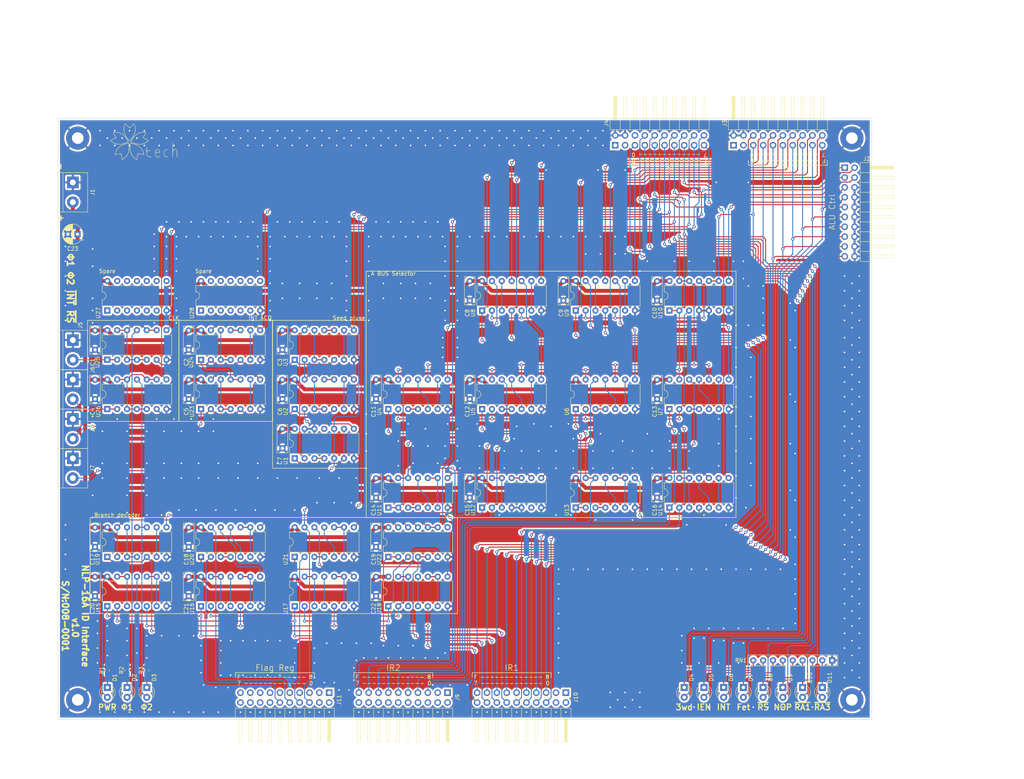
<source format=kicad_pcb>
(kicad_pcb (version 20211014) (generator pcbnew)
  (layers (0 "F.Cu" signal) (31 "B.Cu" signal) (34 "B.Paste" user) (35 "F.Paste" user) (36 "B.SilkS" user "B.Silkscreen") (37 "F.SilkS" user "F.Silkscreen") (38 "B.Mask" user) (39 "F.Mask" user) (44 "Edge.Cuts" user))
  (net 0 "")
  (net 1 "GND")
  (net 2 "VCC")
  (net 3 "Net-(D1-Pad1)")
  (net 4 "Net-(D2-Pad1)")
  (net 5 "Net-(D2-Pad2)")
  (net 6 "Net-(D3-Pad1)")
  (net 7 "Net-(D3-Pad2)")
  (net 8 "Net-(D4-Pad1)")
  (net 9 "NOP")
  (net 10 "Net-(D5-Pad1)")
  (net 11 "~{Fetch_Status}")
  (net 12 "Net-(D6-Pad1)")
  (net 13 "~{RS}")
  (net 14 "Net-(D7-Pad1)")
  (net 15 "3word")
  (net 16 "Net-(D8-Pad1)")
  (net 17 "INT_EN")
  (net 18 "Net-(D9-Pad1)")
  (net 19 "INT")
  (net 20 "Net-(D10-Pad1)")
  (net 21 "BUS_A{slash}~{Y}")
  (net 22 "Net-(D11-Pad1)")
  (net 23 "BUS_A{slash}~{B}")
  (net 24 "~{DEC_ALU}")
  (net 25 "Flag_C")
  (net 26 "~{INC_ALU}")
  (net 27 "Y_Flag_sel")
  (net 28 "~{INTERNAL_ALU}")
  (net 29 "~{Addr_ALU}")
  (net 30 "OP0")
  (net 31 "OP1")
  (net 32 "OP2")
  (net 33 "OP3")
  (net 34 "OP4")
  (net 35 "OP5")
  (net 38 "OP7")
  (net 39 "A_BUS_Addr3")
  (net 40 "OP6")
  (net 41 "A_BUS_Addr2")
  (net 42 "A_BUS_Addr1")
  (net 43 "A_BUS_Addr0")
  (net 44 "RA1_3")
  (net 45 "RA1_2")
  (net 46 "RA1_1")
  (net 47 "RA1_0")
  (net 51 "~{Seed_pluse}")
  (net 52 "phi2_1")
  (net 53 "phi1_1")
  (net 54 "phi1")
  (net 55 "phi2")
  (net 56 "~{INT_INPUT}")
  (net 61 "RA3_0")
  (net 63 "RA3_1")
  (net 65 "RA3_2")
  (net 67 "RA3_3")
  (net 69 "RA2_0")
  (net 71 "RA2_1")
  (net 73 "RA2_2")
  (net 75 "RA2_3")
  (net 81 "Flag_mode0")
  (net 82 "Flag_mode1")
  (net 83 "Flag_mode2")
  (net 84 "Flag_mode3")
  (net 91 "Flag_V")
  (net 93 "Flag_Z")
  (net 95 "Flag_S")
  (net 104 "Net-(U1-Pad1)")
  (net 105 "Net-(U1-Pad3)")
  (net 106 "Net-(U1-Pad8)")
  (net 108 "phi2_2")
  (net 109 "Net-(U2-Pad12)")
  (net 110 "Net-(U2-Pad13)")
  (net 111 "Net-(U2-Pad11)")
  (net 112 "phi1_2")
  (net 113 "Net-(U3-Pad12)")
  (net 114 "Net-(U3-Pad11)")
  (net 115 "Net-(U4-Pad3)")
  (net 116 "Net-(U4-Pad11)")
  (net 117 "Net-(U4-Pad6)")
  (net 118 "Net-(U4-Pad8)")
  (net 119 "Net-(U5-Pad3)")
  (net 120 "Net-(U5-Pad11)")
  (net 121 "Net-(U5-Pad6)")
  (net 122 "Net-(U5-Pad8)")
  (net 123 "Net-(U6-Pad3)")
  (net 124 "Net-(U6-Pad11)")
  (net 125 "Net-(U6-Pad6)")
  (net 126 "Net-(U6-Pad8)")
  (net 127 "Net-(U7-Pad3)")
  (net 128 "Net-(U7-Pad11)")
  (net 129 "Net-(U7-Pad6)")
  (net 130 "Net-(U7-Pad8)")
  (net 131 "Net-(U10-Pad11)")
  (net 132 "Net-(U8-Pad12)")
  (net 133 "Net-(U8-Pad6)")
  (net 134 "Net-(U9-Pad12)")
  (net 135 "Net-(U9-Pad6)")
  (net 136 "Net-(U11-Pad3)")
  (net 137 "Net-(U11-Pad11)")
  (net 138 "Net-(U11-Pad10)")
  (net 139 "Net-(U11-Pad8)")
  (net 140 "Net-(U12-Pad12)")
  (net 141 "Net-(U12-Pad11)")
  (net 142 "Net-(U13-Pad3)")
  (net 143 "Net-(U13-Pad11)")
  (net 144 "Net-(U13-Pad10)")
  (net 145 "Net-(U13-Pad8)")
  (net 146 "Net-(U14-Pad12)")
  (net 147 "Net-(U14-Pad11)")
  (net 148 "Net-(U14-Pad6)")
  (net 149 "Net-(U15-Pad12)")
  (net 150 "Net-(U15-Pad11)")
  (net 151 "Net-(U15-Pad10)")
  (net 152 "Net-(U15-Pad8)")
  (net 153 "Net-(U16-Pad2)")
  (net 154 "Net-(U16-Pad12)")
  (net 155 "Net-(U16-Pad11)")
  (net 156 "Net-(U16-Pad10)")
  (net 157 "Net-(U16-Pad8)")
  (net 158 "Net-(U17-Pad12)")
  (net 159 "Net-(U17-Pad11)")
  (net 160 "Net-(U17-Pad10)")
  (net 161 "Net-(U17-Pad8)")
  (net 162 "Net-(U18-Pad12)")
  (net 163 "Net-(U18-Pad11)")
  (net 164 "Net-(U18-Pad10)")
  (net 165 "Net-(U18-Pad8)")
  (net 166 "Net-(U19-Pad11)")
  (net 167 "Net-(U19-Pad8)")
  (net 168 "Net-(U20-Pad3)")
  (net 169 "Net-(U20-Pad11)")
  (net 170 "Net-(U20-Pad10)")
  (net 171 "Net-(U20-Pad8)")
  (net 172 "Net-(U21-Pad10)")
  (net 173 "Net-(U21-Pad8)")
  (net 174 "Net-(U21-Pad11)")
  (net 175 "Net-(U23-Pad12)")
  (net 176 "Net-(U23-Pad13)")
  (net 177 "Net-(U24-Pad1)")
  (net 178 "Net-(U24-Pad12)")
  (net 179 "Net-(U24-Pad11)")
  (net 180 "Net-(U26-Pad10)")
  (net 181 "Net-(U19-Pad12)")
  (net 182 "Net-(U21-Pad3)")
  (net 183 "Net-(U23-Pad6)")
  (net 184 "Net-(U24-Pad6)")
  (net 185 "Net-(U2-Pad6)")
  (net 186 "Net-(U3-Pad6)")
  (net 187 "Net-(U4-Pad2)")
  (net 189 "Net-(U19-Pad13)")
  (net 190 "Net-(U19-Pad6)")
  (net 191 "Net-(U17-Pad2)")
  (net 193 "Net-(U14-Pad10)")
  (net 194 "Net-(U25-Pad12)")
  (footprint "Resistor_THT:R_Array_SIP9" (layer "F.Cu") (at 229.87 177.165 180)
    (fp_text reference "RN1")
    (fp_text value "R_Network08_Split")
  )
  (footprint "Package_DIP:DIP-14_W7.62mm" (layer "F.Cu") (at 91.435 150.485 90)
    (fp_text reference "U21")
    (fp_text value "CD74HC00")
  )
  (footprint "Connector_PinHeader_2.54mm:PinHeader_2x10_P2.54mm_Horizontal" (layer "F.Cu") (at 233.11 50.17)
    (fp_text reference "J2")
    (fp_text value "Conn_02x10_Counter_Clockwise")
  )
  (footprint "LED_THT:LED_D3.0mm" (layer "F.Cu") (at 196.85 184.145 -90)
    (fp_text reference "D5")
    (fp_text value "LED")
  )
  (footprint "Resistor_SMD:R_0603_1608Metric_Pad0.98x0.95mm_HandSolder" (layer "F.Cu") (at 53.34 179.705 90)
    (fp_text reference "R3")
    (fp_text value "R")
  )
  (footprint "LED_THT:LED_D3.0mm" (layer "F.Cu") (at 191.77 184.145 -90)
    (fp_text reference "D4")
    (fp_text value "LED")
  )
  (footprint "Connector_PinHeader_2.54mm:PinHeader_2x10_P2.54mm_Horizontal" (layer "F.Cu") (at 173.995 44.385 90)
    (fp_text reference "J4")
    (fp_text value "Conn_02x10_Odd_Even")
  )
  (footprint "LED_THT:LED_D3.0mm" (layer "F.Cu") (at 43.18 184.145 -90)
    (fp_text reference "D1")
    (fp_text value "LED")
  )
  (footprint "Capacitor_THT:C_Disc_D7.0mm_W2.5mm_P5.00mm" (layer "F.Cu") (at 64.135 97.115 90)
    (fp_text reference "C2")
    (fp_text value "C")
  )
  (footprint "Capacitor_THT:C_Disc_D7.0mm_W2.5mm_P5.00mm" (layer "F.Cu") (at 136.525 109.815 90)
    (fp_text reference "C12")
    (fp_text value "C")
  )
  (footprint "LED_THT:LED_D3.0mm" (layer "F.Cu") (at 212.09 184.145 -90)
    (fp_text reference "D8")
    (fp_text value "LED")
  )
  (footprint "Package_DIP:DIP-14_W7.62mm" (layer "F.Cu") (at 91.435 112.385 90)
    (fp_text reference "U2")
    (fp_text value "CD74HC00")
  )
  (footprint "Capacitor_THT:C_Disc_D7.0mm_W2.5mm_P5.00mm" (layer "F.Cu") (at 184.785 84.415 90)
    (fp_text reference "C10")
    (fp_text value "C")
  )
  (footprint "Package_DIP:DIP-14_W7.62mm" (layer "F.Cu") (at 187.96 112.395 90)
    (fp_text reference "U7")
    (fp_text value "CD74HC00")
  )
  (footprint "Capacitor_THT:C_Disc_D7.0mm_W2.5mm_P5.00mm" (layer "F.Cu") (at 40.005 97.115 90)
    (fp_text reference "C1")
    (fp_text value "C")
  )
  (footprint "Capacitor_THT:C_Disc_D7.0mm_W2.5mm_P5.00mm" (layer "F.Cu") (at 88.265 109.815 90)
    (fp_text reference "C6")
    (fp_text value "C")
  )
  (footprint "Connector_PinHeader_2.54mm:PinHeader_2x10_P2.54mm_Horizontal" (layer "F.Cu") (at 100.325 185.485 -90)
    (fp_text reference "J11")
    (fp_text value "Conn_02x10_Odd_Even")
  )
  (footprint "Package_DIP:DIP-14_W7.62mm" (layer "F.Cu") (at 187.955 137.785 90)
    (fp_text reference "U14")
    (fp_text value "CD74HC00")
  )
  (footprint "Package_DIP:DIP-14_W7.62mm" (layer "F.Cu") (at 43.175 150.485 90)
    (fp_text reference "U19")
    (fp_text value "CD74HC00")
  )
  (footprint "Package_DIP:DIP-14_W7.62mm" (layer "F.Cu") (at 115.565 150.485 90)
    (fp_text reference "U22")
    (fp_text value "CD74HC00")
  )
  (footprint "Resistor_SMD:R_0603_1608Metric_Pad0.98x0.95mm_HandSolder" (layer "F.Cu") (at 48.26 179.705 90)
    (fp_text reference "R2")
    (fp_text value "R")
  )
  (footprint "Capacitor_THT:C_Disc_D7.0mm_W2.5mm_P5.00mm" (layer "F.Cu") (at 136.525 135.215 90)
    (fp_text reference "C15")
    (fp_text value "C")
  )
  (footprint "Capacitor_THT:C_Disc_D7.0mm_W2.5mm_P5.00mm" (layer "F.Cu") (at 40.005 109.815 90)
    (fp_text reference "C4")
    (fp_text value "C")
  )
  (footprint "Package_DIP:DIP-14_W7.62mm" (layer "F.Cu") (at 43.175 112.385 90)
    (fp_text reference "U26")
    (fp_text value "CD74HC00")
  )
  (footprint "Connector_PinHeader_2.54mm:PinHeader_2x10_P2.54mm_Horizontal" (layer "F.Cu") (at 161.285 185.485 -90)
    (fp_text reference "J10")
    (fp_text value "Conn_02x10_Odd_Even")
  )
  (footprint "Package_DIP:DIP-14_W7.62mm" (layer "F.Cu") (at 91.435 163.195 90)
    (fp_text reference "U17")
    (fp_text value "CD74HC00")
  )
  (footprint "TerminalBlock:TerminalBlock_bornier-2_P5.08mm" (layer "F.Cu") (at 34.29 125.095 -90)
    (fp_text reference "J7")
    (fp_text value "Screw_Terminal_01x02")
  )
  (footprint "Package_DIP:DIP-14_W7.62mm" (layer "F.Cu") (at 67.31 99.695 90)
    (fp_text reference "U24")
    (fp_text value "CD74HC00")
  )
  (footprint "LED_THT:LED_D3.0mm" (layer "F.Cu") (at 201.93 184.145 -90)
    (fp_text reference "D6")
    (fp_text value "LED")
  )
  (footprint "Capacitor_THT:C_Disc_D7.0mm_W2.5mm_P5.00mm" (layer "F.Cu") (at 64.135 147.915 90)
    (fp_text reference "C18")
    (fp_text value "C")
  )
  (footprint "Package_DIP:DIP-14_W7.62mm" (layer "F.Cu") (at 91.44 125.095 90)
    (fp_text reference "U1")
    (fp_text value "CD74HC00")
  )
  (footprint "Package_DIP:DIP-14_W7.62mm" (layer "F.Cu") (at 115.565 137.785 90)
    (fp_text reference "U11")
    (fp_text value "CD74HC00")
  )
  (footprint "Capacitor_THT:C_Disc_D7.0mm_W2.5mm_P5.00mm" (layer "F.Cu") (at 64.135 109.815 90)
    (fp_text reference "C5")
    (fp_text value "C")
  )
  (footprint "Connector_PinHeader_2.54mm:PinHeader_2x10_P2.54mm_Horizontal" (layer "F.Cu") (at 204.475 44.385 90)
    (fp_text reference "J3")
    (fp_text value "Conn_02x10_Odd_Even")
  )
  (footprint "LED_THT:LED_D3.0mm" (layer "F.Cu") (at 217.17 184.145 -90)
    (fp_text reference "D9")
    (fp_text value "LED")
  )
  (footprint "MountingHole:MountingHole_3mm_Pad" (layer "F.Cu") (at 35.56 42.545)
    (fp_text reference "H1" hide)
    (fp_text value "MountingHole_Pad")
  )
  (footprint "LED_THT:LED_D3.0mm" (layer "F.Cu") (at 53.34 184.145 -90)
    (fp_text reference "D3")
    (fp_text value "LED")
  )
  (footprint "MountingHole:MountingHole_3mm_Pad" (layer "F.Cu") (at 234.95 42.545)
    (fp_text reference "H2" hide)
    (fp_text value "MountingHole_Pad")
  )
  (footprint "Package_DIP:DIP-14_W7.62mm" (layer "F.Cu") (at 139.695 87.005 90)
    (fp_text reference "U8")
    (fp_text value "CD74HC00")
  )
  (footprint "Package_DIP:DIP-14_W7.62mm" (layer "F.Cu") (at 43.18 86.995 90)
    (fp_text reference "U27")
    (fp_text value "CD74HC00")
  )
  (footprint "Capacitor_THT:C_Disc_D7.0mm_W2.5mm_P5.00mm" (layer "F.Cu") (at 88.265 97.115 90)
    (fp_text reference "C3")
    (fp_text value "C")
  )
  (footprint "Capacitor_THT:C_Disc_D7.0mm_W2.5mm_P5.00mm" (layer "F.Cu") (at 136.525 84.415 90)
    (fp_text reference "C8")
    (fp_text value "C")
  )
  (footprint "MountingHole:MountingHole_3mm_Pad" (layer "F.Cu") (at 234.95 187.325)
    (fp_text reference "H4" hide)
    (fp_text value "MountingHole_Pad")
  )
  (footprint "TerminalBlock:TerminalBlock_bornier-2_P5.08mm" (layer "F.Cu") (at 34.29 104.775 -90)
    (fp_text reference "J6")
    (fp_text value "Screw_Terminal_01x02")
  )
  (footprint "Package_DIP:DIP-14_W7.62mm" (layer "F.Cu") (at 163.825 86.985 90)
    (fp_text reference "U9")
    (fp_text value "CD74HC00")
  )
  (footprint "Package_DIP:DIP-14_W7.62mm" (layer "F.Cu") (at 67.305 86.985 90)
    (fp_text reference "U28")
    (fp_text value "CD74HC00")
  )
  (footprint "Resistor_SMD:R_0603_1608Metric_Pad0.98x0.95mm_HandSolder" (layer "F.Cu") (at 43.18 179.705 90)
    (fp_text reference "R1")
    (fp_text value "R")
  )
  (footprint "TerminalBlock:TerminalBlock_bornier-2_P5.08mm" (layer "F.Cu") (at 34.29 53.975 -90)
    (fp_text reference "J1")
    (fp_text value "Screw_Terminal_01x02")
  )
  (footprint "Package_DIP:DIP-14_W7.62mm" (layer "F.Cu") (at 187.96 86.995 90)
    (fp_text reference "U10")
    (fp_text value "CD74HC00")
  )
  (footprint "Package_DIP:DIP-14_W7.62mm" (layer "F.Cu") (at 43.175 163.185 90)
    (fp_text reference "U15")
    (fp_text value "CD74HC00")
  )
  (footprint "Capacitor_THT:C_Disc_D7.0mm_W2.5mm_P5.00mm" (layer "F.Cu") (at 184.785 109.815 90)
    (fp_text reference "C13")
    (fp_text value "C")
  )
  (footprint "TerminalBlock:TerminalBlock_bornier-2_P5.08mm" (layer "F.Cu") (at 34.29 94.615 -90)
    (fp_text reference "J5")
    (fp_text value "Screw_Terminal_01x02")
  )
  (footprint "LED_THT:LED_D3.0mm" (layer "F.Cu") (at 222.25 184.145 -90)
    (fp_text reference "D10")
    (fp_text value "LED")
  )
  (footprint "TerminalBlock:TerminalBlock_bornier-2_P5.08mm" (layer "F.Cu") (at 34.29 114.935 -90)
    (fp_text reference "J8")
    (fp_text value "Screw_Terminal_01x02")
  )
  (footprint "LOGO" (layer "F.Cu") (at 53.34 43.815)
    (fp_text reference "G***" hide)
    (fp_text value "LOGO" hide)
  )
  (footprint "Package_DIP:DIP-14_W7.62mm" (layer "F.Cu") (at 115.57 112.395 90)
    (fp_text reference "U4")
    (fp_text value "CD74HC00")
  )
  (footprint "Capacitor_THT:CP_Radial_D5.0mm_P2.50mm" (layer "F.Cu") (at 35.495112 67.31 180)
    (fp_text reference "C23")
    (fp_text value "C_Polarized")
  )
  (footprint "Package_DIP:DIP-14_W7.62mm" (layer "F.Cu") (at 67.305 150.485 90)
    (fp_text reference "U20")
    (fp_text value "CD74HC00")
  )
  (footprint "Capacitor_THT:C_Disc_D7.0mm_W2.5mm_P5.00mm" (layer "F.Cu") (at 64.135 160.615 90)
    (fp_text reference "C21")
    (fp_text value "C")
  )
  (footprint "Capacitor_THT:C_Disc_D7.0mm_W2.5mm_P5.00mm" (layer "F.Cu") (at 112.395 147.915 90)
    (fp_text reference "C19")
    (fp_text value "C")
  )
  (footprint "Connector_PinHeader_2.54mm:PinHeader_2x10_P2.54mm_Horizontal" (layer "F.Cu") (at 130.805 185.485 -90)
    (fp_text reference "J9")
    (fp_text value "Conn_02x10_Odd_Even")
  )
  (footprint "LED_THT:LED_D3.0mm" (layer "F.Cu") (at 207.01 184.145 -90)
    (fp_text reference "D7")
    (fp_text value "LED")
  )
  (footprint "Package_DIP:DIP-14_W7.62mm" (layer "F.Cu") (at 163.825 137.785 90)
    (fp_text reference "U13")
    (fp_text value "CD74HC00")
  )
  (footprint "Package_DIP:DIP-14_W7.62mm" (layer "F.Cu") (at 91.44 99.695 90)
    (fp_text reference "U3")
    (fp_text value "CD74HC00")
  )
  (footprint "Package_DIP:DIP-14_W7.62mm" (layer "F.Cu") (at 67.31 163.195 90)
    (fp_text reference "U16")
    (fp_text value "CD74HC00")
  )
  (footprint "Package_DIP:DIP-14_W7.62mm" (layer "F.Cu") (at 43.17 99.675 90)
    (fp_text reference "U25")
    (fp_text value "CD74HC00")
  )
  (footprint "Capacitor_THT:C_Disc_D7.0mm_W2.5mm_P5.00mm" (layer "F.Cu") (at 40.005 147.915 90)
    (fp_text reference "C17")
    (fp_text value "C")
  )
  (footprint "Package_DIP:DIP-14_W7.62mm" (layer "F.Cu") (at 139.7 112.395 90)
    (fp_text reference "U5")
    (fp_text value "CD74HC00")
  )
  (footprint "Package_DIP:DIP-14_W7.62mm" (layer "F.Cu") (at 163.835 112.395 90)
    (fp_text reference "U6")
    (fp_text value "CD74HC00")
  )
  (footprint "Capacitor_THT:C_Disc_D7.0mm_W2.5mm_P5.00mm" (layer "F.Cu") (at 88.265 122.515 90)
    (fp_text reference "C7")
    (fp_text value "C")
  )
  (footprint "Capacitor_THT:C_Disc_D7.0mm_W2.5mm_P5.00mm" (layer "F.Cu") (at 184.785 135.215 90)
    (fp_text reference "C16")
    (fp_text value "C")
  )
  (footprint "Package_DIP:DIP-14_W7.62mm" (layer "F.Cu") (at 139.695 137.785 90)
    (fp_text reference "U12")
    (fp_text value "CD74HC00")
  )
  (footprint "LED_THT:LED_D3.0mm" (layer "F.Cu") (at 227.33 184.145 -90)
    (fp_text reference "D11")
    (fp_text value "LED")
  )
  (footprint "MountingHole:MountingHole_3mm_Pad" (layer "F.Cu") (at 35.56 187.325)
    (fp_text reference "H3" hide)
    (fp_text value "MountingHole_Pad")
  )
  (footprint "Package_DIP:DIP-14_W7.62mm" (layer "F.Cu") (at 67.31 112.395 90)
    (fp_text reference "U23")
    (fp_text value "CD74HC00")
  )
  (footprint "Package_DIP:DIP-14_W7.62mm" (layer "F.Cu") (at 115.57 163.195 90)
    (fp_text reference "U18")
    (fp_text value "CD74HC00")
  )
  (footprint "Capacitor_THT:C_Disc_D7.0mm_W2.5mm_P5.00mm" (layer "F.Cu") (at 112.395 109.775 90)
    (fp_text reference "C11")
    (fp_text value "C")
  )
  (footprint "Capacitor_THT:C_Disc_D7.0mm_W2.5mm_P5.00mm" (layer "F.Cu") (at 112.395 135.215 90)
    (fp_text reference "C14")
    (fp_text value "C")
  )
  (footprint "Capacitor_THT:C_Disc_D7.0mm_W2.5mm_P5.00mm" (layer "F.Cu") (at 160.655 84.415 90)
    (fp_text reference "C9")
    (fp_text value "C")
  )
  (footprint "Capacitor_THT:C_Disc_D7.0mm_W2.5mm_P5.00mm" (layer "F.Cu") (at 40.005 160.615 90)
    (fp_text reference "C20")
    (fp_text value "C")
  )
  (footprint "LED_THT:LED_D3.0mm" (layer "F.Cu") (at 48.26 184.145 -90)
    (fp_text reference "D2")
    (fp_text value "LED")
  )
  (footprint "Capacitor_THT:C_Disc_D7.0mm_W2.5mm_P5.00mm" (layer "F.Cu") (at 112.395 160.615 90)
    (fp_text reference "C22")
    (fp_text value "C")
  )
  (gr_line (start 157.48 180.34) (end 137.16 180.34) (layer "F.SilkS") (width 0.15))
  (gr_rect (start 85.725 89.535) (end 109.855 127.635) (layer "F.SilkS") (width 0.15) (fill none))
  (gr_line (start 96.52 180.34) (end 96.52 181.61) (layer "F.SilkS") (width 0.15))
  (gr_line (start 127 180.34) (end 127 181.61) (layer "F.SilkS") (width 0.15))
  (gr_line (start 208.28 49.53) (end 208.28 48.26) (layer "F.SilkS") (width 0.15))
  (gr_line (start 127 180.34) (end 106.68 180.34) (layer "F.SilkS") (width 0.15))
  (gr_line (start 137.16 180.34) (end 137.16 181.61) (layer "F.SilkS") (width 0.15))
  (gr_rect (start 61.595 89.535) (end 85.725 115.57) (layer "F.SilkS") (width 0.15) (fill none))
  (gr_rect (start 38.1 89.535) (end 61.595 115.57) (layer "F.SilkS") (width 0.15) (fill none))
  (gr_line (start 198.12 49.53) (end 198.12 48.26) (layer "F.SilkS") (width 0.15))
  (gr_rect (start 109.855 76.835) (end 205.105 140.335) (layer "F.SilkS") (width 0.15) (fill none))
  (gr_line (start 177.8 49.53) (end 198.12 49.53) (layer "F.SilkS") (width 0.15))
  (gr_line (start 96.52 180.34) (end 76.2 180.34) (layer "F.SilkS") (width 0.15))
  (gr_line (start 208.28 49.53) (end 228.6 49.53) (layer "F.SilkS") (width 0.15))
  (gr_line (start 228.6 49.53) (end 228.6 48.26) (layer "F.SilkS") (width 0.15))
  (gr_line (start 177.8 49.53) (end 177.8 48.26) (layer "F.SilkS") (width 0.15))
  (gr_line (start 76.2 180.34) (end 76.2 181.61) (layer "F.SilkS") (width 0.15))
  (gr_line (start 106.68 180.34) (end 106.68 181.61) (layer "F.SilkS") (width 0.15))
  (gr_line (start 157.48 180.34) (end 157.48 181.61) (layer "F.SilkS") (width 0.15))
  (gr_rect (start 38.735 140.335) (end 133.35 165.1) (layer "F.SilkS") (width 0.15) (fill none))
  (gr_rect (start 30.48 37.465) (end 240.03 192.405) (layer "Edge.Cuts") (width 0.1) (fill none))
  (gr_text "A BUS Selector" (at 116.84 77.47) (layer "F.SilkS") (effects (font (size 1 1))))
  (gr_text "F ------------- 8\n7 ------------- 0" (at 147.32 182.245) (layer "F.SilkS") (effects (font (size 1 1))))
  (gr_text "Spare" (at 43.18 76.835) (layer "F.SilkS") (effects (font (size 1 1))))
  (gr_text "~{RA1}" (at 222.25 189.23) (layer "F.SilkS") (effects (font (size 1.5 1.5) (thickness 0.3))))
  (gr_text "Φ2" (at 53.34 189.23) (layer "F.SilkS") (effects (font (size 1.5 1.5) (thickness 0.3))))
  (gr_text "ID" (at 218.44 50.8 180) (layer "F.SilkS") (effects (font (size 1.5 1.5))))
  (gr_text "IR1" (at 147.32 179.07) (layer "F.SilkS") (effects (font (size 1.5 1.5))))
  (gr_text "Branch decoder" (at 45.72 139.7) (layer "F.SilkS") (effects (font (size 1 1))))
  (gr_text "Φ1 Φ2 ~{INT} ~{RS}" (at 33.655 81.28 270) (layer "F.SilkS") (effects (font (size 1.7 1.7) (thickness 0.4))))
  (gr_text "F ------------- 8\n7 ------------- 0" (at 187.96 47.625 180) (layer "F.SilkS") (effects (font (size 1 1))))
  (gr_text "CLK" (at 60.325 88.9) (layer "F.SilkS") (effects (font (size 1 1))))
  (gr_text "Fet" (at 207.01 189.23) (layer "F.SilkS") (effects (font (size 1.5 1.5) (thickness 0.3))))
  (gr_text "~{RA3}" (at 227.33 189.23) (layer "F.SilkS") (effects (font (size 1.5 1.5) (thickness 0.3))))
  (gr_text "F ------------- 8\n7 ------------- 0" (at 218.44 47.625 180) (layer "F.SilkS") (effects (font (size 1 1))))
  (gr_text "INT" (at 201.93 189.23) (layer "F.SilkS") (effects (font (size 1.5 1.5) (thickness 0.3))))
  (gr_text "F ------------- 8\n7 ------------- 0" (at 86.36 182.245) (layer "F.SilkS") (effects (font (size 1 1))))
  (gr_text "+          -" (at 31.115 56.515 90) (layer "F.SilkS") (effects (font (size 1.5 1.5) (thickness 0.3))))
  (gr_text "Flag Reg" (at 86.36 179.07) (layer "F.SilkS") (effects (font (size 1.5 1.5))))
  (gr_text "ALU Ctrl" (at 229.87 61.595 90) (layer "F.SilkS") (effects (font (size 1.5 1.5))))
  (gr_text "Seed pluse" (at 105.41 88.9) (layer "F.SilkS") (effects (font (size 1 1))))
  (gr_text "ID" (at 187.96 50.8 180) (layer "F.SilkS") (effects (font (size 1.5 1.5))))
  (gr_text "INT ACQ" (at 82.55 88.9) (layer "F.SilkS") (effects (font (size 1 1))))
  (gr_text "NLP-16A ID Interface\n	v1.0\nS/N:008-0001" (at 34.925 165.735 270) (layer "F.SilkS") (effects (font (size 1.6 1.6) (thickness 0.4))))
  (gr_text "Spare" (at 67.945 76.835) (layer "F.SilkS") (effects (font (size 1 1))))
  (gr_text "3wd" (at 191.77 189.23) (layer "F.SilkS") (effects (font (size 1.5 1.5) (thickness 0.3))))
  (gr_text "~{RS}" (at 212.09 189.23) (layer "F.SilkS") (effects (font (size 1.5 1.5) (thickness 0.3))))
  (gr_text "IR2" (at 116.84 179.07) (layer "F.SilkS") (effects (font (size 1.5 1.5))))
  (gr_text "F ------------- 8\n7 ------------- 0" (at 116.84 182.245) (layer "F.SilkS") (effects (font (size 1 1))))
  (gr_text "Φ1" (at 48.26 189.23) (layer "F.SilkS") (effects (font (size 1.5 1.5) (thickness 0.3))))
  (gr_text "PWR" (at 43.18 189.23) (layer "F.SilkS") (effects (font (size 1.5 1.5) (thickness 0.3))))
  (gr_text "NOP" (at 217.153692 189.229999) (layer "F.SilkS") (effects (font (size 1.5 1.5) (thickness 0.3))))
  (gr_text "IEN" (at 196.85 189.23) (layer "F.SilkS") (effects (font (size 1.5 1.5) (thickness 0.3))))
  (via (at 205.74 177.8) (size 0.8) (drill 0.4) (layers "F.Cu" "B.Cu") (net 1))
  (via (at 107.95 190.5) (size 0.8) (drill 0.4) (layers "F.Cu" "B.Cu") (net 1))
  (via (at 111.76 42.545) (size 0.8) (drill 0.4) (layers "F.Cu" "B.Cu") (net 1))
  (via (at 234.95 137.795) (size 0.8) (drill 0.4) (layers "F.Cu" "B.Cu") (net 1))
  (via (at 233.045 177.8) (size 0.8) (drill 0.4) (layers "F.Cu" "B.Cu") (net 1))
  (via (at 236.855 162.56) (size 0.8) (drill 0.4) (layers "F.Cu" "B.Cu") (net 1))
  (via (at 219.075 108.585) (size 0.8) (drill 0.4) (layers "F.Cu" "B.Cu") (net 1))
  (via (at 102.87 64.135) (size 0.8) (drill 0.4) (layers "F.Cu" "B.Cu") (net 1))
  (via (at 60.325 190.5) (size 0.8) (drill 0.4) (layers "F.Cu" "B.Cu") (net 1))
  (via (at 167.005 40.64) (size 0.8) (drill 0.4) (layers "F.Cu" "B.Cu") (net 1))
  (via (at 75.565 40.64) (size 0.8) (drill 0.4) (layers "F.Cu" "B.Cu") (net 1))
  (via (at 234.95 111.125) (size 0.8) (drill 0.4) (layers "F.Cu" "B.Cu") (net 1))
  (via (at 112.395 64.135) (size 0.8) (drill 0.4) (layers "F.Cu" "B.Cu") (net 1))
  (via (at 60.96 67.945) (size 0.8) (drill 0.4) (layers "F.Cu" "B.Cu") (net 1))
  (via (at 97.155 136.525) (size 0.8) (drill 0.4) (layers "F.Cu" "B.Cu") (net 1))
  (via (at 173.99 72.39) (size 0.8) (drill 0.4) (layers "F.Cu" "B.Cu") (net 1))
  (via (at 99.695 172.72) (size 0.8) (drill 0.4) (layers "F.Cu" "B.Cu") (net 1))
  (via (at 53.34 173.355) (size 0.8) (drill 0.4) (layers "F.Cu" "B.Cu") (net 1))
  (via (at 234.95 172.085) (size 0.8) (drill 0.4) (layers "F.Cu" "B.Cu") (net 1))
  (via (at 208.915 120.015) (size 0.8) (drill 0.4) (layers "F.Cu" "B.Cu") (net 1))
  (via (at 133.985 127.635) (size 0.8) (drill 0.4) (layers "F.Cu" "B.Cu") (net 1))
  (via (at 150.495 67.945) (size 0.8) (drill 0.4) (layers "F.Cu" "B.Cu") (net 1))
  (via (at 133.35 86.995) (size 0.8) (drill 0.4) (layers "F.Cu" "B.Cu") (net 1))
  (via (at 234.95 130.175) (size 0.8) (drill 0.4) (layers "F.Cu" "B.Cu") (net 1))
  (via (at 151.13 190.5) (size 0.8) (drill 0.4) (layers "F.Cu" "B.Cu") (net 1))
  (via (at 205.105 116.84) (size 0.8) (drill 0.4) (layers "F.Cu" "B.Cu") (net 1))
  (via (at 168.275 123.19) (size 0.8) (drill 0.4) (layers "F.Cu" "B.Cu") (net 1))
  (via (at 114.3 83.82) (size 0.8) (drill 0.4) (layers "F.Cu" "B.Cu") (net 1))
  (via (at 80.645 89.535) (size 0.8) (drill 0.4) (layers "F.Cu" "B.Cu") (net 1))
  (via (at 79.375 67.945) (size 0.8) (drill 0.4) (layers "F.Cu" "B.Cu") (net 1))
  (via (at 236.855 158.75) (size 0.8) (drill 0.4) (layers "F.Cu" "B.Cu") (net 1))
  (via (at 32.385 74.295) (size 0.8) (drill 0.4) (layers "F.Cu" "B.Cu") (net 1))
  (via (at 57.15 139.7) (size 0.8) (drill 0.4) (layers "F.Cu" "B.Cu") (net 1))
  (via (at 236.855 124.46) (size 0.8) (drill 0.4) (layers "F.Cu" "B.Cu") (net 1))
  (via (at 81.915 70.485) (size 0.8) (drill 0.4) (layers "F.Cu" "B.Cu") (net 1))
  (via (at 72.39 177.8) (size 0.8) (drill 0.4) (layers "F.Cu" "B.Cu") (net 1))
  (via (at 39.37 86.995) (size 0.8) (drill 0.4) (layers "F.Cu" "B.Cu") (net 1))
  (via (at 205.105 129.54) (size 0.8) (drill 0.4) (layers "F.Cu" "B.Cu") (net 1))
  (via (at 110.49 190.5) (size 0.8) (drill 0.4) (layers "F.Cu" "B.Cu") (net 1))
  (via (at 236.855 113.03) (size 0.8) (drill 0.4) (layers "F.Cu" "B.Cu") (net 1))
  (via (at 233.045 105.41) (size 0.8) (drill 0.4) (layers "F.Cu" "B.Cu") (net 1))
  (via (at 168.91 42.545) (size 0.8) (drill 0.4) (layers "F.Cu" "B.Cu") (net 1))
  (via (at 142.875 67.945) (size 0.8) (drill 0.4) (layers "F.Cu" "B.Cu") (net 1))
  (via (at 187.96 127.635) (size 0.8) (drill 0.4) (layers "F.Cu" "B.Cu") (net 1))
  (via (at 118.745 80.01) (size 0.8) (drill 0.4) (layers "F.Cu" "B.Cu") (net 1))
  (via (at 81.28 42.545) (size 0.8) (drill 0.4) (layers "F.Cu" "B.Cu") (net 1))
  (via (at 170.815 153.67) (size 0.8) (drill 0.4) (layers "F.Cu" "B.Cu") (net 1))
  (via (at 86.36 138.43) (size 0.8) (drill 0.4) (layers "F.Cu" "B.Cu") (net 1))
  (via (at 129.54 93.98) (size 0.8) (drill 0.4) (layers "F.Cu" "B.Cu") (net 1))
  (via (at 130.81 116.205) (size 0.8) (drill 0.4) (layers "F.Cu" "B.Cu") (net 1))
  (via (at 166.37 76.835) (size 0.8) (drill 0.4) (layers "F.Cu" "B.Cu") (net 1))
  (via (at 163.195 127.635) (size 0.8) (drill 0.4) (layers "F.Cu" "B.Cu") (net 1))
  (via (at 123.19 42.545) (size 0.8) (drill 0.4) (layers "F.Cu" "B.Cu") (net 1))
  (via (at 61.595 64.135) (size 0.8) (drill 0.4) (layers "F.Cu" "B.Cu") (net 1))
  (via (at 208.915 132.08) (size 0.8) (drill 0.4) (layers "F.Cu" "B.Cu") (net 1))
  (via (at 40.64 167.005) (size 0.8) (drill 0.4) (layers "F.Cu" "B.Cu") (net 1))
  (via (at 183.515 123.19) (size 0.8) (drill 0.4) (layers "F.Cu" "B.Cu") (net 1))
  (via (at 67.945 183.515) (size 0.8) (drill 0.4) (layers "F.Cu" "B.Cu") (net 1))
  (via (at 45.72 140.335) (size 0.8) (drill 0.4) (layers "F.Cu" "B.Cu") (net 1))
  (via (at 189.865 153.67) (size 0.8) (drill 0.4) (layers "F.Cu" "B.Cu") (net 1))
  (via (at 107.315 177.165) (size 0.8) (drill 0.4) (layers "F.Cu" "B.Cu") (net 1))
  (via (at 201.93 168.91) (size 0.8) (drill 0.4) (layers "F.Cu" "B.Cu") (net 1))
  (via (at 39.37 71.12) (size 0.8) (drill 0.4) (layers "F.Cu" "B.Cu") (net 1))
  (via (at 189.23 76.835) (size 0.8) (drill 0.4) (layers "F.Cu" "B.Cu") (net 1))
  (via (at 233.045 120.65) (size 0.8) (drill 0.4) (layers "F.Cu" "B.Cu") (net 1))
  (via (at 109.855 113.665) (size 0.8) (drill 0.4) (layers "F.Cu" "B.Cu") (net 1))
  (via (at 140.335 40.64) (size 0.8) (drill 0.4) (layers "F.Cu" "B.Cu") (net 1))
  (via (at 55.245 70.485) (size 0.8) (drill 0.4) (layers "F.Cu" "B.Cu") (net 1))
  (via (at 66.675 118.11) (size 0.8) (drill 0.4) (layers "F.Cu" "B.Cu") (net 1))
  (via (at 45.085 190.5) (size 0.8) (drill 0.4) (layers "F.Cu" "B.Cu") (net 1))
  (via (at 233.045 143.51) (size 0.8) (drill 0.4) (layers "F.Cu" "B.Cu") (net 1))
  (via (at 146.05 42.545) (size 0.8) (drill 0.4) (layers "F.Cu" "B.Cu") (net 1))
  (via (at 92.71 80.01) (size 0.8) (drill 0.4) (layers "F.Cu" "B.Cu") (net 1))
  (via (at 209.55 168.91) (size 0.8) (drill 0.4) (layers "F.Cu" "B.Cu") (net 1))
  (via (at 234.95 118.745) (size 0.8) (drill 0.4) (layers "F.Cu" "B.Cu") (net 1))
  (via (at 43.18 175.895) (size 0.8) (drill 0.4) (layers "F.Cu" "B.Cu") (net 1))
  (via (at 100.33 190.5) (size 0.8) (drill 0.4) (layers "F.Cu" "B.Cu") (net 1))
  (via (at 180.34 189.23) (size 0.8) (drill 0.4) (layers "F.Cu" "B.Cu") (net 1))
  (via (at 43.18 172.085) (size 0.8) (drill 0.4) (layers "F.Cu" "B.Cu") (net 1))
  (via (at 64.135 40.64) (size 0.8) (drill 0.4) (layers "F.Cu" "B.Cu") (net 1))
  (via (at 97.79 130.175) (size 0.8) (drill 0.4) (layers "F.Cu" "B.Cu") (net 1))
  (via (at 205.105 135.255) (size 0.8) (drill 0.4) (layers "F.Cu" "B.Cu") (net 1))
  (via (at 197.485 153.67) (size 0.8) (drill 0.4) (layers "F.Cu" "B.Cu") (net 1))
  (via (at 74.93 172.085) (size 0.8) (drill 0.4) (layers "F.Cu" "B.Cu") (net 1))
  (via (at 156.845 67.945) (size 0.8) (drill 0.4) (layers "F.Cu" "B.Cu") (net 1))
  (via (at 172.72 189.23) (size 0.8) (drill 0.4) (layers "F.Cu" "B.Cu") (net 1))
  (via (at 159.385 157.48) (size 0.8) (drill 0.4) (layers "F.Cu" "B.Cu") (net 1))
  (via (at 85.09 80.01) (size 0.8) (drill 0.4) (layers "F.Cu" "B.Cu") (net 1))
  (via (at 55.88 114.935) (size 0.8) (drill 0.4) (layers "F.Cu" "B.Cu") (net 1))
  (via (at 86.995 64.135) (size 0.8) (drill 0.4) (layers "F.Cu" "B.Cu") (net 1))
  (via (at 156.21 190.5) (size 0.8) (drill 0.4) (layers "F.Cu" "B.Cu") (net 1))
  (via (at 155.575 44.45) (size 0.8) (drill 0.4) (layers "F.Cu" "B.Cu") (net 1))
  (via (at 92.71 42.545) (size 0.8) (drill 0.4) (layers "F.Cu" "B.Cu") (net 1))
  (via (at 151.765 40.64) (size 0.8) (drill 0.4) (layers "F.Cu" "B.Cu") (net 1))
  (via (at 115.57 190.5) (size 0.8) (drill 0.4) (layers "F.Cu" "B.Cu") (net 1))
  (via (at 92.075 67.945) (size 0.8) (drill 0.4) (layers "F.Cu" "B.Cu") (net 1))
  (via (at 186.055 153.67) (size 0.8) (drill 0.4) (layers "F.Cu" "B.Cu") (net 1))
  (via (at 114.3 80.01) (size 0.8) (drill 0.4) (layers "F.Cu" "B.Cu") (net 1))
  (via (at 208.28 90.805) (size 0.8) (drill 0.4) (layers "F.Cu" "B.Cu") (net 1))
  (via (at 233.045 135.89) (size 0.8) (drill 0.4) (layers "F.Cu" "B.Cu") (net 1))
  (via (at 81.915 76.835) (size 0.8) (drill 0.4) (layers "F.Cu" "B.Cu") (net 1))
  (via (at 87.63 172.085) (size 0.8) (drill 0.4) (layers "F.Cu" "B.Cu") (net 1))
  (via (at 234.95 87.63) (size 0.8) (drill 0.4) (layers "F.Cu" "B.Cu") (net 1))
  (via (at 119.38 42.545) (size 0.8) (drill 0.4) (layers "F.Cu" "B.Cu") (net 1))
  (via (at 41.91 130.175) (size 0.8) (drill 0.4) (layers "F.Cu" "B.Cu") (net 1))
  (via (at 96.52 181.61) (size 0.8) (drill 0.4) (layers "F.Cu" "B.Cu") (net 1))
  (via (at 58.42 42.545) (size 0.8) (drill 0.4) (layers "F.Cu" "B.Cu") (net 1))
  (via (at 220.345 156.21) (size 0.8) (drill 0.4) (layers "F.Cu" "B.Cu") (net 1))
  (via (at 144.145 44.45) (size 0.8) (drill 0.4) (layers "F.Cu" "B.Cu") (net 1))
  (via (at 143.51 190.5) (size 0.8) (drill 0.4) (layers "F.Cu" "B.Cu") (net 1))
  (via (at 125.095 64.135) (size 0.8) (drill 0.4) (layers "F.Cu" "B.Cu") (net 1))
  (via (at 106.045 44.45) (size 0.8) (drill 0.4) (layers "F.Cu" "B.Cu") (net 1))
  (via (at 39.37 83.82) (size 0.8) (drill 0.4) (layers "F.Cu" "B.Cu") (net 1))
  (via (at 67.945 40.64) (size 0.8) (drill 0.4) (layers "F.Cu" "B.Cu") (net 1))
  (via (at 220.345 135.89) (size 0.8) (drill 0.4) (layers "F.Cu" "B.Cu") (net 1))
  (via (at 208.915 126.365) (size 0.8) (drill 0.4) (layers "F.Cu" "B.Cu") (net 1))
  (via (at 153.67 190.5) (size 0.8) (drill 0.4) (layers "F.Cu" "B.Cu") (net 1))
  (via (at 234.95 80.01) (size 0.8) (drill 0.4) (layers "F.Cu" "B.Cu") (net 1))
  (via (at 39.37 114.3) (size 0.8) (drill 0.4) (layers "F.Cu" "B.Cu") (net 1))
  (via (at 173.99 67.945) (size 0.8) (drill 0.4) (layers "F.Cu" "B.Cu") (net 1))
  (via (at 158.75 139.7) (size 0.8) (drill 0.4) (layers "F.Cu" "B.Cu") (net 1))
  (via (at 208.915 114.3) (size 0.8) (drill 0.4) (layers "F.Cu" "B.Cu") (net 1))
  (via (at 161.29 190.5) (size 0.8) (drill 0.4) (layers "F.Cu" "B.Cu") (net 1))
  (via (at 52.705 44.45) (size 0.8) (drill 0.4) (layers "F.Cu" "B.Cu") (net 1))
  (via (at 139.7 67.945) (size 0.8) (drill 0.4) (layers "F.Cu" "B.Cu") (net 1))
  (via (at 236.855 151.13) (size 0.8) (drill 0.4) (layers "F.Cu" "B.Cu") (net 1))
  (via (at 219.075 85.09) (size 0.8) (drill 0.4) (layers "F.Cu" "B.Cu") (net 1))
  (via (at 62.23 42.545) (size 0.8) (drill 0.4) (layers "F.Cu" "B.Cu") (net 1))
  (via (at 96.52 177.8) (size 0.8) (drill 0.4) (layers "F.Cu" "B.Cu") (net 1))
  (via (at 166.37 67.945) (size 0.8) (drill 0.4) (layers "F.Cu" "B.Cu") (net 1))
  (via (at 62.23 126.365) (size 0.8) (drill 0.4) (layers "F.Cu" "B.Cu") (net 1))
  (via (at 220.345 96.52) (size 0.8) (drill 0.4) (layers "F.Cu" "B.Cu") (net 1))
  (via (at 144.145 40.64) (size 0.8) (drill 0.4) (layers "F.Cu" "B.Cu") (net 1))
  (via (at 236.855 93.98) (size 0.8) (drill 0.4) (layers "F.Cu" "B.Cu") (net 1))
  (via (at 133.35 70.485) (size 0.8) (drill 0.4) (layers "F.Cu" "B.Cu") (net 1))
  (via (at 85.09 84.455) (size 0.8) (drill 0.4) (layers "F.Cu" "B.Cu") (net 1))
  (via (at 55.245 76.835) (size 0.8) (drill 0.4) (layers "F.Cu" "B.Cu") (net 1))
  (via (at 32.385 153.67) (size 0.8) (drill 0.4) (layers "F.Cu" "B.Cu") (net 1))
  (via (at 72.39 180.975) (size 0.8) (drill 0.4) (layers "F.Cu" "B.Cu") (net 1))
  (via (at 187.96 120.65) (size 0.8) (drill 0.4) (layers "F.Cu" "B.Cu") (net 1))
  (via (at 149.86 42.545) (size 0.8) (drill 0.4) (layers "F.Cu" "B.Cu") (net 1))
  (via (at 56.515 44.45) (size 0.8) (drill 0.4) (layers "F.Cu" "B.Cu") (net 1))
  (via (at 129.54 99.06) (size 0.8) (drill 0.4) (layers "F.Cu" "B.Cu") (net 1))
  (via (at 234.95 145.415) (size 0.8) (drill 0.4) (layers "F.Cu" "B.Cu") (net 1))
  (via (at 50.8 175.26) (size 0.8) (drill 0.4) (layers "F.Cu" "B.Cu") (net 1))
  (via (at 85.09 70.485) (size 0.8) (drill 0.4) (layers "F.Cu" "B.Cu") (net 1))
  (via (at 81.28 180.975) (size 0.8) (drill 0.4) (layers "F.Cu" "B.Cu") (net 1))
  (via (at 234.95 95.885) (size 0.8) (drill 0.4) (layers "F.Cu" "B.Cu") (net 1))
  (via (at 170.815 44.45) (size 0.8) (drill 0.4) (layers "F.Cu" "B.Cu") (net 1))
  (via (at 48.26 139.065) (size 0.8) (drill 0.4) (layers "F.Cu" "B.Cu") (net 1))
  (via (at 90.805 44.45) (size 0.8) (drill 0.4) (layers "F.Cu" "B.Cu") (net 1))
  (via (at 180.34 185.42) (size 0.8) (drill 0.4) (layers "F.Cu" "B.Cu") (net 1))
  (via (at 115.57 64.135) (size 0.8) (drill 0.4) (layers "F.Cu" "B.Cu") (net 1))
  (via (at 236.855 177.8) (size 0.8) (drill 0.4) (layers "F.Cu" "B.Cu") (net 1))
  (via (at 66.675 67.945) (size 0.8) (drill 0.4) (layers "F.Cu" "B.Cu") (net 1))
  (via (at 103.505 172.72) (size 0.8) (drill 0.4) (layers "F.Cu" "B.Cu") (net 1))
  (via (at 233.045 173.99) (size 0.8) (drill 0.4) (layers "F.Cu" "B.Cu") (net 1))
  (via (at 58.42 64.135) (size 0.8) (drill 0.4) (layers "F.Cu" "B.Cu") (net 1))
  (via (at 70.485 114.935) (size 0.8) (drill 0.4) (layers "F.Cu" "B.Cu") (net 1))
  (via (at 104.775 70.485) (size 0.8) (drill 0.4) (layers "F.Cu" "B.Cu") (net 1))
  (via (at 159.385 161.29) (size 0.8) (drill 0.4) (layers "F.Cu" "B.Cu") (net 1))
  (via (at 64.135 44.45) (size 0.8) (drill 0.4) (layers "F.Cu" "B.Cu") (net 1))
  (via (at 191.135 174.625) (size 0.8) (drill 0.4) (layers "F.Cu" "B.Cu") (net 1))
  (via (at 236.855 78.105) (size 0.8) (drill 0.4) (layers "F.Cu" "B.Cu") (net 1))
  (via (at 176.53 185.42) (size 0.8) (drill 0.4) (layers "F.Cu" "B.Cu") (net 1))
  (via (at 170.815 40.64) (size 0.8) (drill 0.4) (layers "F.Cu" "B.Cu") (net 1))
  (via (at 71.755 126.365) (size 0.8) (drill 0.4) (layers "F.Cu" "B.Cu") (net 1))
  (via (at 234.95 149.225) (size 0.8) (drill 0.4) (layers "F.Cu" "B.Cu") (net 1))
  (via (at 118.11 120.65) (size 0.8) (drill 0.4) (layers "F.Cu" "B.Cu") (net 1))
  (via (at 219.075 133.35) (size 0.8) (drill 0.4) (layers "F.Cu" "B.Cu") (net 1))
  (via (at 94.615 40.64) (size 0.8) (drill 0.4) (layers "F.Cu" "B.Cu") (net 1))
  (via (at 132.715 44.45) (size 0.8) (drill 0.4) (layers "F.Cu" "B.Cu") (net 1))
  (via (at 127 42.545) (size 0.8) (drill 0.4) (layers "F.Cu" "B.Cu") (net 1))
  (via (at 205.74 189.23) (size 0.8) (drill 0.4) (layers "F.Cu" "B.Cu") (net 1))
  (via (at 212.09 90.805) (size 0.8) (drill 0.4) (layers "F.Cu" "B.Cu") (net 1))
  (via (at 77.47 42.545) (size 0.8) (drill 0.4) (layers "F.Cu" "B.Cu") (net 1))
  (via (at 130.175 86.995) (size 0.8) (drill 0.4) (layers "F.Cu" "B.Cu") (net 1))
  (via (at 53.34 170.815) (size 0.8) (drill 0.4) (layers "F.Cu" "B.Cu") (net 1))
  (via (at 86.995 40.64) (size 0.8) (drill 0.4) (layers "F.Cu" "B.Cu") (net 1))
  (via (at 138.43 190.5) (size 0.8) (drill 0.4) (layers "F.Cu" "B.Cu") (net 1))
  (via (at 178.435 123.19) (size 0.8) (drill 0.4) (layers "F.Cu" "B.Cu") (net 1))
  (via (at 110.49 84.455) (size 0.8) (drill 0.4) (layers "F.Cu" "B.Cu") (net 1))
  (via (at 187.96 123.19) (size 0.8) (drill 0.4) (layers "F.Cu" "B.Cu") (net 1))
  (via (at 50.8 182.245) (size 0.8) (drill 0.4) (layers "F.Cu" "B.Cu") (net 1))
  (via (at 178.435 140.97) (size 0.8) (drill 0.4) (layers "F.Cu" "B.Cu") (net 1))
  (via (at 233.045 128.27) (size 0.8) (drill 0.4) (layers "F.Cu" "B.Cu") (net 1))
  (via (at 109.855 127.635) (size 0.8) (drill 0.4) (layers "F.Cu" "B.Cu") (net 1))
  (via (at 104.775 67.945) (size 0.8) (drill 0.4) (layers "F.Cu" "B.Cu") (net 1))
  (via (at 93.345 64.135) (size 0.8) (drill 0.4) (layers "F.Cu" "B.Cu") (net 1))
  (via (at 200.66 177.8) (size 0.8) (drill 0.4) (layers "F.Cu" "B.Cu") (net 1))
  (via (at 131.445 183.515) (size 0.8) (drill 0.4) (layers "F.Cu" "B.Cu") (net 1))
  (via (at 136.525 40.64) (size 0.8) (drill 0.4) (layers "F.Cu" "B.Cu") (net 1))
  (via (at 139.065 127.635) (size 0.8) (drill 0.4) (layers "F.Cu" "B.Cu") (net 1))
  (via (at 207.01 172.72) (size 0.8) (drill 0.4) (layers "F.Cu" "B.Cu") (net 1))
  (via (at 84.455 180.975) (size 0.8) (drill 0.4) (layers "F.Cu" "B.Cu") (net 1))
  (via (at 136.525 67.945) (size 0.8) (drill 0.4) (layers "F.Cu" "B.Cu") (net 1))
  (via (at 90.17 64.135) (size 0.8) (drill 0.4) (layers "F.Cu" "B.Cu") (net 1))
  (via (at 110.49 70.485) (size 0.8) (drill 0.4) (layers "F.Cu" "B.Cu") (net 1))
  (via (at 60.96 83.82) (size 0.8) (drill 0.4) (layers "F.Cu" "B.Cu") (net 1))
  (via (at 32.385 89.535) (size 0.8) (drill 0.4) (layers "F.Cu" "B.Cu") (net 1))
  (via (at 120.015 67.945) (size 0.8) (drill 0.4) (layers "F.Cu" "B.Cu") (net 1))
  (via (at 91.44 138.43) (size 0.8) (drill 0.4) (layers "F.Cu" "B.Cu") (net 1))
  (via (at 234.95 114.935) (size 0.8) (drill 0.4) (layers "F.Cu" "B.Cu") (net 1))
  (via (at 159.385 40.64) (size 0.8) (drill 0.4) (layers "F.Cu" "B.Cu") (net 1))
  (via (at 193.04 123.19) (size 0.8) (drill 0.4) (layers "F.Cu" "B.Cu") (net 1))
  (via (at 167.005 153.67) (size 0.8) (drill 0.4) (layers "F.Cu" "B.Cu") (net 1))
  (via (at 60.325 114.935) (size 0.8) (drill 0.4) (layers "F.Cu" "B.Cu") (net 1))
  (via (at 233.045 97.79) (size 0.8) (drill 0.4) (layers "F.Cu" "B.Cu") (net 1))
  (via (at 118.11 190.5) (size 0.8) (drill 0.4) (layers "F.Cu" "B.Cu") (net 1))
  (via (at 48.895 190.5) (size 0.8) (drill 0.4) (layers "F.Cu" "B.Cu") (net 1))
  (via (at 104.775 89.535) (size 0.8) (drill 0.4) (layers "F.Cu" "B.Cu") (net 1))
  (via (at 32.385 165.1) (size 0.8) (drill 0.4) (layers "F.Cu" "B.Cu") (net 1))
  (via (at 217.17 168.91) (size 0.8) (drill 0.4) (layers "F.Cu" "B.Cu") (net 1))
  (via (at 194.31 171.45) (size 0.8) (drill 0.4) (layers "F.Cu" "B.Cu") (net 1))
  (via (at 58.42 76.835) (size 0.8) (drill 0.4) (layers "F.Cu" "B.Cu") (net 1))
  (via (at 85.09 73.66) (size 0.8) (drill 0.4) (layers "F.Cu" "B.Cu") (net 1))
  (via (at 81.915 130.175) (size 0.8) (drill 0.4) (layers "F.Cu" "B.Cu") (net 1))
  (via (at 92.71 190.5) (size 0.8) (drill 0.4) (layers "F.Cu" "B.Cu") (net 1))
  (via (at 236.855 166.37) (size 0.8) (drill 0.4) (layers "F.Cu" "B.Cu") (net 1))
  (via (at 80.01 190.5) (size 0.8) (drill 0.4) (layers "F.Cu" "B.Cu") (net 1))
  (via (at 146.05 190.5) (size 0.8) (drill 0.4) (layers "F.Cu" "B.Cu") (net 1))
  (via (at 126.365 83.82) (size 0.8) (drill 0.4) (layers "F.Cu" "B.Cu") (net 1))
  (via (at 58.42 70.485) (size 0.8) (drill 0.4) (layers "F.Cu" "B.Cu") (net 1))
  (via (at 236.855 116.84) (size 0.8) (drill 0.4) (layers "F.Cu" "B.Cu") (net 1))
  (via (at 233.045 139.7) (size 0.8) (drill 0.4) (layers "F.Cu" "B.Cu") (net 1))
  (via (at 219.075 121.285) (size 0.8) (drill 0.4) (layers "F.Cu" "B.Cu") (net 1))
  (via (at 53.34 134.62) (size 0.8) (drill 0.4) (layers "F.Cu" "B.Cu") (net 1))
  (via (at 147.955 40.64) (size 0.8) (drill 0.4) (layers "F.Cu" "B.Cu") (net 1))
  (via (at 159.385 176.53) (size 0.8) (drill 0.4) (layers "F.Cu" "B.Cu") (net 1))
  (via (at 236.855 109.22) (size 0.8) (drill 0.4) (layers "F.Cu" "B.Cu") (net 1))
  (via (at 205.105 111.76) (size 0.8) (drill 0.4) (layers "F.Cu" "B.Cu") (net 1))
  (via (at 140.335 44.45) (size 0.8) (drill 0.4) (layers "F.Cu" "B.Cu") (net 1))
  (via (at 118.11 173.355) (size 0.8) (drill 0.4) (layers "F.Cu" "B.Cu") (net 1))
  (via (at 198.12 189.23) (size 0.8) (drill 0.4) (layers "F.Cu" "B.Cu") (net 1))
  (via (at 207.645 137.795) (size 0.8) (drill 0.4) (layers "F.Cu" "B.Cu") (net 1))
  (via (at 170.18 72.39) (size 0.8) (drill 0.4) (layers "F.Cu" "B.Cu") (net 1))
  (via (at 41.275 190.5) (size 0.8) (drill 0.4) (layers "F.Cu" "B.Cu") (net 1))
  (via (at 53.34 139.7) (size 0.8) (drill 0.4) (layers "F.Cu" "B.Cu") (net 1))
  (via (at 207.01 78.74) (size 0.8) (drill 0.4) (layers "F.Cu" "B.Cu") (net 1))
  (via (at 125.73 121.92) (size 0.8) (drill 0.4) (layers "F.Cu" "B.Cu") (net 1))
  (via (at 111.125 172.72) (size 0.8) (drill 0.4) (layers "F.Cu" "B.Cu") (net 1))
  (via (at 163.195 40.64) (size 0.8) (drill 0.4) (layers "F.Cu" "B.Cu") (net 1))
  (via (at 172.72 185.42) (size 0.8) (drill 0.4) (layers "F.Cu" "B.Cu") (net 1))
  (via (at 233.045 124.46) (size 0.8) (drill 0.4) (layers "F.Cu" "B.Cu") (net 1))
  (via (at 204.47 74.295) (size 0.8) (drill 0.4) (layers "F.Cu" "B.Cu") (net 1))
  (via (at 99.695 64.135) (size 0.8) (drill 0.4) (layers "F.Cu" "B.Cu") (net 1))
  (via (at 234.95 156.845) (size 0.8) (drill 0.4) (layers "F.Cu" "B.Cu") (net 1))
  (via (at 102.87 130.175) (size 0.8) (drill 0.4) (layers "F.Cu" "B.Cu") (net 1))
  (via (at 85.09 76.835) (size 0.8) (drill 0.4) (layers "F.Cu" "B.Cu") (net 1))
  (via (at 32.385 70.485) (size 0.8) (drill 0.4) (layers "F.Cu" "B.Cu") (net 1))
  (via (at 32.385 161.29) (size 0.8) (drill 0.4) (layers "F.Cu" "B.Cu") (net 1))
  (via (at 48.26 126.365) (size 0.8) (drill 0.4) (layers "F.Cu" "B.Cu") (net 1))
  (via (at 60.96 90.17) (size 0.8) (drill 0.4) (layers "F.Cu" "B.Cu") (net 1))
  (via (at 173.99 76.835) (size 0.8) (drill 0.4) (layers "F.Cu" "B.Cu") (net 1))
  (via (at 40.64 170.18) (size 0.8) (drill 0.4) (layers "F.Cu" "B.Cu") (net 1))
  (via (at 220.345 110.49) (size 0.8) (drill 0.4) (layers "F.Cu" "B.Cu") (net 1))
  (via (at 64.77 114.935) (size 0.8) (drill 0.4) (layers "F.Cu" "B.Cu") (net 1))
  (via (at 53.34 118.11) (size 0.8) (drill 0.4) (layers "F.Cu" "B.Cu") (net 1))
  (via (at 58.42 67.945) (size 0.8) (drill 0.4) (layers "F.Cu" "B.Cu") (net 1))
  (via (at 83.185 44.45) (size 0.8) (drill 0.4) (layers "F.Cu" "B.Cu") (net 1))
  (via (at 159.385 168.91) (size 0.8) (drill 0.4) (layers "F.Cu" "B.Cu") (net 1))
  (via (at 196.85 171.45) (size 0.8) (drill 0.4) (layers "F.Cu" "B.Cu") (net 1))
  (via (at 236.855 128.27) (size 0.8) (drill 0.4) (layers "F.Cu" "B.Cu") (net 1))
  (via (at 155.575 40.64) (size 0.8) (drill 0.4) (layers "F.Cu" "B.Cu") (net 1))
  (via (at 67.31 180.34) (size 0.8) (drill 0.4) (layers "F.Cu" "B.Cu") (net 1))
  (via (at 130.175 74.295) (size 0.8) (drill 0.4) (layers "F.Cu" "B.Cu") (net 1))
  (via (at 234.95 133.985) (size 0.8) (drill 0.4) (layers "F.Cu" "B.Cu") (net 1))
  (via (at 234.95 83.82) (size 0.8) (drill 0.4) (layers "F.Cu" "B.Cu") (net 1))
  (via (at 79.375 40.64) (size 0.8) (drill 0.4) (layers "F.Cu" "B.Cu") (net 1))
  (via (at 104.14 42.545) (size 0.8) (drill 0.4) (layers "F.Cu" "B.Cu") (net 1))
  (via (at 144.145 139.7) (size 0.8) (drill 0.4) (layers "F.Cu" "B.Cu") (net 1))
  (via (at 90.17 190.5) (size 0.8) (drill 0.4) (layers "F.Cu" "B.Cu") (net 1))
  (via (at 88.265 83.82) (size 0.8) (drill 0.4) (layers "F.Cu" "B.Cu") (net 1))
  (via (at 191.135 170.815) (size 0.8) (drill 0.4) (layers "F.Cu" "B.Cu") (net 1))
  (via (at 182.245 153.67) (size 0.8) (drill 0.4) (layers "F.Cu" "B.Cu") (net 1))
  (via (at 129.54 96.52) (size 0.8) (drill 0.4) (layers "F.Cu" "B.Cu") (net 1))
  (via (at 154.305 127.635) (size 0.8) (drill 0.4) (layers "F.Cu" "B.Cu") (net 1))
  (via (at 109.855 40.64) (size 0.8) (drill 0.4) (layers "F.Cu" "B.Cu") (net 1))
  (via (at 236.855 132.08) (size 0.8) (drill 0.4) (layers "F.Cu" "B.Cu") (net 1))
  (via (at 32.385 168.91) (size 0.8) (drill 0.4) (layers "F.Cu" "B.Cu") (net 1))
  (via (at 55.245 73.66) (size 0.8) (drill 0.4) (layers "F.Cu" "B.Cu") (net 1))
  (via (at 84.455 172.085) (size 0.8) (drill 0.4) (layers "F.Cu" "B.Cu") (net 1))
  (via (at 219.075 143.51) (size 0.8) (drill 0.4) (layers "F.Cu" "B.Cu") (net 1))
  (via (at 117.475 40.64) (size 0.8) (drill 0.4) (layers "F.Cu" "B.Cu") (net 1))
  (via (at 60.96 86.995) (size 0.8) (drill 0.4) (layers "F.Cu" "B.Cu") (net 1))
  (via (at 104.775 84.455) (size 0.8) (drill 0.4) (layers "F.Cu" "B.Cu") (net 1))
  (via (at 205.105 101.6) (size 0.8) (drill 0.4) (layers "F.Cu" "B.Cu") (net 1))
  (via (at 104.775 74.295) (size 0.8) (drill 0.4) (layers "F.Cu" "B.Cu") (net 1))
  (via (at 32.385 85.725) (size 0.8) (drill 0.4) (layers "F.Cu" "B.Cu") (net 1))
  (via (at 208.915 104.14) (size 0.8) (drill 0.4) (layers "F.Cu" "B.Cu") (net 1))
  (via (at 39.37 75.565) (size 0.8) (drill 0.4) (layers "F.Cu" "B.Cu") (net 1))
  (via (at 110.49 78.105) (size 0.8) (drill 0.4) (layers "F.Cu" "B.Cu") (net 1))
  (via (at 220.345 152.4) (size 0.8) (drill 0.4) (layers "F.Cu" "B.Cu") (net 1))
  (via (at 107.315 172.72) (size 0.8) (drill 0.4) (layers "F.Cu" "B.Cu") (net 1))
  (via (at 191.135 177.8) (size 0.8) (drill 0.4) (layers "F.Cu" "B.Cu") (net 1))
  (via (at 220.345 167.64) (size 0.8) (drill 0.4) (layers "F.Cu" "B.Cu") (net 1))
  (via (at 128.27 190.5) (size 0.8) (drill 0.4) (layers "F.Cu" "B.Cu") (net 1))
  (via (at 91.44 177.8) (size 0.8) (drill 0.4) (layers "F.Cu" "B.Cu") (net 1))
  (via (at 233.045 132.08) (size 0.8) (drill 0.4) (layers "F.Cu" "B.Cu") (net 1))
  (via (at 140.97 190.5) (size 0.8) (drill 0.4) (layers "F.Cu" "B.Cu") (net 1))
  (via (at 86.995 126.365) (size 0.8) (drill 0.4) (layers "F.Cu" "B.Cu") (net 1))
  (via (at 234.95 122.555) (size 0.8) (drill 0.4) (layers "F.Cu" "B.Cu") (net 1))
  (via (at 233.045 147.32) (size 0.8) (drill 0.4) (layers "F.Cu" "B.Cu") (net 1))
  (via (at 234.95 179.705) (size 0.8) (drill 0.4) (layers "F.Cu" "B.Cu") (net 1))
  (via (at 193.04 74.295) (size 0.8) (drill 0.4) (layers "F.Cu" "B.Cu") (net 1))
  (via (at 161.29 42.545) (size 0.8) (drill 0.4) (layers "F.Cu" "B.Cu") (net 1))
  (via (at 233.045 154.94) (size 0.8) (drill 0.4) (layers "F.Cu" "B.Cu") (net 1))
  (via (at 41.275 40.64) (size 0.8) (drill 0.4) (layers "F.Cu" "B.Cu") (net 1))
  (via (at 98.425 44.45) (size 0.8) (drill 0.4) (layers "F.Cu" "B.Cu") (net 1))
  (via (at 72.39 174.625) (size 0.8) (drill 0.4) (layers "F.Cu" "B.Cu") (net 1))
  (via (at 132.715 40.64) (size 0.8) (drill 0.4) (layers "F.Cu" "B.Cu") (net 1))
  (via (at 48.26 134.62) (size 0.8) (drill 0.4) (layers "F.Cu" "B.Cu") (net 1))
  (via (at 173.355 127.635) (size 0.8) (drill 0.4) (layers "F.Cu" "B.Cu") (net 1))
  (via (at 174.625 153.67) (size 0.8) (drill 0.4) (layers "F.Cu" "B.Cu") (net 1))
  (via (at 166.37 72.39) (size 0.8) (drill 0.4) (layers "F.Cu" "B.Cu") (net 1))
  (via (at 125.095 40.64) (size 0.8) (drill 0.4) (layers "F.Cu" "B.Cu") (net 1))
  (via (at 53.34 176.53) (size 0.8) (drill 0.4) (layers "F.Cu" "B.Cu") (net 1))
  (via (at 205.105 90.805) (size 0.8) (drill 0.4) (layers "F.Cu" "B.Cu") (net 1))
  (via (at 32.385 146.05) (size 0.8) (drill 0.4) (layers "F.Cu" "B.Cu") (net 1))
  (via (at 67.945 64.135) (size 0.8) (drill 0.4) (layers "F.Cu" "B.Cu") (net 1))
  (via (at 96.52 64.135) (size 0.8) (drill 0.4) (layers "F.Cu" "B.Cu") (net 1))
  (via (at 125.095 117.475) (size 0.8) (drill 0.4) (layers "F.Cu" "B.Cu") (net 1))
  (via (at 133.35 93.98) (size 0.8) (drill 0.4) (layers "F.Cu" "B.Cu") (net 1))
  (via (at 85.09 190.5) (size 0.8) (drill 0.4) (layers "F.Cu" "B.Cu") (net 1))
  (via (at 39.37 140.335) (size 0.8) (drill 0.4) (layers "F.Cu" "B.Cu") (net 1))
  (via (at 39.37 90.17) (size 0.8) (drill 0.4) (layers "F.Cu" "B.Cu") (net 1))
  (via (at 233.045 170.18) (size 0.8) (drill 0.4) (layers "F.Cu" "B.Cu") (net 1))
  (via (at 121.92 64.135) (size 0.8) (drill 0.4) (layers "F.Cu" "B.Cu") (net 1))
  (via (at 151.765 44.45) (size 0.8) (drill 0.4) (layers "F.Cu" "B.Cu") (net 1))
  (via (at 50.8 42.545) (size 0.8) (drill 0.4) (layers "F.Cu" "B.Cu") (net 1))
  (via (at 125.095 44.45) (size 0.8) (drill 0.4) (layers "F.Cu" "B.Cu") (net 1))
  (via (at 101.6 182.88) (size 0.8) (drill 0.4) (layers "F.Cu" "B.Cu") (net 1))
  (via (at 234.95 107.315) (size 0.8) (drill 0.4) (layers "F.Cu" "B.Cu") (net 1))
  (via (at 136.525 44.45) (size 0.8) (drill 0.4) (layers "F.Cu" "B.Cu") (net 1))
  (via (at 55.245 67.31) (size 0.8) (drill 0.4) (layers "F.Cu" "B.Cu") (net 1))
  (via (at 234.95 164.465) (size 0.8) (drill 0.4) (layers "F.Cu" "B.Cu") (net 1))
  (via (at 110.49 86.995) (size 0.8) (drill 0.4) (layers "F.Cu" "B.Cu") (net 1))
  (via (at 116.84 67.945) (size 0.8) (drill 0.4) (layers "F.Cu" "B.Cu") (net 1))
  (via (at 234.95 126.365) (size 0.8) (drill 0.4) (layers "F.Cu" "B.Cu") (net 1))
  (via (at 60.96 73.66) (size 0.8) (drill 0.4) (layers "F.Cu" "B.Cu") (net 1))
  (via (at 69.85 42.545) (size 0.8) (drill 0.4) (layers "F.Cu" "B.Cu") (net 1))
  (via (at 236.855 89.535) (size 0.8) (drill 0.4) (layers "F.Cu" "B.Cu") (net 1))
  (via (at 120.65 116.205) (size 0.8) (drill 0.4) (layers "F.Cu" "B.Cu") (net 1))
  (via (at 87.63 180.975) (size 0.8) (drill 0.4) (layers "F.Cu" "B.Cu") (net 1))
  (via (at 160.02 67.945) (size 0.8) (drill 0.4) (layers "F.Cu" "B.Cu") (net 1))
  (via (at 91.44 173.99) (size 0.8) (drill 0.4) (layers "F.Cu" "B.Cu") (net 1))
  (via (at 165.1 42.545) (size 0.8) (drill 0.4) (layers "F.Cu" "B.Cu") (net 1))
  (via (at 81.915 126.365) (size 0.8) (drill 0.4) (layers "F.Cu" "B.Cu") (net 1))
  (via (at 133.35 125.73) (size 0.8) (drill 0.4) (layers "F.Cu" "B.Cu") (net 1))
  (via (at 157.48 42.545) (size 0.8) (drill 0.4) (layers "F.Cu" "B.Cu") (net 1))
  (via (at 112.395 176.53) (size 0.8) (drill 0.4) (layers "F.Cu" "B.Cu") (net 1))
  (via (at 85.09 86.995) (size 0.8) (drill 0.4) (layers "F.Cu" "B.Cu") (net 1))
  (via (at 88.9 67.945) (size 0.8) (drill 0.4) (layers "F.Cu" "B.Cu") (net 1))
  (via (at 199.39 74.295) (size 0.8) (drill 0.4) (layers "F.Cu" "B.Cu") (net 1))
  (via (at 88.265 80.01) (size 0.8) (drill 0.4) (layers "F.Cu" "B.Cu") (net 1))
  (via (at 118.745 83.82) (size 0.8) (drill 0.4) (layers "F.Cu" "B.Cu") (net 1))
  (via (at 234.95 175.895) (size 0.8) (drill 0.4) (layers "F.Cu" "B.Cu") (net 1))
  (via (at 236.855 135.89) (size 0.8) (drill 0.4) (layers "F.Cu" "B.Cu") (net 1))
  (via (at 201.295 153.67) (size 0.8) (drill 0.4) (layers "F.Cu" "B.Cu") (net 1))
  (via (at 40.64 163.83) (size 0.8) (drill 0.4) (layers "F.Cu" "B.Cu") (net 1))
  (via (at 122.555 83.82) (size 0.8) (drill 0.4) (layers "F.Cu" "B.Cu") (net 1))
  (via (at 133.35 67.945) (size 0.8) (drill 0.4) (layers "F.Cu" "B.Cu") (net 1))
  (via (at 159.385 172.72) (size 0.8) (drill 0.4) (layers "F.Cu" "B.Cu") (net 1))
  (via (at 207.01 74.295) (size 0.8) (drill 0.4) (layers "F.Cu" "B.Cu") (net 1))
  (via (at 234.95 153.035) (size 0.8) (drill 0.4) (layers "F.Cu" "B.Cu") (net 1))
  (via (at 138.43 116.205) (size 0.8) (drill 0.4) (layers "F.Cu" "B.Cu") (net 1))
  (via (at 234.95 160.655) (size 0.8) (drill 0.4) (layers "F.Cu" "B.Cu") (net 1))
  (via (at 81.28 172.085) (size 0.8) (drill 0.4) (layers "F.Cu" "B.Cu") (net 1))
  (via (at 159.385 44.45) (size 0.8) (drill 0.4) (layers "F.Cu" "B.Cu") (net 1))
  (via (at 159.385 180.34) (size 0.8) (drill 0.4) (layers "F.Cu" "B.Cu") (net 1))
  (via (at 135.89 183.515) (size 0.8) (drill 0.4) (layers "F.Cu" "B.Cu") (net 1))
  (via (at 173.355 123.19) (size 0.8) (drill 0.4) (layers "F.Cu" "B.Cu") (net 1))
  (via (at 67.945 44.45) (size 0.8) (drill 0.4) (layers "F.Cu" "B.Cu") (net 1))
  (via (at 168.91 140.97) (size 0.8) (drill 0.4) (layers "F.Cu" "B.Cu") (net 1))
  (via (at 125.73 190.5) (size 0.8) (drill 0.4) (layers "F.Cu" "B.Cu") (net 1))
  (via (at 233.045 109.22) (size 0.8) (drill 0.4) (layers "F.Cu" "B.Cu") (net 1))
  (via (at 233.045 85.725) (size 0.8) (drill 0.4) (layers "F.Cu" "B.Cu") (net 1))
  (via (at 60.325 44.45) (size 0.8) (drill 0.4) (layers "F.Cu" "B.Cu") (net 1))
  (via (at 100.965 80.01) (size 0.8) (drill 0.4) (layers "F.Cu" "B.Cu") (net 1))
  (via (at 92.71 83.82) (size 0.8) (drill 0.4) (layers "F.Cu" "B.Cu") (net 1))
  (via (at 87.63 190.5) (size 0.8) (drill 0.4) (layers "F.Cu" "B.Cu") (net 1))
  (via (at 174.625 187.325) (size 0.8) (drill 0.4) (layers "F.Cu" "B.Cu") (net 1))
  (via (at 41.91 126.365) (size 0.8) (drill 0.4) (layers "F.Cu" "B.Cu") (net 1))
  (via (at 56.515 40.64) (size 0.8) (drill 0.4) (layers "F.Cu" "B.Cu") (net 1))
  (via (at 41.91 118.11) (size 0.8) (drill 0.4) (layers "F.Cu" "B.Cu") (net 1))
  (via (at 123.19 190.5) (size 0.8) (drill 0.4) (layers "F.Cu" "B.Cu") (net 1))
  (via (at 149.86 127.635) (size 0.8) (drill 0.4) (layers "F.Cu" "B.Cu") (net 1))
  (via (at 180.34 76.835) (size 0.8) (drill 0.4) (layers "F.Cu" "B.Cu") (net 1))
  (via (at 63.5 67.945) (size 0.8) (drill 0.4) (layers "F.Cu" "B.Cu") (net 1))
  (via (at 122.555 80.01) (size 0.8) (drill 0.4) (layers "F.Cu" "B.Cu") (net 1))
  (via (at 121.92 121.92) (size 0.8) (drill 0.4) (layers "F.Cu" "B.Cu") (net 1))
  (via (at 77.47 64.135) (size 0.8) (drill 0.4) (layers "F.Cu" "B.Cu") (net 1))
  (via (at 233.045 116.84) (size 0.8) (drill 0.4) (layers "F.Cu" "B.Cu") (net 1))
  (via (at 100.965 83.82) (size 0.8) (drill 0.4) (layers "F.Cu" "B.Cu") (net 1))
  (via (at 212.09 80.645) (size 0.8) (drill 0.4) (layers "F.Cu" "B.Cu") (net 1))
  (via (at 208.28 53.975) (size 0.8) (drill 0.4) (layers "F.Cu" "B.Cu") (net 1))
  (via (at 32.385 149.86) (size 0.8) (drill 0.4) (layers "F.Cu" "B.Cu") (net 1))
  (via (at 205.105 96.52) (size 0.8) (drill 0.4) (layers "F.Cu" "B.Cu") (net 1))
  (via (at 85.09 42.545) (size 0.8) (drill 0.4) (layers "F.Cu" "B.Cu") (net 1))
  (via (at 236.855 170.18) (size 0.8) (drill 0.4) (layers "F.Cu" "B.Cu") (net 1))
  (via (at 126.365 80.01) (size 0.8) (drill 0.4) (layers "F.Cu" "B.Cu") (net 1))
  (via (at 158.75 190.5) (size 0.8) (drill 0.4) (layers "F.Cu" "B.Cu") (net 1))
  (via (at 58.42 73.66) (size 0.8) (drill 0.4) (layers "F.Cu" "B.Cu") (net 1))
  (via (at 148.59 116.84) (size 0.8) (drill 0.4) (layers "F.Cu" "B.Cu") (net 1))
  (via (at 217.17 189.23) (size 0.8) (drill 0.4) (layers "F.Cu" "B.Cu") (net 1))
  (via (at 66.675 130.175) (size 0.8) (drill 0.4) (layers "F.Cu" "B.Cu") (net 1))
  (via (at 219.075 94.615) (size 0.8) (drill 0.4) (layers "F.Cu" "B.Cu") (net 1))
  (via (at 113.665 44.45) (size 0.8) (drill 0.4) (layers "F.Cu" "B.Cu") (net 1))
  (via (at 236.855 120.65) (size 0.8) (drill 0.4) (layers "F.Cu" "B.Cu") (net 1))
  (via (at 189.23 74.295) (size 0.8) (drill 0.4) (layers "F.Cu" "B.Cu") (net 1))
  (via (at 102.235 40.64) (size 0.8) (drill 0.4) (layers "F.Cu" "B.Cu") (net 1))
  (via (at 95.25 190.5) (size 0.8) (drill 0.4) (layers "F.Cu" "B.Cu") (net 1))
  (via (at 106.045 40.64) (size 0.8) (drill 0.4) (layers "F.Cu" "B.Cu") (net 1))
  (via (at 201.93 189.23) (size 0.8) (drill 0.4) (layers "F.Cu" "B.Cu") (net 1))
  (via (at 71.755 40.64) (size 0.8) (drill 0.4) (layers "F.Cu" "B.Cu") (net 1))
  (via (at 94.615 44.45) (size 0.8) (drill 0.4) (layers "F.Cu" "B.Cu") (net 1))
  (via (at 53.34 130.175) (size 0.8) (drill 0.4) (layers "F.Cu" "B.Cu") (net 1))
  (via (at 193.04 76.835) (size 0.8) (drill 0.4) (layers "F.Cu" "B.Cu") (net 1))
  (via (at 199.39 172.085) (size 0.8) (drill 0.4) (layers "F.Cu" "B.Cu") (net 1))
  (via (at 147.955 120.015) (size 0.8) (drill 0.4) (layers "F.Cu" "B.Cu") (net 1))
  (via (at 202.565 142.24) (size 0.8) (drill 0.4) (layers "F.Cu" "B.Cu") (net 1))
  (via (at 212.09 83.82) (size 0.8) (drill 0.4) (layers "F.Cu" "B.Cu") (net 1))
  (via (at 199.39 76.835) (size 0.8) (drill 0.4) (layers "F.Cu" "B.Cu") (net 1))
  (via (at 39.37 134.62) (size 0.8) (drill 0.4) (layers "F.Cu" "B.Cu") (net 1))
  (via (at 70.485 118.11) (size 0.8) (drill 0.4) (layers "F.Cu" "B.Cu") (net 1))
  (via (at 234.95 168.275) (size 0.8) (drill 0.4) (layers "F.Cu" "B.Cu") (net 1))
  (via (at 212.09 87.63) (size 0.8) (drill 0.4) (layers "F.Cu" "B.Cu") (net 1))
  (via (at 56.515 190.5) (size 0.8) (drill 0.4) (layers "F.Cu" "B.Cu") (net 1))
  (via (at 64.135 190.5) (size 0.8) (drill 0.4) (layers "F.Cu" "B.Cu") (net 1))
  (via (at 71.755 44.45) (size 0.8) (drill 0.4) (layers "F.Cu" "B.Cu") (net 1))
  (via (at 67.31 173.355) (size 0.8) (drill 0.4) (layers "F.Cu" "B.Cu") (net 1))
  (via (at 81.28 138.43) (size 0.8) (drill 0.4) (layers "F.Cu" "B.Cu") (net 1))
  (via (at 73.025 67.945) (size 0.8) (drill 0.4) (layers "F.Cu" "B.Cu") (net 1))
  (via (at 220.345 163.83) (size 0.8) (drill 0.4) (layers "F.Cu" "B.Cu") (net 1))
  (via (at 43.18 168.275) (size 0.8) (drill 0.4) (layers "F.Cu" "B.Cu") (net 1))
  (via (at 182.245 118.745) (size 0.8) (drill 0.4) (layers "F.Cu" "B.Cu") (net 1))
  (via (at 147.955 44.45) (size 0.8) (drill 0.4) (layers "F.Cu" "B.Cu") (net 1))
  (via (at 200.66 121.285) (size 0.8) (drill 0.4) (layers "F.Cu" "B.Cu") (net 1))
  (via (at 61.595 138.43) (size 0.8) (drill 0.4) (layers "F.Cu" "B.Cu") (net 1))
  (via (at 129.54 67.945) (size 0.8) (drill 0.4) (layers "F.Cu" "B.Cu") (net 1))
  (via (at 71.755 130.175) (size 0.8) (drill 0.4) (layers "F.Cu" "B.Cu") (net 1))
  (via (at 50.8 168.91) (size 0.8) (drill 0.4) (layers "F.Cu" "B.Cu") (net 1))
  (via (at 48.895 44.45) (size 0.8) (drill 0.4) (layers "F.Cu" "B.Cu") (net 1))
  (via (at 72.39 172.085) (size 0.8) (drill 0.4) (layers "F.Cu" "B.Cu") (net 1))
  (via (at 193.675 153.67) (size 0.8) (drill 0.4) (layers "F.Cu" "B.Cu") (net 1))
  (via (at 236.855 139.7) (size 0.8) (drill 0.4) (layers "F.Cu" "B.Cu") (net 1))
  (via (at 81.915 73.66) (size 0.8) (drill 0.4) (layers "F.Cu" "B.Cu") (net 1))
  (via (at 115.57 42.545) (size 0.8) (drill 0.4) (layers "F.Cu" "B.Cu") (net 1))
  (via (at 45.085 44.45) (size 0.8) (drill 0.4) (layers "F.Cu" "B.Cu") (net 1))
  (via (at 213.36 189.23) (size 0.8) (drill 0.4) (layers "F.Cu" "B.Cu") (net 1))
  (via (at 145.415 127.635) (size 0.8) (drill 0.4) (layers "F.Cu" "B.Cu") (net 1))
  (via (at 52.705 40.64) (size 0.8) (drill 0.4) (layers "F.Cu" "B.Cu") (net 1))
  (via (at 57.785 126.365) (size 0.8) (drill 0.4) (layers "F.Cu" "B.Cu") (net 1))
  (via (at 130.175 89.535) (size 0.8) (drill 0.4) (layers "F.Cu" "B.Cu") (net 1))
  (via (at 57.785 118.11) (size 0.8) (drill 0.4) (layers "F.Cu" "B.Cu") (net 1))
  (via (at 200.66 127) (size 0.8) (drill 0.4) (layers "F.Cu" "B.Cu") (net 1))
  (via (at 233.045 89.535) (size 0.8) (drill 0.4) (layers "F.Cu" "B.Cu") (net 1))
  (via (at 71.12 184.15) (size 0.8) (drill 0.4) (layers "F.Cu" "B.Cu") (net 1))
  (via (at 133.35 117.475) (size 0.8) (drill 0.4) (layers "F.Cu" "B.Cu") (net 1))
  (via (at 118.745 64.135) (size 0.8) (drill 0.4) (layers "F.Cu" "B.Cu") (net 1))
  (via (at 67.945 190.5) (size 0.8) (drill 0.4) (layers "F.Cu" "B.Cu") (net 1))
  (via (at 106.045 136.525) (size 0.8) (drill 0.4) (layers "F.Cu" "B.Cu") (net 1))
  (via (at 114.3 173.355) (size 0.8) (drill 0.4) (layers "F.Cu" "B.Cu") (net 1))
  (via (at 133.35 78.105) (size 0.8) (drill 0.4) (layers "F.Cu" "B.Cu") (net 1))
  (via (at 100.33 42.545) (size 0.8) (drill 0.4) (layers "F.Cu" "B.Cu") (net 1))
  (via (at 48.26 175.895) (size 0.8) (drill 0.4) (layers "F.Cu" "B.Cu") (net 1))
  (via (at 53.34 126.365) (size 0.8) (drill 0.4) (layers "F.Cu" "B.Cu") (net 1))
  (via (at 78.105 172.085) (size 0.8) (drill 0.4) (layers "F.Cu" "B.Cu") (net 1))
  (via (at 48.26 168.91) (size 0.8) (drill 0.4) (layers "F.Cu" "B.Cu") (net 1))
  (via (at 176.53 72.39) (size 0.8) (drill 0.4) (layers "F.Cu" "B.Cu") (net 1))
  (via (at 208.915 99.06) (size 0.8) (drill 0.4) (layers "F.Cu" "B.Cu") (net 1))
  (via (at 233.045 166.37) (size 0.8) (drill 0.4) (layers "F.Cu" "B.Cu") (net 1))
  (via (at 139.065 121.92) (size 0.8) (drill 0.4) (layers "F.Cu" "B.Cu") (net 1))
  (via (at 170.18 67.945) (size 0.8) (drill 0.4) (layers "F.Cu" "B.Cu") (net 1))
  (via (at 205.74 168.91) (size 0.8) (drill 0.4) (layers "F.Cu" "B.Cu") (net 1))
  (via (at 99.06 182.88) (size 0.8) (drill 0.4) (layers "F.Cu" "B.Cu") (net 1))
  (via (at 176.53 189.23) (size 0.8) (drill 0.4) (layers "F.Cu" "B.Cu") (net 1))
  (via (at 170.18 118.745) (size 0.8) (drill 0.4) (layers "F.Cu" "B.Cu") (net 1))
  (via (at 113.03 190.5) (size 0.8) (drill 0.4) (layers "F.Cu" "B.Cu") (net 1))
  (via (at 109.855 118.745) (size 0.8) (drill 0.4) (layers "F.Cu" "B.Cu") (net 1))
  (via (at 196.85 139.7) (size 0.8) (drill 0.4) (layers "F.Cu" "B.Cu") (net 1))
  (via (at 200.025 53.975) (size 0.8) (drill 0.4) (layers "F.Cu" "B.Cu") (net 1))
  (via (at 236.855 101.6) (size 0.8) (drill 0.4) (layers "F.Cu" "B.Cu") (net 1))
  (via (at 153.67 67.945) (size 0.8) (drill 0.4) (layers "F.Cu" "B.Cu") (net 1))
  (via (at 121.92 173.355) (size 0.8) (drill 0.4) (layers "F.Cu" "B.Cu") (net 1))
  (via (at 115.57 176.53) (size 0.8) (drill 0.4) (layers "F.Cu" "B.Cu") (net 1))
  (via (at 90.805 40.64) (size 0.8) (drill 0.4) (layers "F.Cu" "B.Cu") (net 1))
  (via (at 159.385 165.1) (size 0.8) (drill 0.4) (layers "F.Cu" "B.Cu") (net 1))
  (via (at 32.385 142.24) (size 0.8) (drill 0.4) (layers "F.Cu" "B.Cu") (net 1))
  (via (at 170.18 76.835) (size 0.8) (drill 0.4) (layers "F.Cu" "B.Cu") (net 1))
  (via (at 161.925 116.205) (size 0.8) (drill 0.4) (layers "F.Cu" "B.Cu") (net 1))
  (via (at 110.49 89.535) (size 0.8) (drill 0.4) (layers "F.Cu" "B.Cu") (net 1))
  (via (at 133.35 89.535) (size 0.8) (drill 0.4) (layers "F.Cu" "B.Cu") (net 1))
  (via (at 92.075 130.175) (size 0.8) (drill 0.4) (layers "F.Cu" "B.Cu") (net 1))
  (via (at 163.195 123.19) (size 0.8) (drill 0.4) (layers "F.Cu" "B.Cu") (net 1))
  (via (at 67.31 177.165) (size 0.8) (drill 0.4) (layers "F.Cu" "B.Cu") (net 1))
  (via (at 234.95 103.505) (size 0.8) (drill 0.4) (layers "F.Cu" "B.Cu") (net 1))
  (via (at 133.35 84.455) (size 0.8) (drill 0.4) (layers "F.Cu" "B.Cu") (net 1))
  (via (at 194.31 189.23) (size 0.8) (drill 0.4) (layers "F.Cu" "B.Cu") (net 1))
  (via (at 55.245 90.17) (size 0.8) (drill 0.4) (layers "F.Cu" "B.Cu") (net 1))
  (via (at 153.035 116.205) (size 0.8) (drill 0.4) (layers "F.Cu" "B.Cu") (net 1))
  (via (at 198.12 168.91) (size 0.8) (drill 0.4) (layers "F.Cu" "B.Cu") (net 1))
  (via (at 236.855 143.51) (size 0.8) (drill 0.4) (layers "F.Cu" "B.Cu") (net 1))
  (via (at 80.645 64.135) (size 0.8) (drill 0.4) (layers "F.Cu" "B.Cu") (net 1))
  (via (at 130.175 84.455) (size 0.8) (drill 0.4) (layers "F.Cu" "B.Cu") (net 1))
  (via (at 168.275 127.635) (size 0.8) (drill 0.4) (layers "F.Cu" "B.Cu") (net 1))
  (via (at 79.375 44.45) (size 0.8) (drill 0.4) (layers "F.Cu" "B.Cu") (net 1))
  (via (at 97.79 190.5) (size 0.8) (drill 0.4) (layers "F.Cu" "B.Cu") (net 1))
  (via (at 233.045 158.75) (size 0.8) (drill 0.4) (layers "F.Cu" "B.Cu") (net 1))
  (via (at 163.195 153.67) (size 0.8) (drill 0.4) (layers "F.Cu" "B.Cu") (net 1))
  (via (at 142.24 42.545) (size 0.8) (drill 0.4) (layers "F.Cu" "B.Cu") (net 1))
  (via (at 156.21 50.8) (size 0.8) (drill 0.4) (layers "F.Cu" "B.Cu") (net 1))
  (via (at 106.68 182.245) (size 0.8) (drill 0.4) (layers "F.Cu" "B.Cu") (net 1))
  (via (at 109.22 176.53) (size 0.8) (drill 0.4) (layers "F.Cu" "B.Cu") (net 1))
  (via (at 107.315 130.175) (size 0.8) (drill 0.4) (layers "F.Cu" "B.Cu") (net 1))
  (via (at 178.435 187.325) (size 0.8) (drill 0.4) (layers "F.Cu" "B.Cu") (net 1))
  (via (at 90.17 183.515) (size 0.8) (drill 0.4) (layers "F.Cu" "B.Cu") (net 1))
  (via (at 208.915 109.22) (size 0.8) (drill 0.4) (layers "F.Cu" "B.Cu") (net 1))
  (via (at 192.405 142.24) (size 0.8) (drill 0.4) (layers "F.Cu" "B.Cu") (net 1))
  (via (at 167.005 44.45) (size 0.8) (drill 0.4) (layers "F.Cu" "B.Cu") (net 1))
  (via (at 62.23 130.175) (size 0.8) (drill 0.4) (layers "F.Cu" "B.Cu") (net 1))
  (via (at 74.295 184.15) (size 0.8) (drill 0.4) (layers "F.Cu" "B.Cu") (net 1))
  (via (at 104.775 86.995) (size 0.8) (drill 0.4) (layers "F.Cu" "B.Cu") (net 1))
  (via (at 134.62 42.545) (size 0.8) (drill 0.4) (layers "F.Cu" "B.Cu") (net 1))
  (via (at 233.045 101.6) (size 0.8) (drill 0.4) (layers "F.Cu" "B.Cu") (net 1))
  (via (at 205.105 153.67) (size 0.8) (drill 0.4) (layers "F.Cu" "B.Cu") (net 1))
  (via (at 113.665 40.64) (size 0.8) (drill 0.4) (layers "F.Cu" "B.Cu") (net 1))
  (via (at 130.175 175.26) (size 0.8) (drill 0.4) (layers "F.Cu" "B.Cu") (net 1))
  (via (at 45.085 40.64) (size 0.8) (drill 0.4) (layers "F.Cu" "B.Cu") (net 1))
  (via (at 128.905 40.64) (size 0.8) (drill 0.4) (layers "F.Cu" "B.Cu") (net 1))
  (via (at 113.665 67.945) (size 0.8) (drill 0.4) (layers "F.Cu" "B.Cu") (net 1))
  (via (at 60.325 40.64) (size 0.8) (drill 0.4) (layers "F.Cu" "B.Cu") (net 1))
  (via (at 86.995 44.45) (size 0.8) (drill 0.4) (layers "F.Cu" "B.Cu") (net 1))
  (via (at 178.435 153.67) (size 0.8) (drill 0.4) (layers "F.Cu" "B.Cu") (net 1))
  (via (at 212.725 153.67) (size 0.8) (drill 0.4) (layers "F.Cu" "B.Cu") (net 1))
  (via (at 138.43 42.545) (size 0.8) (drill 0.4) (layers "F.Cu" "B.Cu") (net 1))
  (via (at 233.045 78.105) (size 0.8) (drill 0.4) (layers "F.Cu" "B.Cu") (net 1))
  (via (at 183.515 127.635) (size 0.8) (drill 0.4) (layers "F.Cu" "B.Cu") (net 1))
  (via (at 154.305 123.19) (size 0.8) (drill 0.4) (layers "F.Cu" "B.Cu") (net 1))
  (via (at 177.8 76.835) (size 0.8) (drill 0.4) (layers "F.Cu" "B.Cu") (net 1))
  (via (at 110.49 67.945) (size 0.8) (drill 0.4) (layers "F.Cu" "B.Cu") (net 1))
  (via (at 121.92 126.365) (size 0.8) (drill 0.4) (layers "F.Cu" "B.Cu") (net 1))
  (via (at 234.95 141.605) (size 0.8) (drill 0.4) (layers "F.Cu" "B.Cu") (net 1))
  (via (at 57.15 170.815) (size 0.8) (drill 0.4) (layers "F.Cu" "B.Cu") (net 1))
  (via (at 146.05 67.945) (size 0.8) (drill 0.4) (layers "F.Cu" "B.Cu") (net 1))
  (via (at 52.705 190.5) (size 0.8) (drill 0.4) (layers "F.Cu" "B.Cu") (net 1))
  (via (at 110.49 74.295) (size 0.8) (drill 0.4) (layers "F.Cu" "B.Cu") (net 1))
  (via (at 148.59 190.5) (size 0.8) (drill 0.4) (layers "F.Cu" "B.Cu") (net 1))
  (via (at 102.87 184.785) (size 0.8) (drill 0.4) (layers "F.Cu" "B.Cu") (net 1))
  (via (at 130.81 42.545) (size 0.8) (drill 0.4) (layers "F.Cu" "B.Cu") (net 1))
  (via (at 48.26 130.175) (size 0.8) (drill 0.4) (layers "F.Cu" "B.Cu") (net 1))
  (via (at 121.92 176.53) (size 0.8) (drill 0.4) (layers "F.Cu" "B.Cu") (net 1))
  (via (at 220.345 145.415) (size 0.8) (drill 0.4) (layers "F.Cu" "B.Cu") (net 1))
  (via (at 66.675 126.365) (size 0.8) (drill 0.4) (layers "F.Cu" "B.Cu") (net 1))
  (via (at 69.85 67.945) (size 0.8) (drill 0.4) (layers "F.Cu" "B.Cu") (net 1))
  (via (at 107.95 42.545) (size 0.8) (drill 0.4) (layers "F.Cu" "B.Cu") (net 1))
  (via (at 41.275 44.45) (size 0.8) (drill 0.4) (layers "F.Cu" "B.Cu") (net 1))
  (via (at 208.915 153.67) (size 0.8) (drill 0.4) (layers "F.Cu" "B.Cu") (net 1))
  (via (at 77.47 190.5) (size 0.8) (drill 0.4) (layers "F.Cu" "B.Cu") (net 1))
  (via (at 98.425 40.64) (size 0.8) (drill 0.4) (layers "F.Cu" "B.Cu") (net 1))
  (via (at 130.175 121.92) (size 0.8) (drill 0.4) (layers "F.Cu" "B.Cu") (net 1))
  (via (at 66.04 42.545) (size 0.8) (drill 0.4) (layers "F.Cu" "B.Cu") (net 1))
  (via (at 194.31 168.91) (size 0.8) (drill 0.4) (layers "F.Cu" "B.Cu") (net 1))
  (via (at 96.52 42.545) (size 0.8) (drill 0.4) (layers "F.Cu" "B.Cu") (net 1))
  (via (at 61.595 170.815) (size 0.8) (drill 0.4) (layers "F.Cu" "B.Cu") (net 1))
  (via (at 145.415 123.19) (size 0.8) (drill 0.4) (layers "F.Cu" "B.Cu") (net 1))
  (via (at 118.11 127) (size 0.8) (drill 0.4) (layers "F.Cu" "B.Cu") (net 1))
  (via (at 121.285 40.64) (size 0.8) (drill 0.4) (layers "F.Cu" "B.Cu") (net 1))
  (via (at 97.155 83.82) (size 0.8) (drill 0.4) (layers "F.Cu" "B.Cu") (net 1))
  (via (at 128.27 64.135) (size 0.8) (drill 0.4) (layers "F.Cu" "B.Cu") (net 1))
  (via (at 97.155 80.01) (size 0.8) (drill 0.4) (layers "F.Cu" "B.Cu") (net 1))
  (via (at 85.09 67.945) (size 0.8) (drill 0.4) (layers "F.Cu" "B.Cu") (net 1))
  (via (at 109.855 123.19) (size 0.8) (drill 0.4) (layers "F.Cu" "B.Cu") (net 1))
  (via (at 126.365 67.945) (size 0.8) (drill 0.4) (layers "F.Cu" "B.Cu") (net 1))
  (via (at 236.855 181.61) (size 0.8) (drill 0.4) (layers "F.Cu" "B.Cu") (net 1))
  (via (at 127 183.515) (size 0.8) (drill 0.4) (layers "F.Cu" "B.Cu") (net 1))
  (via (at 40.64 177.8) (size 0.8) (drill 0.4) (layers "F.Cu" "B.Cu") (net 1))
  (via (at 176.53 67.945) (size 0.8) (drill 0.4) (layers "F.Cu" "B.Cu") (net 1))
  (via (at 43.18 42.545) (size 0.8) (drill 0.4) (layers "F.Cu" "B.Cu") (net 1))
  (via (at 176.53 50.8) (size 0.8) (drill 0.4) (layers "F.Cu" "B.Cu") (net 1))
  (via (at 86.995 130.175) (size 0.8) (drill 0.4) (layers "F.Cu" "B.Cu") (net 1))
  (via (at 88.9 42.545) (size 0.8) (drill 0.4) (layers "F.Cu" "B.Cu") (net 1))
  (via (at 71.12 64.135) (size 0.8) (drill 0.4) (layers "F.Cu" "B.Cu") (net 1))
  (via (at 193.04 127.635) (size 0.8) (drill 0.4) (layers "F.Cu" "B.Cu") (net 1))
  (via (at 76.835 126.365) (size 0.8) (drill 0.4) (layers "F.Cu" "B.Cu") (net 1))
  (via (at 45.72 114.935) (size 0.8) (drill 0.4) (layers "F.Cu" "B.Cu") (net 1))
  (via (at 236.855 154.94) (size 0.8) (drill 0.4) (layers "F.Cu" "B.Cu") (net 1))
  (via (at 175.895 120.65) (size 0.8) (drill 0.4) (layers "F.Cu" "B.Cu") (net 1))
  (via (at 46.99 42.545) (size 0.8) (drill 0.4) (layers "F.Cu" "B.Cu") (net 1))
  (via (at 66.04 138.43) (size 0.8) (drill 0.4) (layers "F.Cu" "B.Cu") (net 1))
  (via (at 236.855 81.915) (size 0.8) (drill 0.4) (layers "F.Cu" "B.Cu") (net 1))
  (via (at 178.435 127.635) (size 0.8) (drill 0.4) (layers "F.Cu" "B.Cu") (net 1))
  (via (at 78.105 180.975) (size 0.8) (drill 0.4) (layers "F.Cu" "B.Cu") (net 1))
  (via (at 76.2 67.945) (size 0.8) (drill 0.4) (layers "F.Cu" "B.Cu") (net 1))
  (via (at 236.855 97.79) (size 0.8) (drill 0.4) (layers "F.Cu" "B.Cu") (net 1))
  (via (at 133.35 121.92) (size 0.8) (drill 0.4) (layers "F.Cu" "B.Cu") (net 1))
  (via (at 195.58 177.8) (size 0.8) (drill 0.4) (layers "F.Cu" "B.Cu") (net 1))
  (via (at 121.285 44.45) (size 0.8) (drill 0.4) (layers "F.Cu" "B.Cu") (net 1))
  (via (at 213.36 168.91) (size 0.8) (drill 0.4) (layers "F.Cu" "B.Cu") (net 1))
  (via (at 74.93 180.975) (size 0.8) (drill 0.4) (layers "F.Cu" "B.Cu") (net 1))
  (via (at 91.44 181.61) (size 0.8) (drill 0.4) (layers "F.Cu" "B.Cu") (net 1))
  (via (at 128.905 44.45) (size 0.8) (drill 0.4) (layers "F.Cu" "B.Cu") (net 1))
  (via (at 120.65 190.5) (size 0.8) (drill 0.4) (layers "F.Cu" "B.Cu") (net 1))
  (via (at 48.26 118.11) (size 0.8) (drill 0.4) (layers "F.Cu" "B.Cu") (net 1))
  (via (at 109.855 44.45) (size 0.8) (drill 0.4) (layers "F.Cu" "B.Cu") (net 1))
  (via (at 236.855 173.99) (size 0.8) (drill 0.4) (layers "F.Cu" "B.Cu") (net 1))
  (via (at 149.86 123.19) (size 0.8) (drill 0.4) (layers "F.Cu" "B.Cu") (net 1))
  (via (at 64.77 64.135) (size 0.8) (drill 0.4) (layers "F.Cu" "B.Cu") (net 1))
  (via (at 32.385 81.915) (size 0.8) (drill 0.4) (layers "F.Cu" "B.Cu") (net 1))
  (via (at 216.535 153.67) (size 0.8) (drill 0.4) (layers "F.Cu" "B.Cu") (net 1))
  (via (at 205.105 123.19) (size 0.8) (drill 0.4) (layers "F.Cu" "B.Cu") (net 1))
  (via (at 62.23 118.11) (size 0.8) (drill 0.4) (layers "F.Cu" "B.Cu") (net 1))
  (via (at 65.405 170.815) (size 0.8) (drill 0.4) (layers "F.Cu" "B.Cu") (net 1))
  (via (at 233.045 93.98) (size 0.8) (drill 0.4) (layers "F.Cu" "B.Cu") (net 1))
  (via (at 71.12 138.43) (size 0.8) (drill 0.4) (layers "F.Cu" "B.Cu") (net 1))
  (via (at 163.195 44.45) (size 0.8) (drill 0.4) (layers "F.Cu" "B.Cu") (net 1))
  (via (at 159.385 153.67) (size 0.8) (drill 0.4) (layers "F.Cu" "B.Cu") (net 1))
  (via (at 236.855 105.41) (size 0.8) (drill 0.4) (layers "F.Cu" "B.Cu") (net 1))
  (via (at 75.565 44.45) (size 0.8) (drill 0.4) (layers "F.Cu" "B.Cu") (net 1))
  (via (at 101.6 67.945) (size 0.8) (drill 0.4) (layers "F.Cu" "B.Cu") (net 1))
  (via (at 106.68 179.07) (size 0.8) (drill 0.4) (layers "F.Cu" "B.Cu") (net 1))
  (via (at 182.245 74.295) (size 0.8) (drill 0.4) (layers "F.Cu" "B.Cu") (net 1))
  (via (at 54.61 42.545) (size 0.8) (drill 0.4) (layers "F.Cu" "B.Cu") (net 1))
  (via (at 82.55 190.5) (size 0.8) (drill 0.4) (layers "F.Cu" "B.Cu") (net 1))
  (via (at 57.785 130.175) (size 0.8) (drill 0.4) (layers "F.Cu" "B.Cu") (net 1))
  (via (at 130.175 70.485) (size 0.8) (drill 0.4) (layers "F.Cu" "B.Cu") (net 1))
  (via (at 130.175 78.105) (size 0.8) (drill 0.4) (layers "F.Cu" "B.Cu") (net 1))
  (via (at 133.35 96.52) (size 0.8) (drill 0.4) (layers "F.Cu" "B.Cu") (net 1))
  (via (at 71.755 190.5) (size 0.8) (drill 0.4) (layers "F.Cu" "B.Cu") (net 1))
  (via (at 32.385 172.72) (size 0.8) (drill 0.4) (layers "F.Cu" "B.Cu") (net 1))
  (via (at 130.175 125.095) (size 0.8) (drill 0.4) (layers "F.Cu" "B.Cu") (net 1))
  (via (at 128.27 176.53) (size 0.8) (drill 0.4) (layers "F.Cu" "B.Cu") (net 1))
  (via (at 208.28 80.645) (size 0.8) (drill 0.4) (layers "F.Cu" "B.Cu") (net 1))
  (via (at 236.855 85.725) (size 0.8) (drill 0.4) (layers "F.Cu" "B.Cu") (net 1))
  (via (at 101.6 136.525) (size 0.8) (drill 0.4) (layers "F.Cu" "B.Cu") (net 1))
  (via (at 220.345 86.995) (size 0.8) (drill 0.4) (layers "F.Cu" "B.Cu") (net 1))
  (via (at 200.66 114.935) (size 0.8) (drill 0.4) (layers "F.Cu" "B.Cu") (net 1))
  (via (at 76.2 138.43) (size 0.8) (drill 0.4) (layers "F.Cu" "B.Cu") (net 1))
  (via (at 220.345 123.825) (size 0.8) (drill 0.4) (layers "F.Cu" "B.Cu") (net 1))
  (via (at 73.66 42.545) (size 0.8) (drill 0.4) (layers "F.Cu" "B.Cu") (net 1))
  (via (at 48.895 40.64) (size 0.8) (drill 0.4) (layers "F.Cu" "B.Cu") (net 1))
  (via (at 128.27 126.365) (size 0.8) (drill 0.4) (layers "F.Cu" "B.Cu") (net 1))
  (via (at 233.045 162.56) (size 0.8) (drill 0.4) (layers "F.Cu" "B.Cu") (net 1))
  (via (at 205.105 106.68) (size 0.8) (drill 0.4) (layers "F.Cu" "B.Cu") (net 1))
  (via (at 95.25 67.945) (size 0.8) (drill 0.4) (layers "F.Cu" "B.Cu") (net 1))
  (via (at 233.045 113.03) (size 0.8) (drill 0.4) (layers "F.Cu" "B.Cu") (net 1))
  (via (at 162.56 139.7) (size 0.8) (drill 0.4) (layers "F.Cu" "B.Cu") (net 1))
  (via (at 233.045 151.13) (size 0.8) (drill 0.4) (layers "F.Cu" "B.Cu") (net 1))
  (via (at 40.64 173.99) (size 0.8) (drill 0.4) (layers "F.Cu" "B.Cu") (net 1))
  (via (at 224.79 189.23) (size 0.8) (drill 0.4) (layers "F.Cu" "B.Cu") (net 1))
  (via (at 102.235 44.45) (size 0.8) (drill 0.4) (layers "F.Cu" "B.Cu") (net 1))
  (via (at 76.835 130.175) (size 0.8) (drill 0.4) (layers "F.Cu" "B.Cu") (net 1))
  (via (at 234.95 99.695) (size 0.8) (drill 0.4) (layers "F.Cu" "B.Cu") (net 1))
  (via (at 209.55 189.23) (size 0.8) (drill 0.4) (layers "F.Cu" "B.Cu") (net 1))
  (via (at 117.475 44.45) (size 0.8) (drill 0.4) (layers "F.Cu" "B.Cu") (net 1))
  (via (at 32.385 157.48) (size 0.8) (drill 0.4) (layers "F.Cu" "B.Cu") (net 1))
  (via (at 123.19 67.945) (size 0.8) (drill 0.4) (layers "F.Cu" "B.Cu") (net 1))
  (via (at 220.345 160.02) (size 0.8) (drill 0.4) (layers "F.Cu" "B.Cu") (net 1))
  (via (at 74.295 64.135) (size 0.8) (drill 0.4) (layers "F.Cu" "B.Cu") (net 1))
  (via (at 234.95 91.44) (size 0.8) (drill 0.4) (layers "F.Cu" "B.Cu") (net 1))
  (via (at 204.47 172.72) (size 0.8) (drill 0.4) (layers "F.Cu" "B.Cu") (net 1))
  (via (at 32.385 78.105) (size 0.8) (drill 0.4) (layers "F.Cu" "B.Cu") (net 1))
  (via (at 60.96 76.835) (size 0.8) (drill 0.4) (layers "F.Cu" "B.Cu") (net 1))
  (via (at 85.09 89.535) (size 0.8) (drill 0.4) (layers "F.Cu" "B.Cu") (net 1))
  (via (at 169.545 50.8) (size 0.8) (drill 0.4) (layers "F.Cu" "B.Cu") (net 1))
  (via (at 233.045 81.915) (size 0.8) (drill 0.4) (layers "F.Cu" "B.Cu") (net 1))
  (via (at 220.98 189.23) (size 0.8) (drill 0.4) (layers "F.Cu" "B.Cu") (net 1))
  (via (at 104.775 78.105) (size 0.8) (drill 0.4) (layers "F.Cu" "B.Cu") (net 1))
  (via (at 158.75 123.19) (size 0.8) (drill 0.4) (layers "F.Cu" "B.Cu") (net 1))
  (via (at 133.35 74.295) (size 0.8) (drill 0.4) (layers "F.Cu" "B.Cu") (net 1))
  (via (at 96.52 173.99) (size 0.8) (drill 0.4) (layers "F.Cu" "B.Cu") (net 1))
  (via (at 118.745 176.53) (size 0.8) (drill 0.4) (layers "F.Cu" "B.Cu") (net 1))
  (via (at 233.045 181.61) (size 0.8) (drill 0.4) (layers "F.Cu" "B.Cu") (net 1))
  (via (at 125.095 176.53) (size 0.8) (drill 0.4) (layers "F.Cu" "B.Cu") (net 1))
  (via (at 163.195 67.945) (size 0.8) (drill 0.4) (layers "F.Cu" "B.Cu") (net 1))
  (via (at 201.93 172.085) (size 0.8) (drill 0.4) (layers "F.Cu" "B.Cu") (net 1))
  (via (at 98.425 67.945) (size 0.8) (drill 0.4) (layers "F.Cu" "B.Cu") (net 1))
  (via (at 48.26 172.085) (size 0.8) (drill 0.4) (layers "F.Cu" "B.Cu") (net 1))
  (via (at 81.915 67.945) (size 0.8) (drill 0.4) (layers "F.Cu" "B.Cu") (net 1))
  (via (at 190.5 118.745) (size 0.8) (drill 0.4) (layers "F.Cu" "B.Cu") (net 1))
  (via (at 105.41 184.785) (size 0.8) (drill 0.4) (layers "F.Cu" "B.Cu") (net 1))
  (via (at 60.96 70.485) (size 0.8) (drill 0.4) (layers "F.Cu" "B.Cu") (net 1))
  (via (at 163.195 120.015) (size 0.8) (drill 0.4) (layers "F.Cu" "B.Cu") (net 1))
  (via (at 130.81 190.5) (size 0.8) (drill 0.4) (layers "F.Cu" "B.Cu") (net 1))
  (via (at 236.855 147.32) (size 0.8) (drill 0.4) (layers "F.Cu" "B.Cu") (net 1))
  (via (at 133.35 99.06) (size 0.8) (drill 0.4) (layers "F.Cu" "B.Cu") (net 1))
  (via (at 153.67 42.545) (size 0.8) (drill 0.4) (layers "F.Cu" "B.Cu") (net 1))
  (via (at 157.48 116.84) (size 0.8) (drill 0.4) (layers "F.Cu" "B.Cu") (net 1))
  (via (at 158.75 127.635) (size 0.8) (drill 0.4) (layers "F.Cu" "B.Cu") (net 1))
  (via (at 83.185 40.64) (size 0.8) (drill 0.4) (layers "F.Cu" "B.Cu") (net 1))
  (segment (start 40.005 142.915) (end 43.125 142.915) (width 1) (layer "F.Cu") (net 2))
  (segment (start 35.56 67.245112) (end 35.495112 67.31) (width 1) (layer "F.Cu") (net 2))
  (segment (start 109.895 145.415) (end 112.395 142.915) (width 1) (layer "F.Cu") (net 2))
  (segment (start 69.85 145.41) (end 69.85 145.415) (width 1) (layer "F.Cu") (net 2))
  (segment (start 93.98 107.31) (end 93.98 107.315) (width 1) (layer "F.Cu") (net 2))
  (segment (start 88.885 145.415) (end 91.435 142.865) (width 1) (layer "F.Cu") (net 2))
  (segment (start 166.37 132.71) (end 166.37 132.715) (width 1) (layer "F.Cu") (net 2))
  (segment (start 112.395 104.775) (end 115.57 104.775) (width 1) (layer "F.Cu") (net 2))
  (segment (start 64.755 81.915) (end 45.72 81.915) (width 1) (layer "F.Cu") (net 2))
  (segment (start 139.645 130.215) (end 139.695 130.165) (width 1) (layer "F.Cu") (net 2))
  (segment (start 184.745 104.815) (end 184.785 104.815) (width 1) (layer "F.Cu") (net 2))
  (segment (start 69.85 145.415) (end 88.885 145.415) (width 1) (layer "F.Cu") (net 2))
  (segment (start 166.375 81.915) (end 163.825 79.365) (width 1) (layer "F.Cu") (net 2))
  (segment (start 91.385 104.815) (end 91.435 104.765) (width 1) (layer "F.Cu") (net 2))
  (segment (start 40.005 104.815) (end 43.125 104.815) (width 1) (layer "F.Cu") (net 2))
  (segment (start 93.98 145.41) (end 93.98 145.415) (width 1) (layer "F.Cu") (net 2))
  (segment (start 182.285 132.715) (end 184.785 130.215) (width 1) (layer "F.Cu") (net 2))
  (segment (start 43.175 104.765) (end 45.72 107.31) (width 1) (layer "F.Cu") (net 2))
  (segment (start 142.24 107.315) (end 161.295 107.315) (width 1) (layer "F.Cu") (net 2))
  (segment (start 45.72 94.605) (end 45.72 94.615) (width 1) (layer "F.Cu") (net 2))
  (segment (start 109.895 132.715) (end 37.465 132.715) (width 1) (layer "F.Cu") (net 2))
  (segment (start 34.29 59.055) (end 34.29 62.865) (width 1) (layer "F.Cu") (net 2))
  (segment (start 115.53 155.615) (end 115.57 155.575) (width 1) (layer "F.Cu") (net 2))
  (segment (start 43.125 142.915) (end 43.175 142.865) (width 1) (layer "F.Cu") (net 2))
  (segment (start 61.635 94.615) (end 64.135 92.115) (width 1) (layer "F.Cu") (net 2))
  (segment (start 109.855 107.315) (end 112.395 104.775) (width 1) (layer "F.Cu") (net 2))
  (segment (start 136.525 130.215) (end 139.645 130.215) (width 1) (layer "F.Cu") (net 2))
  (segment (start 67.305 79.365) (end 64.755 81.915) (width 1) (layer "F.Cu") (net 2))
  (segment (start 163.835 104.775) (end 166.37 107.31) (width 1) (layer "F.Cu") (net 2))
  (segment (start 161.275 132.715) (end 163.825 130.165) (width 1) (layer "F.Cu") (net 2))
  (segment (start 45.72 158.115) (end 61.635 158.115) (width 1) (layer "F.Cu") (net 2))
  (segment (start 35.495112 67.31) (end 35.495112 71.055112) (width 1) (layer "F.Cu") (net 2))
  (segment (start 35.56 64.264776) (end 35.56 67.245112) (width 1) (layer "F.Cu") (net 2))
  (segment (start 67.255 142.915) (end 67.305 142.865) (width 1) (layer "F.Cu") (net 2))
  (segment (start 112.395 130.215) (end 109.895 132.715) (width 1) (layer "F.Cu") (net 2))
  (segment (start 37.465 92.075) (end 37.465 104.775) (width 1) (layer "F.Cu") (net 2))
  (segment (start 37.505 104.815) (end 37.465 104.775) (width 1) (layer "F.Cu") (net 2))
  (segment (start 115.515 130.215) (end 115.565 130.165) (width 1) (layer "F.Cu") (net 2))
  (segment (start 69.85 158.115) (end 88.895 158.115) (width 1) (layer "F.Cu") (net 2))
  (segment (start 43.175 142.865) (end 45.72 145.41) (width 1) (layer "F.Cu") (net 2))
  (segment (start 134.025 81.915) (end 69.855 81.915) (width 1) (layer "F.Cu") (net 2))
  (segment (start 88.265 117.515) (end 85.765 120.015) (width 1) (layer "F.Cu") (net 2))
  (segment (start 88.265 92.115) (end 91.4 92.115) (width 1) (layer "F.Cu") (net 2))
  (segment (start 139.695 79.385) (end 136.555 79.385) (width 1) (layer "F.Cu") (net 2))
  (segment (start 67.27 104.815) (end 67.31 104.775) (width 1) (layer "F.Cu") (net 2))
  (segment (start 88.895 158.115) (end 91.435 155.575) (width 1) (layer "F.Cu") (net 2))
  (segment (start 43.18 79.375) (end 37.465 79.375) (width 1) (layer "F.Cu") (net 2))
  (segment (start 85.765 120.015) (end 37.465 120.015) (width 1) (layer "F.Cu") (net 2))
  (segment (start 118.11 132.71) (end 118.11 132.715) (width 1) (layer "F.Cu") (net 2))
  (segment (start 139.7 104.775) (end 142.24 107.315) (width 1) (layer "F.Cu") (net 2))
  (segment (start 69.85 94.615) (end 85.765 94.615) (width 1) (layer "F.Cu") (net 2))
  (segment (start 187.96 79.375) (end 184.825 79.375) (width 1) (layer "F.Cu") (net 2))
  (segment (start 43.17 92.055) (end 45.72 94.605) (width 1) (layer "F.Cu") (net 2))
  (segment (start 43.125 155.615) (end 43.175 155.565) (width 1) (layer "F.Cu") (net 2))
  (segment (start 160.655 79.415) (end 158.155 81.915) (width 1) (layer "F.Cu") (net 2))
  (segment (start 69.85 107.315) (end 85.765 107.315) (width 1) (layer "F.Cu") (net 2))
  (segment (start 61.635 158.115) (end 64.135 155.615) (width 1) (layer "F.Cu") (net 2))
  (segment (start 37.465 79.375) (end 37.465 92.075) (width 1) (layer "F.Cu") (net 2))
  (segment (start 93.975 158.115) (end 109.895 158.115) (width 1) (layer "F.Cu") (net 2))
  (segment (start 64.135 155.615) (end 67.27 155.615) (width 1) (layer "F.Cu") (net 2))
  (segment (start 45.72 81.915) (end 43.18 79.375) (width 1) (layer "F.Cu") (net 2))
  (segment (start 45.72 145.415) (end 61.635 145.415) (width 1) (layer "F.Cu") (net 2))
  (segment (start 166.37 107.315) (end 182.245 107.315) (width 1) (layer "F.Cu") (net 2))
  (segment (start 43.125 104.815) (end 43.175 104.765) (width 1) (layer "F.Cu") (net 2))
  (segment (start 40.005 104.815) (end 37.505 104.815) (width 1) (layer "F.Cu") (net 2))
  (segment (start 163.825 130.165) (end 166.37 132.71) (width 1) (layer "F.Cu") (net 2))
  (segment (start 61.635 145.415) (end 64.135 142.915) (width 1) (layer "F.Cu") (net 2))
  (segment (start 67.305 142.865) (end 69.85 145.41) (width 1) (layer "F.Cu") (net 2))
  (segment (start 112.395 142.915) (end 115.515 142.915) (width 1) (layer "F.Cu") (net 2))
  (segment (start 37.465 155.575) (end 37.505 155.615) (width 1) (layer "F.Cu") (net 2))
  (segment (start 67.31 104.775) (end 69.85 107.315) (width 1) (layer "F.Cu") (net 2))
  (segment (start 142.245 132.715) (end 161.275 132.715) (width 1) (layer "F.Cu") (net 2))
  (segment (start 184.785 79.415) (end 182.285 81.915) (width 1) (layer "F.Cu") (net 2))
  (segment (start 142.225 81.915) (end 139.695 79.385) (width 1) (layer "F.Cu") (net 2))
  (segment (start 34.29 62.865) (end 35.56 64.135) (width 1) (layer "F.Cu") (net 2))
  (segment (start 45.72 107.31) (end 45.72 107.315) (width 1) (layer "F.Cu") (net 2))
  (segment (start 61.635 107.315) (end 64.135 104.815) (width 1) (layer "F.Cu") (net 2))
  (segment (start 37.465 142.875) (end 37.465 155.575) (width 1) (layer "F.Cu") (net 2))
  (segment (start 182.245 107.315) (end 184.745 104.815) (width 1) (layer "F.Cu") (net 2))
  (segment (start 184.785 104.815) (end 187.92 104.815) (width 1) (layer "F.Cu") (net 2))
  (segment (start 40.005 142.915) (end 37.505 142.915) (width 1) (layer "F.Cu") (net 2))
  (segment (start 64.135 142.915) (end 67.255 142.915) (width 1) (layer "F.Cu") (net 2))
  (segment (start 158.155 81.915) (end 142.225 81.915) (width 1) (layer "F.Cu") (net 2))
  (segment (start 112.395 155.615) (end 115.53 155.615) (width 1) (layer "F.Cu") (net 2))
  (segment (start 64.135 92.115) (end 67.27 92.115) (width 1) (layer "F.Cu") (net 2))
  (segment (start 115.565 130.165) (end 118.11 132.71) (width 1) (layer "F.Cu") (net 2))
  (segment (start 45.72 107.315) (end 61.635 107.315) (width 1) (layer "F.Cu") (net 2))
  (segment (start 43.175 155.565) (end 45.72 158.11) (width 1) (layer "F.Cu") (net 2))
  (segment (start 67.31 155.575) (end 69.85 158.115) (width 1) (layer "F.Cu") (net 2))
  (segment (start 136.525 79.415) (end 134.025 81.915) (width 1) (layer "F.Cu") (net 2))
  (segment (start 115.57 104.775) (end 118.11 107.315) (width 1) (layer "F.Cu") (net 2))
  (segment (start 134.025 132.715) (end 136.525 130.215) (width 1) (layer "F.Cu") (net 2))
  (segment (start 45.72 158.11) (end 45.72 158.115) (width 1) (layer "F.Cu") (net 2))
  (segment (start 64.135 104.815) (end 67.27 104.815) (width 1) (layer "F.Cu") (net 2))
  (segment (start 37.465 132.715) (end 37.465 142.875) (width 1) (layer "F.Cu") (net 2))
  (segment (start 182.285 81.915) (end 166.375 81.915) (width 1) (layer "F.Cu") (net 2))
  (segment (start 184.825 79.375) (end 184.785 79.415) (width 1) (layer "F.Cu") (net 2))
  (segment (start 136.525 104.815) (end 139.66 104.815) (width 1) (layer "F.Cu") (net 2))
  (segment (start 43.11 92.115) (end 43.17 92.055) (width 1) (layer "F.Cu") (net 2))
  (segment (start 69.855 81.915) (end 67.305 79.365) (width 1) (layer "F.Cu") (net 2))
  (segment (start 45.72 145.41) (end 45.72 145.415) (width 1) (layer "F.Cu") (net 2))
  (segment (start 184.785 130.215) (end 187.905 130.215) (width 1) (layer "F.Cu") (net 2))
  (segment (start 91.4 92.115) (end 91.44 92.075) (width 1) (layer "F.Cu") (net 2))
  (segment (start 134.025 107.315) (end 136.525 104.815) (width 1) (layer "F.Cu") (net 2))
  (segment (start 37.465 120.015) (end 37.465 132.715) (width 1) (layer "F.Cu") (net 2))
  (segment (start 115.515 142.915) (end 115.565 142.865) (width 1) (layer "F.Cu") (net 2))
  (segment (start 88.265 104.815) (end 91.385 104.815) (width 1) (layer "F.Cu") (net 2))
  (segment (start 88.305 117.475) (end 88.265 117.515) (width 1) (layer "F.Cu") (net 2))
  (segment (start 37.465 92.075) (end 37.505 92.115) (width 1) (layer "F.Cu") (net 2))
  (segment (start 35.495112 71.055112) (end 37.465 73.025) (width 1) (layer "F.Cu") (net 2))
  (segment (start 37.465 73.025) (end 37.465 79.375) (width 1) (layer "F.Cu") (net 2))
  (segment (start 91.435 104.765) (end 93.98 107.31) (width 1) (layer "F.Cu") (net 2))
  (segment (start 118.11 107.315) (end 134.025 107.315) (width 1) (layer "F.Cu") (net 2))
  (segment (start 85.765 107.315) (end 88.265 104.815) (width 1) (layer "F.Cu") (net 2))
  (segment (start 166.37 132.715) (end 182.285 132.715) (width 1) (layer "F.Cu") (net 2))
  (segment (start 45.72 94.615) (end 61.635 94.615) (width 1) (layer "F.Cu") (net 2))
  (segment (start 85.765 94.615) (end 88.265 92.115) (width 1) (layer "F.Cu") (net 2))
  (segment (start 163.825 79.365) (end 160.705 79.365) (width 1) (layer "F.Cu") (net 2))
  (segment (start 109.895 158.115) (end 112.395 155.615) (width 1) (layer "F.Cu") (net 2))
  (segment (start 37.505 155.615) (end 40.005 155.615) (width 1) (layer "F.Cu") (net 2))
  (segment (start 112.395 130.215) (end 115.515 130.215) (width 1) (layer "F.Cu") (net 2))
  (segment (start 139.66 104.815) (end 139.7 104.775) (width 1) (layer "F.Cu") (net 2))
  (segment (start 187.92 104.815) (end 187.96 104.775) (width 1) (layer "F.Cu") (net 2))
  (segment (start 161.295 107.315) (end 163.835 104.775) (width 1) (layer "F.Cu") (net 2))
  (segment (start 67.27 92.115) (end 67.31 92.075) (width 1) (layer "F.Cu") (net 2))
  (segment (start 136.555 79.385) (end 136.525 79.415) (width 1) (layer "F.Cu") (net 2))
  (segment (start 118.11 132.715) (end 134.025 132.715) (width 1) (layer "F.Cu") (net 2))
  (segment (start 187.905 130.215) (end 187.955 130.165) (width 1) (layer "F.Cu") (net 2))
  (segment (start 91.44 117.475) (end 88.305 117.475) (width 1) (layer "F.Cu") (net 2))
  (segment (start 37.505 92.115) (end 40.005 92.115) (width 1) (layer "F.Cu") (net 2))
  (segment (start 166.37 107.31) (end 166.37 107.315) (width 1) (layer "F.Cu") (net 2))
  (segment (start 93.98 107.315) (end 109.855 107.315) (width 1) (layer "F.Cu") (net 2))
  (segment (start 37.505 142.915) (end 37.465 142.875) (width 1) (layer "F.Cu") (net 2))
  (segment (start 67.31 92.075) (end 69.85 94.615) (width 1) (layer "F.Cu") (net 2))
  (segment (start 91.435 155.575) (end 93.975 158.115) (width 1) (layer "F.Cu") (net 2))
  (segment (start 93.98 145.415) (end 109.895 145.415) (width 1) (layer "F.Cu") (net 2))
  (segment (start 40.005 92.115) (end 43.11 92.115) (width 1) (layer "F.Cu") (net 2))
  (segment (start 91.435 142.865) (end 93.98 145.41) (width 1) (layer "F.Cu") (net 2))
  (segment (start 40.005 155.615) (end 43.125 155.615) (width 1) (layer "F.Cu") (net 2))
  (segment (start 37.465 104.775) (end 37.465 120.015) (width 1) (layer "F.Cu") (net 2))
  (segment (start 160.705 79.365) (end 160.655 79.415) (width 1) (layer "F.Cu") (net 2))
  (segment (start 139.695 130.165) (end 142.245 132.715) (width 1) (layer "F.Cu") (net 2))
  (segment (start 67.27 155.615) (end 67.31 155.575) (width 1) (layer "F.Cu") (net 2))
  (segment (start 41.91 156.83) (end 43.175 155.565) (width 0.25) (layer "B.Cu") (net 2))
  (segment (start 41.91 185.415) (end 41.91 156.83) (width 0.25) (layer "B.Cu") (net 2))
  (segment (start 43.18 186.685) (end 41.91 185.415) (width 0.25) (layer "B.Cu") (net 2))
  (segment (start 43.18 184.145) (end 43.18 180.6175) (width 0.25) (layer "F.Cu") (net 3))
  (segment (start 48.26 180.6175) (end 48.26 184.145) (width 0.25) (layer "F.Cu") (net 4))
  (segment (start 49.53 185.42) (end 49.53 124.46) (width 0.25) (layer "B.Cu") (net 5))
  (segment (start 48.26 186.685) (end 49.525 185.42) (width 0.25) (layer "B.Cu") (net 5))
  (segment (start 49.53 125.095) (end 49.53 93.315) (width 0.25) (layer "B.Cu") (net 5))
  (segment (start 49.53 93.315) (end 50.79 92.055) (width 0.25) (layer "B.Cu") (net 5))
  (segment (start 49.525 185.42) (end 49.53 185.42) (width 0.25) (layer "B.Cu") (net 5))
  (segment (start 53.34 184.145) (end 53.34 180.6175) (width 0.25) (layer "F.Cu") (net 6))
  (segment (start 52.07 185.42) (end 52.07 125.095) (width 0.25) (layer "B.Cu") (net 7))
  (segment (start 52.07 125.095) (end 52.07 106.04) (width 0.25) (layer "B.Cu") (net 7))
  (segment (start 52.075 185.42) (end 52.07 185.42) (width 0.25) (layer "B.Cu") (net 7))
  (segment (start 52.07 106.04) (end 50.795 104.765) (width 0.25) (layer "B.Cu") (net 7))
  (segment (start 53.34 186.685) (end 52.075 185.42) (width 0.25) (layer "B.Cu") (net 7))
  (segment (start 208.915 179.07) (end 192.405 179.07) (width 0.25) (layer "F.Cu") (net 8))
  (segment (start 192.405 179.07) (end 191.77 179.705) (width 0.25) (layer "F.Cu") (net 8))
  (segment (start 209.55 177.165) (end 209.55 178.435) (width 0.25) (layer "F.Cu") (net 8))
  (segment (start 209.55 178.435) (end 208.915 179.07) (width 0.25) (layer "F.Cu") (net 8))
  (segment (start 191.77 179.705) (end 191.77 184.145) (width 0.25) (layer "F.Cu") (net 8))
  (segment (start 184.15 63.5) (end 184.785 64.135) (width 0.25) (layer "F.Cu") (net 9))
  (segment (start 224.155 78.105) (end 222.25 76.2) (width 0.25) (layer "F.Cu") (net 9))
  (segment (start 189.865 69.215) (end 189.23 68.58) (width 0.25) (layer "F.Cu") (net 9))
  (segment (start 132.715 63.5) (end 184.15 63.5) (width 0.25) (layer "F.Cu") (net 9))
  (segment (start 132.08 64.135) (end 132.715 63.5) (width 0.25) (layer "F.Cu") (net 9))
  (segment (start 211.455 69.85) (end 210.82 69.215) (width 0.25) (layer "F.Cu") (net 9))
  (segment (start 222.25 76.2) (end 212.09 76.2) (width 0.25) (layer "F.Cu") (net 9))
  (segment (start 185.42 64.77) (end 188.595 64.77) (width 0.25) (layer "F.Cu") (net 9))
  (segment (start 188.595 64.77) (end 189.23 64.135) (width 0.25) (layer "F.Cu") (net 9))
  (segment (start 210.82 69.215) (end 189.865 69.215) (width 0.25) (layer "F.Cu") (net 9))
  (segment (start 211.455 75.565) (end 211.455 69.85) (width 0.25) (layer "F.Cu") (net 9))
  (segment (start 184.785 64.135) (end 185.42 64.77) (width 0.25) (layer "F.Cu") (net 9))
  (segment (start 212.09 76.2) (end 211.455 75.565) (width 0.25) (layer "F.Cu") (net 9))
  (via (at 189.23 64.135) (size 0.8) (drill 0.4) (layers "F.Cu" "B.Cu") (net 9))
  (via (at 189.23 68.58) (size 0.8) (drill 0.4) (layers "F.Cu" "B.Cu") (net 9))
  (via (at 132.08 64.135) (size 0.8) (drill 0.4) (layers "F.Cu" "B.Cu") (net 9))
  (via (at 224.155 78.105) (size 0.8) (drill 0.4) (layers "F.Cu" "B.Cu") (net 9))
  (segment (start 219.075 173.355) (end 218.44 173.99) (width 0.25) (layer "B.Cu") (net 9))
  (segment (start 189.23 58.42) (end 190.5 57.15) (width 0.25) (layer "B.Cu") (net 9))
  (segment (start 129.54 127.635) (end 132.08 125.095) (width 0.25) (layer "B.Cu") (net 9))
  (segment (start 130.805 142.865) (end 129.54 141.6) (width 0.25) (layer "B.Cu") (net 9))
  (segment (start 224.155 78.105) (end 224.79 78.74) (width 0.25) (layer "B.Cu") (net 9))
  (segment (start 218.44 173.99) (end 218.44 185.42) (width 0.25) (layer "B.Cu") (net 9))
  (segment (start 190.5 43.12) (end 191.775 41.845) (width 0.25) (layer "B.Cu") (net 9))
  (segment (start 218.435 185.42) (end 217.17 186.685) (width 0.25) (layer "B.Cu") (net 9))
  (segment (start 224.155 173.355) (end 219.075 173.355) (width 0.25) (layer "B.Cu") (net 9))
  (segment (start 224.79 172.72) (end 224.155 173.355) (width 0.25) (layer "B.Cu") (net 9))
  (segment (start 132.08 125.095) (end 132.08 75.565) (width 0.25) (layer "B.Cu") (net 9))
  (segment (start 190.5 57.15) (end 190.5 43.12) (width 0.25) (layer "B.Cu") (net 9))
  (segment (start 189.23 64.135) (end 189.23 58.42) (width 0.25) (layer "B.Cu") (net 9))
  (segment (start 189.23 64.135) (end 189.23 68.58) (width 0.25) (layer "B.Cu") (net 9))
  (segment (start 218.44 185.42) (end 218.435 185.42) (width 0.25) (layer "B.Cu") (net 9))
  (segment (start 224.79 78.74) (end 224.79 172.72) (width 0.25) (layer "B.Cu") (net 9))
  (segment (start 132.08 75.565) (end 132.08 64.135) (width 0.25) (layer "B.Cu") (net 9))
  (segment (start 129.54 141.6) (end 129.54 127.635) (width 0.25) (layer "B.Cu") (net 9))
  (segment (start 211.455 179.705) (end 197.485 179.705) (width 0.25) (layer "F.Cu") (net 10))
  (segment (start 197.485 179.705) (end 196.85 180.34) (width 0.25) (layer "F.Cu") (net 10))
  (segment (start 196.85 180.34) (end 196.85 184.145) (width 0.25) (layer "F.Cu") (net 10))
  (segment (start 212.09 179.07) (end 211.455 179.705) (width 0.25) (layer "F.Cu") (net 10))
  (segment (start 212.09 177.165) (end 212.09 179.07) (width 0.25) (layer "F.Cu") (net 10))
  (segment (start 210.185 71.12) (end 209.55 70.485) (width 0.25) (layer "F.Cu") (net 11))
  (segment (start 187.325 70.485) (end 186.69 69.85) (width 0.25) (layer "F.Cu") (net 11))
  (segment (start 210.82 77.47) (end 210.185 76.835) (width 0.25) (layer "F.Cu") (net 11))
  (segment (start 222.885 80.645) (end 219.71 77.47) (width 0.25) (layer "F.Cu") (net 11))
  (segment (start 210.185 76.835) (end 210.185 71.12) (width 0.25) (layer "F.Cu") (net 11))
  (segment (start 209.55 70.485) (end 187.325 70.485) (width 0.25) (layer "F.Cu") (net 11))
  (segment (start 219.71 77.47) (end 210.82 77.47) (width 0.25) (layer "F.Cu") (net 11))
  (via (at 222.885 80.645) (size 0.8) (drill 0.4) (layers "F.Cu" "B.Cu") (net 11))
  (via (at 186.69 69.85) (size 0.8) (drill 0.4) (layers "F.Cu" "B.Cu") (net 11))
  (segment (start 208.915 172.085) (end 208.28 172.72) (width 0.25) (layer "B.Cu") (net 11))
  (segment (start 223.52 81.28) (end 223.52 171.45) (width 0.25) (layer "B.Cu") (net 11))
  (segment (start 186.695 62.86) (end 186.695 44.385) (width 0.25) (layer "B.Cu") (net 11))
  (segment (start 208.28 185.42) (end 208.275 185.42) (width 0.25) (layer "B.Cu") (net 11))
  (segment (start 186.69 69.85) (end 186.69 62.865) (width 0.25) (layer "B.Cu") (net 11))
  (segment (start 222.885 172.085) (end 208.915 172.085) (width 0.25) (layer "B.Cu") (net 11))
  (segment (start 222.885 80.645) (end 223.52 81.28) (width 0.25) (layer "B.Cu") (net 11))
  (segment (start 186.69 62.865) (end 186.695 62.86) (width 0.25) (layer "B.Cu") (net 11))
  (segment (start 208.275 185.42) (end 207.01 186.685) (width 0.25) (layer "B.Cu") (net 11))
  (segment (start 223.52 171.45) (end 222.885 172.085) (width 0.25) (layer "B.Cu") (net 11))
  (segment (start 208.28 172.72) (end 208.28 185.42) (width 0.25) (layer "B.Cu") (net 11))
  (segment (start 202.565 180.34) (end 201.93 180.975) (width 0.25) (layer "F.Cu") (net 12))
  (segment (start 201.93 180.975) (end 201.93 184.145) (width 0.25) (layer "F.Cu") (net 12))
  (segment (start 214.63 177.165) (end 214.63 179.705) (width 0.25) (layer "F.Cu") (net 12))
  (segment (start 213.995 180.34) (end 202.565 180.34) (width 0.25) (layer "F.Cu") (net 12))
  (segment (start 214.63 179.705) (end 213.995 180.34) (width 0.25) (layer "F.Cu") (net 12))
  (segment (start 40.64 128.27) (end 100.33 128.27) (width 0.25) (layer "F.Cu") (net 13))
  (segment (start 187.96 61.595) (end 187.325 62.23) (width 0.25) (layer "F.Cu") (net 13))
  (segment (start 223.52 79.375) (end 220.98 76.835) (width 0.25) (layer "F.Cu") (net 13))
  (segment (start 187.325 62.23) (end 108.585 62.23) (width 0.25) (layer "F.Cu") (net 13))
  (segment (start 100.33 128.27) (end 100.965 127.635) (width 0.25) (layer "F.Cu") (net 13))
  (segment (start 210.185 69.85) (end 188.595 69.85) (width 0.25) (layer "F.Cu") (net 13))
  (segment (start 210.82 70.485) (end 210.185 69.85) (width 0.25) (layer "F.Cu") (net 13))
  (segment (start 210.82 76.2) (end 210.82 70.485) (width 0.25) (layer "F.Cu") (net 13))
  (segment (start 108.585 62.23) (end 107.95 62.865) (width 0.25) (layer "F.Cu") (net 13))
  (segment (start 188.595 69.85) (end 187.96 69.215) (width 0.25) (layer "F.Cu") (net 13))
  (segment (start 211.455 76.835) (end 210.82 76.2) (width 0.25) (layer "F.Cu") (net 13))
  (segment (start 220.98 76.835) (end 211.455 76.835) (width 0.25) (layer "F.Cu") (net 13))
  (via (at 187.96 69.215) (size 0.8) (drill 0.4) (layers "F.Cu" "B.Cu") (net 13))
  (via (at 223.52 79.375) (size 0.8) (drill 0.4) (layers "F.Cu" "B.Cu") (net 13))
  (via (at 187.96 61.595) (size 0.8) (drill 0.4) (layers "F.Cu" "B.Cu") (net 13))
  (via (at 40.64 128.27) (size 0.8) (drill 0.4) (layers "F.Cu" "B.Cu") (net 13))
  (via (at 107.95 62.865) (size 0.8) (drill 0.4) (layers "F.Cu" "B.Cu") (net 13))
  (via (at 100.965 127.635) (size 0.8) (drill 0.4) (layers "F.Cu" "B.Cu") (net 13))
  (segment (start 187.96 60.96) (end 187.96 61.595) (width 0.25) (layer "B.Cu") (net 13))
  (segment (start 101.6 114.935) (end 101.6 117.475) (width 0.25) (layer "B.Cu") (net 13))
  (segment (start 34.29 130.175) (end 38.735 130.175) (width 0.25) (layer "B.Cu") (net 13))
  (segment (start 213.36 173.355) (end 213.36 185.415) (width 0.25) (layer "B.Cu") (net 13))
  (segment (start 213.36 185.415) (end 212.09 186.685) (width 0.25) (layer "B.Cu") (net 13))
  (segment (start 38.735 130.175) (end 40.64 128.27) (width 0.25) (layer "B.Cu") (net 13))
  (segment (start 187.96 69.215) (end 187.96 61.595) (width 0.25) (layer "B.Cu") (net 13))
  (segment (start 189.235 41.845) (end 187.96 43.12) (width 0.25) (layer "B.Cu") (net 13))
  (segment (start 102.235 114.3) (end 101.6 114.935) (width 0.25) (layer "B.Cu") (net 13))
  (segment (start 101.6 117.475) (end 101.6 125.095) (width 0.25) (layer "B.Cu") (net 13))
  (segment (start 187.96 43.12) (end 187.96 60.96) (width 0.25) (layer "B.Cu") (net 13))
  (segment (start 223.52 79.375) (end 224.155 80.01) (width 0.25) (layer "B.Cu") (net 13))
  (segment (start 213.995 172.72) (end 213.36 173.355) (width 0.25) (layer "B.Cu") (net 13))
  (segment (start 224.155 172.085) (end 223.52 172.72) (width 0.25) (layer "B.Cu") (net 13))
  (segment (start 107.95 113.665) (end 107.315 114.3) (width 0.25) (layer "B.Cu") (net 13))
  (segment (start 107.95 62.865) (end 107.95 113.665) (width 0.25) (layer "B.Cu") (net 13))
  (segment (start 101.6 125.095) (end 101.6 127) (width 0.25) (layer "B.Cu") (net 13))
  (segment (start 101.6 127) (end 100.965 127.635) (width 0.25) (layer "B.Cu") (net 13))
  (segment (start 107.315 114.3) (end 102.235 114.3) (width 0.25) (layer "B.Cu") (net 13))
  (segment (start 223.52 172.72) (end 213.995 172.72) (width 0.25) (layer "B.Cu") (net 13))
  (segment (start 224.155 80.01) (end 224.155 172.085) (width 0.25) (layer "B.Cu") (net 13))
  (segment (start 207.01 181.61) (end 207.01 184.145) (width 0.25) (layer "F.Cu") (net 14))
  (segment (start 217.17 180.34) (end 216.535 180.975) (width 0.25) (layer "F.Cu") (net 14))
  (segment (start 207.645 180.975) (end 207.01 181.61) (width 0.25) (layer "F.Cu") (net 14))
  (segment (start 216.535 180.975) (end 207.645 180.975) (width 0.25) (layer "F.Cu") (net 14))
  (segment (start 217.17 177.165) (end 217.17 180.34) (width 0.25) (layer "F.Cu") (net 14))
  (segment (start 208.28 78.740349) (end 208.28 73.025) (width 0.25) (layer "F.Cu") (net 15))
  (segment (start 220.98 84.455) (end 215.9 79.375) (width 0.25) (layer "F.Cu") (net 15))
  (segment (start 189.865 60.325) (end 200.66 60.325) (width 0.25) (layer "F.Cu") (net 15))
  (segment (start 180.34 58.42) (end 180.975 59.055) (width 0.25) (layer "F.Cu") (net 15))
  (segment (start 182.245 72.39) (end 181.61 73.025) (width 0.25) (layer "F.Cu") (net 15))
  (segment (start 207.645 72.39) (end 182.245 72.39) (width 0.25) (layer "F.Cu") (net 15))
  (segment (start 208.28 73.025) (end 207.645 72.39) (width 0.25) (layer "F.Cu") (net 15))
  (segment (start 181.61 73.025) (end 180.975 73.025) (width 0.25) (layer "F.Cu") (net 15))
  (segment (start 215.9 79.375) (end 208.914651 79.375) (width 0.25) (layer "F.Cu") (net 15))
  (segment (start 180.975 59.055) (end 188.595 59.055) (width 0.25) (layer "F.Cu") (net 15))
  (segment (start 208.914651 79.375) (end 208.28 78.740349) (width 0.25) (layer "F.Cu") (net 15))
  (segment (start 200.66 60.325) (end 201.295 60.96) (width 0.25) (layer "F.Cu") (net 15))
  (segment (start 188.595 59.055) (end 189.865 60.325) (width 0.25) (layer "F.Cu") (net 15))
  (via (at 220.98 84.455) (size 0.8) (drill 0.4) (layers "F.Cu" "B.Cu") (net 15))
  (via (at 180.34 58.42) (size 0.8) (drill 0.4) (layers "F.Cu" "B.Cu") (net 15))
  (via (at 180.975 73.025) (size 0.8) (drill 0.4) (layers "F.Cu" "B.Cu") (net 15))
  (via (at 201.295 60.96) (size 0.8) (drill 0.4) (layers "F.Cu" "B.Cu") (net 15))
  (segment (start 201.295 60.96) (end 201.93 61.595) (width 0.25) (layer "B.Cu") (net 15))
  (segment (start 180.975 73.025) (end 180.34 72.39) (width 0.25) (layer "B.Cu") (net 15))
  (segment (start 180.34 58.42) (end 180.34 43.12) (width 0.25) (layer "B.Cu") (net 15))
  (segment (start 221.615 85.09) (end 221.615 169.545) (width 0.25) (layer "B.Cu") (net 15))
  (segment (start 193.04 185.42) (end 193.035 185.42) (width 0.25) (layer "B.Cu") (net 15))
  (segment (start 201.93 61.595) (end 201.93 128.905) (width 0.25) (layer "B.Cu") (net 15))
  (segment (start 180.34 43.12) (end 181.615 41.845) (width 0.25) (layer "B.Cu") (net 15))
  (segment (start 220.98 84.455) (end 221.615 85.09) (width 0.25) (layer "B.Cu") (net 15))
  (segment (start 193.675 170.18) (end 193.04 170.815) (width 0.25) (layer "B.Cu") (net 15))
  (segment (start 221.615 169.545) (end 220.98 170.18) (width 0.25) (layer "B.Cu") (net 15))
  (segment (start 201.935 128.905) (end 203.195 130.165) (width 0.25) (layer "B.Cu") (net 15))
  (segment (start 193.04 170.815) (end 193.04 185.42) (width 0.25) (layer "B.Cu") (net 15))
  (segment (start 180.34 72.39) (end 180.34 58.42) (width 0.25) (layer "B.Cu") (net 15))
  (segment (start 193.035 185.42) (end 191.77 186.685) (width 0.25) (layer "B.Cu") (net 15))
  (segment (start 201.93 128.905) (end 201.935 128.905) (width 0.25) (layer "B.Cu") (net 15))
  (segment (start 220.98 170.18) (end 193.675 170.18) (width 0.25) (layer "B.Cu") (net 15))
  (segment (start 219.075 181.61) (end 212.725 181.61) (width 0.25) (layer "F.Cu") (net 16))
  (segment (start 219.71 180.975) (end 219.075 181.61) (width 0.25) (layer "F.Cu") (net 16))
  (segment (start 212.725 181.61) (end 212.09 182.245) (width 0.25) (layer "F.Cu") (net 16))
  (segment (start 219.71 177.165) (end 219.71 180.975) (width 0.25) (layer "F.Cu") (net 16))
  (segment (start 212.09 182.245) (end 212.09 184.145) (width 0.25) (layer "F.Cu") (net 16))
  (segment (start 221.615 83.185) (end 217.17 78.74) (width 0.25) (layer "F.Cu") (net 17))
  (segment (start 208.915 78.105) (end 208.915 72.39) (width 0.25) (layer "F.Cu") (net 17))
  (segment (start 209.55 78.74) (end 208.915 78.105) (width 0.25) (layer "F.Cu") (net 17))
  (segment (start 217.17 78.74) (end 209.55 78.74) (width 0.25) (layer "F.Cu") (net 17))
  (segment (start 208.28 71.755) (end 178.435 71.755) (width 0.25) (layer "F.Cu") (net 17))
  (segment (start 208.915 72.39) (end 208.28 71.755) (width 0.25) (layer "F.Cu") (net 17))
  (segment (start 178.435 71.755) (end 177.8 71.12) (width 0.25) (layer "F.Cu") (net 17))
  (via (at 221.615 83.185) (size 0.8) (drill 0.4) (layers "F.Cu" "B.Cu") (net 17))
  (via (at 177.8 71.12) (size 0.8) (drill 0.4) (layers "F.Cu" "B.Cu") (net 17))
  (segment (start 177.8 45.66) (end 179.075 44.385) (width 0.25) (layer "B.Cu") (net 17))
  (segment (start 177.8 71.12) (end 177.8 45.66) (width 0.25) (layer "B.Cu") (net 17))
  (segment (start 221.615 83.185) (end 222.25 83.82) (width 0.25) (layer "B.Cu") (net 17))
  (segment (start 198.12 171.45) (end 198.12 185.415) (width 0.25) (layer "B.Cu") (net 17))
  (segment (start 222.25 83.82) (end 222.25 170.18) (width 0.25) (layer "B.Cu") (net 17))
  (segment (start 222.25 170.18) (end 221.615 170.815) (width 0.25) (layer "B.Cu") (net 17))
  (segment (start 221.615 170.815) (end 198.755 170.815) (width 0.25) (layer "B.Cu") (net 17))
  (segment (start 198.755 170.815) (end 198.12 171.45) (width 0.25) (layer "B.Cu") (net 17))
  (segment (start 198.12 185.415) (end 196.85 186.685) (width 0.25) (layer "B.Cu") (net 17))
  (segment (start 217.805 182.245) (end 217.17 182.88) (width 0.25) (layer "F.Cu") (net 18))
  (segment (start 217.17 182.88) (end 217.17 184.145) (width 0.25) (layer "F.Cu") (net 18))
  (segment (start 222.25 177.165) (end 222.25 181.61) (width 0.25) (layer "F.Cu") (net 18))
  (segment (start 222.25 181.61) (end 221.615 182.245) (width 0.25) (layer "F.Cu") (net 18))
  (segment (start 221.615 182.245) (end 217.805 182.245) (width 0.25) (layer "F.Cu") (net 18))
  (segment (start 69.85 92.075) (end 71.12 90.805) (width 0.25) (layer "F.Cu") (net 19))
  (segment (start 81.28 90.805) (end 82.55 92.075) (width 0.25) (layer "F.Cu") (net 19))
  (segment (start 182.245 60.96) (end 182.88 60.325) (width 0.25) (layer "F.Cu") (net 19))
  (segment (start 208.915 71.12) (end 183.515 71.12) (width 0.25) (layer "F.Cu") (net 19))
  (segment (start 222.25 81.915) (end 218.44 78.105) (width 0.25) (layer "F.Cu") (net 19))
  (segment (start 218.44 78.105) (end 210.185 78.105) (width 0.25) (layer "F.Cu") (net 19))
  (segment (start 210.185 78.105) (end 209.55 77.47) (width 0.25) (layer "F.Cu") (net 19))
  (segment (start 85.09 60.96) (end 182.245 60.96) (width 0.25) (layer "F.Cu") (net 19))
  (segment (start 209.55 77.47) (end 209.55 71.755) (width 0.25) (layer "F.Cu") (net 19))
  (segment (start 84.455 61.595) (end 85.09 60.96) (width 0.25) (layer "F.Cu") (net 19))
  (segment (start 209.55 71.755) (end 208.915 71.12) (width 0.25) (layer "F.Cu") (net 19))
  (segment (start 183.515 71.12) (end 182.88 70.485) (width 0.25) (layer "F.Cu") (net 19))
  (segment (start 71.12 90.805) (end 81.28 90.805) (width 0.25) (layer "F.Cu") (net 19))
  (via (at 182.88 70.485) (size 0.8) (drill 0.4) (layers "F.Cu" "B.Cu") (net 19))
  (via (at 182.88 60.325) (size 0.8) (drill 0.4) (layers "F.Cu" "B.Cu") (net 19))
  (via (at 84.455 61.595) (size 0.8) (drill 0.4) (layers "F.Cu" "B.Cu") (net 19))
  (via (at 222.25 81.915) (size 0.8) (drill 0.4) (layers "F.Cu" "B.Cu") (net 19))
  (segment (start 182.88 59.055) (end 182.88 60.325) (width 0.25) (layer "B.Cu") (net 19))
  (segment (start 222.885 170.815) (end 222.25 171.45) (width 0.25) (layer "B.Cu") (net 19))
  (segment (start 182.88 70.485) (end 182.88 60.325) (width 0.25) (layer "B.Cu") (net 19))
  (segment (start 222.25 81.915) (end 222.885 82.55) (width 0.25) (layer "B.Cu") (net 19))
  (segment (start 182.88 43.12) (end 182.88 59.055) (width 0.25) (layer "B.Cu") (net 19))
  (segment (start 203.2 172.085) (end 203.2 185.42) (width 0.25) (layer "B.Cu") (net 19))
  (segment (start 222.885 82.55) (end 222.885 170.815) (width 0.25) (layer "B.Cu") (net 19))
  (segment (start 83.82 62.23) (end 83.82 90.805) (width 0.25) (layer "B.Cu") (net 19))
  (segment (start 184.155 41.845) (end 182.88 43.12) (width 0.25) (layer "B.Cu") (net 19))
  (segment (start 203.2 185.42) (end 203.195 185.42) (width 0.25) (layer "B.Cu") (net 19))
  (segment (start 222.25 171.45) (end 203.835 171.45) (width 0.25) (layer "B.Cu") (net 19))
  (segment (start 203.195 185.42) (end 201.93 186.685) (width 0.25) (layer "B.Cu") (net 19))
  (segment (start 83.82 90.805) (end 82.55 92.075) (width 0.25) (layer "B.Cu") (net 19))
  (segment (start 203.835 171.45) (end 203.2 172.085) (width 0.25) (layer "B.Cu") (net 19))
  (segment (start 84.455 61.595) (end 83.82 62.23) (width 0.25) (layer "B.Cu") (net 19))
  (segment (start 224.79 181.61) (end 224.155 182.245) (width 0.25) (layer "F.Cu") (net 20))
  (segment (start 222.885 182.245) (end 222.25 182.88) (width 0.25) (layer "F.Cu") (net 20))
  (segment (start 224.155 182.245) (end 222.885 182.245) (width 0.25) (layer "F.Cu") (net 20))
  (segment (start 224.79 177.165) (end 224.79 181.61) (width 0.25) (layer "F.Cu") (net 20))
  (segment (start 222.25 182.88) (end 222.25 184.145) (width 0.25) (layer "F.Cu") (net 20))
  (segment (start 181.61 57.785) (end 182.245 58.42) (width 0.25) (layer "F.Cu") (net 21))
  (segment (start 173.99 100.965) (end 175.26 100.965) (width 0.25) (layer "F.Cu") (net 21))
  (segment (start 190.5 79.375) (end 193.04 79.375) (width 0.25) (layer "F.Cu") (net 21))
  (segment (start 198.12 100.965) (end 194.31 100.965) (width 0.25) (layer "F.Cu") (net 21))
  (segment (start 149.86 100.965) (end 150.495 100.965) (width 0.25) (layer "F.Cu") (net 21))
  (segment (start 175.26 100.965) (end 150.495 100.965) (width 0.25) (layer "F.Cu") (net 21))
  (segment (start 223.52 75.565) (end 212.725 75.565) (width 0.25) (layer "F.Cu") (net 21))
  (segment (start 150.495 100.965) (end 125.73 100.965) (width 0.25) (layer "F.Cu") (net 21))
  (segment (start 191.135 68.58) (end 190.5 67.945) (width 0.25) (layer "F.Cu") (net 21))
  (segment (start 212.09 69.215) (end 211.455 68.58) (width 0.25) (layer "F.Cu") (net 21))
  (segment (start 212.09 74.93) (end 212.09 69.215) (width 0.25) (layer "F.Cu") (net 21))
  (segment (start 224.79 76.835) (end 223.52 75.565) (width 0.25) (layer "F.Cu") (net 21))
  (segment (start 194.31 100.965) (end 175.26 100.965) (width 0.25) (layer "F.Cu") (net 21))
  (segment (start 211.455 68.58) (end 191.135 68.58) (width 0.25) (layer "F.Cu") (net 21))
  (segment (start 189.865 58.42) (end 190.5 59.055) (width 0.25) (layer "F.Cu") (net 21))
  (segment (start 182.245 58.42) (end 189.865 58.42) (width 0.25) (layer "F.Cu") (net 21))
  (segment (start 212.725 75.565) (end 212.09 74.93) (width 0.25) (layer "F.Cu") (net 21))
  (via (at 181.61 57.785) (size 0.8) (drill 0.4) (layers "F.Cu" "B.Cu") (net 21))
  (via (at 190.5 59.055) (size 0.8) (drill 0.4) (layers "F.Cu" "B.Cu") (net 21))
  (via (at 194.31 100.965) (size 0.8) (drill 0.4) (layers "F.Cu" "B.Cu") (net 21))
  (via (at 190.5 67.945) (size 0.8) (drill 0.4) (layers "F.Cu" "B.Cu") (net 21))
  (via (at 224.79 76.835) (size 0.8) (drill 0.4) (layers "F.Cu" "B.Cu") (net 21))
  (via (at 198.12 100.965) (size 0.8) (drill 0.4) (layers "F.Cu" "B.Cu") (net 21))
  (via (at 125.73 100.965) (size 0.8) (drill 0.4) (layers "F.Cu" "B.Cu") (net 21))
  (via (at 149.86 100.965) (size 0.8) (drill 0.4) (layers "F.Cu" "B.Cu") (net 21))
  (via (at 173.99 100.965) (size 0.8) (drill 0.4) (layers "F.Cu" "B.Cu") (net 21))
  (segment (start 181.61 57.785) (end 181.615 57.78) (width 0.25) (layer "B.Cu") (net 21))
  (segment (start 194.31 100.965) (end 194.31 80.645) (width 0.25) (layer "B.Cu") (net 21))
  (segment (start 125.73 100.965) (end 125.73 104.775) (width 0.25) (layer "B.Cu") (net 21))
  (segment (start 223.52 185.42) (end 223.515 185.42) (width 0.25) (layer "B.Cu") (net 21))
  (segment (start 224.79 76.835) (end 225.425 77.47) (width 0.25) (layer "B.Cu") (net 21))
  (segment (start 190.5 59.055) (end 190.5 67.945) (width 0.25) (layer "B.Cu") (net 21))
  (segment (start 181.615 57.78) (end 181.615 44.385) (width 0.25) (layer "B.Cu") (net 21))
  (segment (start 173.995 104.775) (end 173.995 100.97) (width 0.25) (layer "B.Cu") (net 21))
  (segment (start 190.5 67.945) (end 190.5 79.375) (width 0.25) (layer "B.Cu") (net 21))
  (segment (start 198.12 104.775) (end 198.12 100.965) (width 0.25) (layer "B.Cu") (net 21))
  (segment (start 223.52 175.26) (end 223.52 185.42) (width 0.25) (layer "B.Cu") (net 21))
  (segment (start 225.425 77.47) (end 225.425 173.355) (width 0.25) (layer "B.Cu") (net 21))
  (segment (start 225.425 173.355) (end 223.52 175.26) (width 0.25) (layer "B.Cu") (net 21))
  (segment (start 173.995 100.97) (end 173.99 100.965) (width 0.25) (layer "B.Cu") (net 21))
  (segment (start 149.86 104.775) (end 149.86 100.965) (width 0.25) (layer "B.Cu") (net 21))
  (segment (start 194.31 80.645) (end 193.04 79.375) (width 0.25) (layer "B.Cu") (net 21))
  (segment (start 223.515 185.42) (end 222.25 186.685) (width 0.25) (layer "B.Cu") (net 21))
  (segment (start 227.33 184.145) (end 227.33 177.165) (width 0.25) (layer "F.Cu") (net 22))
  (segment (start 142.24 102.235) (end 166.37 102.235) (width 0.25) (layer "F.Cu") (net 23))
  (segment (start 166.37 102.235) (end 190.5 102.235) (width 0.25) (layer "F.Cu") (net 23))
  (segment (start 225.425 75.565) (end 224.79 74.93) (width 0.25) (layer "F.Cu") (net 23))
  (segment (start 184.785 57.785) (end 191.135 57.785) (width 0.25) (layer "F.Cu") (net 23))
  (segment (start 118.11 102.235) (end 142.24 102.235) (width 0.25) (layer "F.Cu") (net 23))
  (segment (start 213.36 74.93) (end 212.725 74.295) (width 0.25) (layer "F.Cu") (net 23))
  (segment (start 212.725 68.58) (end 212.09 67.945) (width 0.25) (layer "F.Cu") (net 23))
  (segment (start 224.79 74.93) (end 213.36 74.93) (width 0.25) (layer "F.Cu") (net 23))
  (segment (start 184.15 57.15) (end 184.785 57.785) (width 0.25) (layer "F.Cu") (net 23))
  (segment (start 192.405 67.945) (end 191.77 67.31) (width 0.25) (layer "F.Cu") (net 23))
  (segment (start 212.09 67.945) (end 192.405 67.945) (width 0.25) (layer "F.Cu") (net 23))
  (segment (start 187.96 86.995) (end 190.5 86.995) (width 0.25) (layer "F.Cu") (net 23))
  (segment (start 191.135 57.785) (end 191.77 58.42) (width 0.25) (layer "F.Cu") (net 23))
  (segment (start 212.725 74.295) (end 212.725 68.58) (width 0.25) (layer "F.Cu") (net 23))
  (via (at 191.77 67.31) (size 0.8) (drill 0.4) (layers "F.Cu" "B.Cu") (net 23))
  (via (at 184.15 57.15) (size 0.8) (drill 0.4) (layers "F.Cu" "B.Cu") (net 23))
  (via (at 118.11 102.235) (size 0.8) (drill 0.4) (layers "F.Cu" "B.Cu") (net 23))
  (via (at 225.425 75.565) (size 0.8) (drill 0.4) (layers "F.Cu" "B.Cu") (net 23))
  (via (at 166.37 102.235) (size 0.8) (drill 0.4) (layers "F.Cu" "B.Cu") (net 23))
  (via (at 142.24 102.235) (size 0.8) (drill 0.4) (layers "F.Cu" "B.Cu") (net 23))
  (via (at 191.77 58.42) (size 0.8) (drill 0.4) (layers "F.Cu" "B.Cu") (net 23))
  (via (at 190.5 102.235) (size 0.8) (drill 0.4) (layers "F.Cu" "B.Cu") (net 23))
  (segment (start 226.065 185.42) (end 227.33 186.685) (width 0.25) (layer "B.Cu") (net 23))
  (segment (start 190.5 102.235) (end 190.5 86.995) (width 0.25) (layer "B.Cu") (net 23))
  (segment (start 191.77 85.725) (end 190.5 86.995) (width 0.25) (layer "B.Cu") (net 23))
  (segment (start 166.375 102.24) (end 166.37 102.235) (width 0.25) (layer "B.Cu") (net 23))
  (segment (start 184.15 57.15) (end 184.155 57.145) (width 0.25) (layer "B.Cu") (net 23))
  (segment (start 191.77 58.42) (end 191.77 67.31) (width 0.25) (layer "B.Cu") (net 23))
  (segment (start 190.5 102.235) (end 190.5 104.775) (width 0.25) (layer "B.Cu") (net 23))
  (segment (start 184.155 57.145) (end 184.155 44.385) (width 0.25) (layer "B.Cu") (net 23))
  (segment (start 225.425 75.565) (end 226.06 76.2) (width 0.25) (layer "B.Cu") (net 23))
  (segment (start 226.06 76.2) (end 226.06 185.42) (width 0.25) (layer "B.Cu") (net 23))
  (segment (start 166.375 104.775) (end 166.375 102.24) (width 0.25) (layer "B.Cu") (net 23))
  (segment (start 191.77 67.31) (end 191.77 85.725) (width 0.25) (layer "B.Cu") (net 23))
  (segment (start 226.06 185.42) (end 226.065 185.42) (width 0.25) (layer "B.Cu") (net 23))
  (segment (start 118.11 104.775) (end 118.11 102.235) (width 0.25) (layer "B.Cu") (net 23))
  (segment (start 142.24 104.775) (end 142.24 102.235) (width 0.25) (layer "B.Cu") (net 23))
  (segment (start 231.77 50.17) (end 226.695 55.245) (width 0.25) (layer "F.Cu") (net 24))
  (segment (start 233.11 50.17) (end 231.77 50.17) (width 0.25) (layer "F.Cu") (net 24))
  (segment (start 192.405 54.61) (end 197.485 54.61) (width 0.25) (layer "F.Cu") (net 24))
  (segment (start 226.695 55.245) (end 198.12 55.245) (width 0.25) (layer "F.Cu") (net 24))
  (segment (start 197.485 54.61) (end 198.12 55.245) (width 0.25) (layer "F.Cu") (net 24))
  (segment (start 191.77 53.975) (end 192.405 54.61) (width 0.25) (layer "F.Cu") (net 24))
  (via (at 191.77 53.975) (size 0.8) (drill 0.4) (layers "F.Cu" "B.Cu") (net 24))
  (segment (start 191.775 53.335) (end 191.77 53.34) (width 0.25) (layer "B.Cu") (net 24))
  (segment (start 191.775 44.385) (end 191.775 53.335) (width 0.25) (layer "B.Cu") (net 24))
  (segment (start 191.77 53.34) (end 191.77 53.975) (width 0.25) (layer "B.Cu") (net 24))
  (segment (start 196.85 55.88) (end 227.33 55.88) (width 0.25) (layer "F.Cu") (net 25))
  (segment (start 234.385 51.435) (end 235.65 50.17) (width 0.25) (layer "F.Cu") (net 25))
  (segment (start 195.58 62.865) (end 109.855 62.865) (width 0.25) (layer "F.Cu") (net 25))
  (segment (start 196.215 62.23) (end 195.58 62.865) (width 0.25) (layer "F.Cu") (net 25))
  (segment (start 94.615 137.795) (end 107.315 137.795) (width 0.25) (layer "F.Cu") (net 25))
  (segment (start 227.33 55.88) (end 231.775 51.435) (width 0.25) (layer "F.Cu") (net 25))
  (segment (start 93.98 138.43) (end 94.615 137.795) (width 0.25) (layer "F.Cu") (net 25))
  (segment (start 109.855 62.865) (end 109.22 63.5) (width 0.25) (layer "F.Cu") (net 25))
  (segment (start 107.315 137.795) (end 107.95 137.16) (width 0.25) (layer "F.Cu") (net 25))
  (segment (start 231.775 51.435) (end 234.385 51.435) (width 0.25) (layer "F.Cu") (net 25))
  (via (at 107.95 137.16) (size 0.8) (drill 0.4) (layers "F.Cu" "B.Cu") (net 25))
  (via (at 196.85 55.88) (size 0.8) (drill 0.4) (layers "F.Cu" "B.Cu") (net 25))
  (via (at 93.98 138.43) (size 0.8) (drill 0.4) (layers "F.Cu" "B.Cu") (net 25))
  (via (at 196.215 62.23) (size 0.8) (drill 0.4) (layers "F.Cu" "B.Cu") (net 25))
  (via (at 109.22 63.5) (size 0.8) (drill 0.4) (layers "F.Cu" "B.Cu") (net 25))
  (segment (start 93.98 183.515) (end 95.25 182.245) (width 0.25) (layer "B.Cu") (net 25))
  (segment (start 196.215 62.23) (end 196.215 56.515) (width 0.25) (layer "B.Cu") (net 25))
  (segment (start 108.585 64.135) (end 109.22 63.5) (width 0.25) (layer "B.Cu") (net 25))
  (segment (start 95.25 144.14) (end 93.975 142.865) (width 0.25) (layer "B.Cu") (net 25))
  (segment (start 108.585 136.525) (end 108.585 89.535) (width 0.25) (layer "B.Cu") (net 25))
  (segment (start 95.25 182.245) (end 95.25 144.14) (width 0.25) (layer "B.Cu") (net 25))
  (segment (start 196.215 56.515) (end 196.85 55.88) (width 0.25) (layer "B.Cu") (net 25))
  (segment (start 93.975 142.865) (end 93.975 138.435) (width 0.25) (layer "B.Cu") (net 25))
  (segment (start 93.98 186.76) (end 93.98 183.515) (width 0.25) (layer "B.Cu") (net 25))
  (segment (start 95.245 188.025) (end 93.98 186.76) (width 0.25) (layer "B.Cu") (net 25))
  (segment (start 108.585 89.535) (end 108.585 64.135) (width 0.25) (layer "B.Cu") (net 25))
  (segment (start 107.95 137.16) (end 108.585 136.525) (width 0.25) (layer "B.Cu") (net 25))
  (segment (start 93.975 138.435) (end 93.98 138.43) (width 0.25) (layer "B.Cu") (net 25))
  (segment (start 194.31 56.515) (end 194.945 57.15) (width 0.25) (layer "F.Cu") (net 26))
  (segment (start 194.945 57.15) (end 227.33 57.15) (width 0.25) (layer "F.Cu") (net 26))
  (segment (start 227.33 57.15) (end 231.77 52.71) (width 0.25) (layer "F.Cu") (net 26))
  (segment (start 231.77 52.71) (end 233.11 52.71) (width 0.25) (layer "F.Cu") (net 26))
  (via (at 194.31 56.515) (size 0.8) (drill 0.4) (layers "F.Cu" "B.Cu") (net 26))
  (segment (start 194.315 56.51) (end 194.315 44.385) (width 0.25) (layer "B.Cu") (net 26))
  (segment (start 194.31 56.515) (end 194.315 56.51) (width 0.25) (layer "B.Cu") (net 26))
  (segment (start 189.23 56.515) (end 189.865 57.15) (width 0.25) (layer "F.Cu") (net 27))
  (segment (start 227.965 57.785) (end 231.865 53.885) (width 0.25) (layer "F.Cu") (net 27))
  (segment (start 193.235153 57.785) (end 227.965 57.785) (width 0.25) (layer "F.Cu") (net 27))
  (segment (start 234.475 53.885) (end 235.65 52.71) (width 0.25) (layer "F.Cu") (net 27))
  (segment (start 231.865 53.885) (end 234.475 53.885) (width 0.25) (layer "F.Cu") (net 27))
  (segment (start 189.865 57.15) (end 192.600153 57.15) (width 0.25) (layer "F.Cu") (net 27))
  (segment (start 192.600153 57.15) (end 193.235153 57.785) (width 0.25) (layer "F.Cu") (net 27))
  (via (at 189.23 56.515) (size 0.8) (drill 0.4) (layers "F.Cu" "B.Cu") (net 27))
  (segment (start 189.235 56.51) (end 189.235 44.385) (width 0.25) (layer "B.Cu") (net 27))
  (segment (start 189.23 56.515) (end 189.235 56.51) (width 0.25) (layer "B.Cu") (net 27))
  (segment (start 198.12 59.055) (end 198.755 59.69) (width 0.25) (layer "F.Cu") (net 28))
  (segment (start 202.784924 59.69) (end 203.419924 59.055) (width 0.25) (layer "F.Cu") (net 28))
  (segment (start 198.755 59.69) (end 202.784924 59.69) (width 0.25) (layer "F.Cu") (net 28))
  (segment (start 229.305 59.055) (end 233.11 55.25) (width 0.25) (layer "F.Cu") (net 28))
  (segment (start 203.419924 59.055) (end 229.305 59.055) (width 0.25) (layer "F.Cu") (net 28))
  (via (at 198.12 59.055) (size 0.8) (drill 0.4) (layers "F.Cu" "B.Cu") (net 28))
  (segment (start 198.12 45.65) (end 196.855 44.385) (width 0.25) (layer "B.Cu") (net 28))
  (segment (start 198.12 59.055) (end 198.12 45.65) (width 0.25) (layer "B.Cu") (net 28))
  (segment (start 203.835 60.325) (end 204.47 59.69) (width 0.25) (layer "F.Cu") (net 29))
  (segment (start 204.47 59.69) (end 231.21 59.69) (width 0.25) (layer "F.Cu") (net 29))
  (segment (start 231.21 59.69) (end 233.11 57.79) (width 0.25) (layer "F.Cu") (net 29))
  (via (at 203.835 60.325) (size 0.8) (drill 0.4) (layers "F.Cu" "B.Cu") (net 29))
  (segment (start 203.2 60.96) (end 203.2 79.375) (width 0.25) (layer "B.Cu") (net 29))
  (segment (start 203.835 60.325) (end 203.2 60.96) (width 0.25) (layer "B.Cu") (net 29))
  (segment (start 217.17 151.765) (end 156.845 151.765) (width 0.25) (layer "F.Cu") (net 30))
  (segment (start 156.845 151.765) (end 156.21 152.4) (width 0.25) (layer "F.Cu") (net 30))
  (segment (start 227.96 60.33) (end 233.11 60.33) (width 0.25) (layer "F.Cu") (net 30))
  (segment (start 217.805 151.13) (end 217.17 151.765) (width 0.25) (layer "F.Cu") (net 30))
  (segment (start 227.33 60.96) (end 227.96 60.33) (width 0.25) (layer "F.Cu") (net 30))
  (via (at 217.805 151.13) (size 0.8) (drill 0.4) (layers "F.Cu" "B.Cu") (net 30))
  (via (at 156.21 152.4) (size 0.8) (drill 0.4) (layers "F.Cu" "B.Cu") (net 30))
  (via (at 227.33 60.96) (size 0.8) (drill 0.4) (layers "F.Cu" "B.Cu") (net 30))
  (segment (start 217.805 151.13) (end 217.805 78.105) (width 0.25) (layer "B.Cu") (net 30))
  (segment (start 227.335 60.955) (end 227.335 44.385) (width 0.25) (layer "B.Cu") (net 30))
  (segment (start 217.805 78.105) (end 227.33 68.58) (width 0.25) (layer "B.Cu") (net 30))
  (segment (start 156.21 152.4) (end 156.205 152.405) (width 0.25) (layer "B.Cu") (net 30))
  (segment (start 227.33 68.58) (end 227.33 60.96) (width 0.25) (layer "B.Cu") (net 30))
  (segment (start 156.205 152.405) (end 156.205 185.485) (width 0.25) (layer "B.Cu") (net 30))
  (segment (start 227.33 60.96) (end 227.335 60.955) (width 0.25) (layer "B.Cu") (net 30))
  (segment (start 153.67 151.765) (end 154.305 151.13) (width 0.25) (layer "F.Cu") (net 31))
  (segment (start 224.79 63.5) (end 225.425 62.865) (width 0.25) (layer "F.Cu") (net 31))
  (segment (start 225.43 62.87) (end 233.11 62.87) (width 0.25) (layer "F.Cu") (net 31))
  (segment (start 154.305 151.13) (end 215.9 151.13) (width 0.25) (layer "F.Cu") (net 31))
  (segment (start 225.425 62.865) (end 225.43 62.87) (width 0.25) (layer "F.Cu") (net 31))
  (segment (start 215.9 151.13) (end 216.535 150.495) (width 0.25) (layer "F.Cu") (net 31))
  (via (at 216.535 150.495) (size 0.8) (drill 0.4) (layers "F.Cu" "B.Cu") (net 31))
  (via (at 153.67 151.765) (size 0.8) (drill 0.4) (layers "F.Cu" "B.Cu") (net 31))
  (via (at 224.79 63.5) (size 0.8) (drill 0.4) (layers "F.Cu" "B.Cu") (net 31))
  (segment (start 224.79 69.85) (end 217.17 77.47) (width 0.25) (layer "B.Cu") (net 31))
  (segment (start 224.795 63.495) (end 224.79 63.5) (width 0.25) (layer "B.Cu") (net 31))
  (segment (start 216.535 150.495) (end 217.17 149.86) (width 0.25) (layer "B.Cu") (net 31))
  (segment (start 217.17 149.86) (end 217.17 77.47) (width 0.25) (layer "B.Cu") (net 31))
  (segment (start 224.795 44.385) (end 224.795 63.495) (width 0.25) (layer "B.Cu") (net 31))
  (segment (start 224.79 63.5) (end 224.79 69.85) (width 0.25) (layer "B.Cu") (net 31))
  (segment (start 153.665 151.77) (end 153.665 185.485) (width 0.25) (layer "B.Cu") (net 31))
  (segment (start 153.67 151.765) (end 153.665 151.77) (width 0.25) (layer "B.Cu") (net 31))
  (segment (start 222.25 66.04) (end 222.885 65.405) (width 0.25) (layer "F.Cu") (net 32))
  (segment (start 215.265 149.86) (end 214.63 150.495) (width 0.25) (layer "F.Cu") (net 32))
  (segment (start 151.765 150.495) (end 151.13 151.13) (width 0.25) (layer "F.Cu") (net 32))
  (segment (start 222.89 65.41) (end 233.11 65.41) (width 0.25) (layer "F.Cu") (net 32))
  (segment (start 214.63 150.495) (end 151.765 150.495) (width 0.25) (layer "F.Cu") (net 32))
  (segment (start 222.885 65.405) (end 222.89 65.41) (width 0.25) (layer "F.Cu") (net 32))
  (via (at 151.13 151.13) (size 0.8) (drill 0.4) (layers "F.Cu" "B.Cu") (net 32))
  (via (at 215.265 149.86) (size 0.8) (drill 0.4) (layers "F.Cu" "B.Cu") (net 32))
  (via (at 222.25 66.04) (size 0.8) (drill 0.4) (layers "F.Cu" "B.Cu") (net 32))
  (segment (start 151.125 151.135) (end 151.125 185.485) (width 0.25) (layer "B.Cu") (net 32))
  (segment (start 216.535 148.59) (end 215.265 149.86) (width 0.25) (layer "B.Cu") (net 32))
  (segment (start 216.535 76.835) (end 216.535 147.32) (width 0.25) (layer "B.Cu") (net 32))
  (segment (start 222.25 71.12) (end 216.535 76.835) (width 0.25) (layer "B.Cu") (net 32))
  (segment (start 222.25 66.04) (end 222.25 71.12) (width 0.25) (layer "B.Cu") (net 32))
  (segment (start 222.255 66.035) (end 222.25 66.04) (width 0.25) (layer "B.Cu") (net 32))
  (segment (start 222.255 44.385) (end 222.255 66.035) (width 0.25) (layer "B.Cu") (net 32))
  (segment (start 151.13 151.13) (end 151.125 151.135) (width 0.25) (layer "B.Cu") (net 32))
  (segment (start 216.535 147.32) (end 216.535 148.59) (width 0.25) (layer "B.Cu") (net 32))
  (segment (start 220.35 67.95) (end 233.11 67.95) (width 0.25) (layer "F.Cu") (net 33))
  (segment (start 213.995 149.225) (end 213.36 149.86) (width 0.25) (layer "F.Cu") (net 33))
  (segment (start 219.71 68.58) (end 220.345 67.945) (width 0.25) (layer "F.Cu") (net 33))
  (segment (start 149.225 149.86) (end 148.59 150.495) (width 0.25) (layer "F.Cu") (net 33))
  (segment (start 220.345 67.945) (end 220.35 67.95) (width 0.25) (layer "F.Cu") (net 33))
  (segment (start 213.36 149.86) (end 149.225 149.86) (width 0.25) (layer "F.Cu") (net 33))
  (via (at 219.71 68.58) (size 0.8) (drill 0.4) (layers "F.Cu" "B.Cu") (net 33))
  (via (at 148.59 150.495) (size 0.8) (drill 0.4) (layers "F.Cu" "B.Cu") (net 33))
  (via (at 213.995 149.225) (size 0.8) (drill 0.4) (layers "F.Cu" "B.Cu") (net 33))
  (segment (start 219.715 44.385) (end 219.715 68.575) (width 0.25) (layer "B.Cu") (net 33))
  (segment (start 148.585 150.5) (end 148.59 150.495) (width 0.25) (layer "B.Cu") (net 33))
  (segment (start 215.9 76.2) (end 219.71 72.39) (width 0.25) (layer "B.Cu") (net 33))
  (segment (start 215.9 147.32) (end 215.9 76.2) (width 0.25) (layer "B.Cu") (net 33))
  (segment (start 219.71 72.39) (end 219.71 68.58) (width 0.25) (layer "B.Cu") (net 33))
  (segment (start 219.715 68.575) (end 219.71 68.58) (width 0.25) (layer "B.Cu") (net 33))
  (segment (start 213.995 149.225) (end 215.9 147.32) (width 0.25) (layer "B.Cu") (net 33))
  (segment (start 148.585 185.485) (end 148.585 150.5) (width 0.25) (layer "B.Cu") (net 33))
  (segment (start 212.725 148.59) (end 212.09 149.225) (width 0.25) (layer "F.Cu") (net 34))
  (segment (start 217.17 71.12) (end 217.805 70.485) (width 0.25) (layer "F.Cu") (net 34))
  (segment (start 212.09 149.225) (end 146.685 149.225) (width 0.25) (layer "F.Cu") (net 34))
  (segment (start 146.685 149.225) (end 146.05 149.86) (width 0.25) (layer "F.Cu") (net 34))
  (segment (start 217.81 70.49) (end 233.11 70.49) (width 0.25) (layer "F.Cu") (net 34))
  (segment (start 217.805 70.485) (end 217.81 70.49) (width 0.25) (layer "F.Cu") (net 34))
  (via (at 217.17 71.12) (size 0.8) (drill 0.4) (layers "F.Cu" "B.Cu") (net 34))
  (via (at 212.725 148.59) (size 0.8) (drill 0.4) (layers "F.Cu" "B.Cu") (net 34))
  (via (at 146.05 149.86) (size 0.8) (drill 0.4) (layers "F.Cu" "B.Cu") (net 34))
  (segment (start 212.725 148.59) (end 215.265 146.05) (width 0.25) (layer "B.Cu") (net 34))
  (segment (start 215.265 75.565) (end 217.17 73.66) (width 0.25) (layer "B.Cu") (net 34))
  (segment (start 146.05 149.86) (end 146.045 149.865) (width 0.25) (layer "B.Cu") (net 34))
  (segment (start 217.17 73.66) (end 217.17 71.12) (width 0.25) (layer "B.Cu") (net 34))
  (segment (start 217.175 71.115) (end 217.17 71.12) (width 0.25) (layer "B.Cu") (net 34))
  (segment (start 217.175 44.385) (end 217.175 71.115) (width 0.25) (layer "B.Cu") (net 34))
  (segment (start 146.045 149.865) (end 146.045 185.485) (width 0.25) (layer "B.Cu") (net 34))
  (segment (start 215.265 146.05) (end 215.265 75.565) (width 0.25) (layer "B.Cu") (net 34))
  (segment (start 211.455 147.955) (end 210.82 148.59) (width 0.25) (layer "F.Cu") (net 35))
  (segment (start 214.63 73.66) (end 215.265 73.025) (width 0.25) (layer "F.Cu") (net 35))
  (segment (start 210.82 148.59) (end 144.145 148.59) (width 0.25) (layer "F.Cu") (net 35))
  (segment (start 215.27 73.03) (end 233.11 73.03) (width 0.25) (layer "F.Cu") (net 35))
  (segment (start 144.145 148.59) (end 143.51 149.225) (width 0.25) (layer "F.Cu") (net 35))
  (segment (start 215.265 73.025) (end 215.27 73.03) (width 0.25) (layer "F.Cu") (net 35))
  (via (at 211.455 147.955) (size 0.8) (drill 0.4) (layers "F.Cu" "B.Cu") (net 35))
  (via (at 143.51 149.225) (size 0.8) (drill 0.4) (layers "F.Cu" "B.Cu") (net 35))
  (via (at 214.63 73.66) (size 0.8) (drill 0.4) (layers "F.Cu" "B.Cu") (net 35))
  (segment (start 211.455 147.955) (end 214.63 144.78) (width 0.25) (layer "B.Cu") (net 35))
  (segment (start 143.505 185.485) (end 143.505 149.23) (width 0.25) (layer "B.Cu") (net 35))
  (segment (start 143.505 149.23) (end 143.51 149.225) (width 0.25) (layer "B.Cu") (net 35))
  (segment (start 214.635 73.655) (end 214.63 73.66) (width 0.25) (layer "B.Cu") (net 35))
  (segment (start 214.63 144.78) (end 214.63 73.66) (width 0.25) (layer "B.Cu") (net 35))
  (segment (start 214.635 44.385) (end 214.635 73.655) (width 0.25) (layer "B.Cu") (net 35))
  (segment (start 139.065 147.32) (end 138.43 147.955) (width 0.25) (layer "F.Cu") (net 38))
  (segment (start 208.28 147.32) (end 139.065 147.32) (width 0.25) (layer "F.Cu") (net 38))
  (segment (start 201.295 62.23) (end 209.55 62.23) (width 0.25) (layer "F.Cu") (net 38))
  (segment (start 208.915 146.685) (end 208.28 147.32) (width 0.25) (layer "F.Cu") (net 38))
  (segment (start 198.12 79.375) (end 200.66 79.375) (width 0.25) (layer "F.Cu") (net 38))
  (segment (start 200.66 62.865) (end 201.295 62.23) (width 0.25) (layer "F.Cu") (net 38))
  (via (at 138.43 147.955) (size 0.8) (drill 0.4) (layers "F.Cu" "B.Cu") (net 38))
  (via (at 200.66 62.865) (size 0.8) (drill 0.4) (layers "F.Cu" "B.Cu") (net 38))
  (via (at 208.915 146.685) (size 0.8) (drill 0.4) (layers "F.Cu" "B.Cu") (net 38))
  (via (at 209.55 62.23) (size 0.8) (drill 0.4) (layers "F.Cu" "B.Cu") (net 38))
  (segment (start 209.55 62.23) (end 209.55 72.39) (width 0.25) (layer "B.Cu") (net 38))
  (segment (start 213.36 142.24) (end 208.915 146.685) (width 0.25) (layer "B.Cu") (net 38))
  (segment (start 200.66 79.375) (end 200.66 62.865) (width 0.25) (layer "B.Cu") (net 38))
  (segment (start 138.43 147.955) (end 138.43 173.355) (width 0.25) (layer "B.Cu") (net 38))
  (segment (start 139.065 182.88) (end 138.425 183.52) (width 0.25) (layer "B.Cu") (net 38))
  (segment (start 213.36 76.2) (end 213.36 142.24) (width 0.25) (layer "B.Cu") (net 38))
  (segment (start 138.43 173.355) (end 139.065 173.99) (width 0.25) (layer "B.Cu") (net 38))
  (segment (start 209.55 72.39) (end 213.36 76.2) (width 0.25) (layer "B.Cu") (net 38))
  (segment (start 138.425 183.52) (end 138.425 185.485) (width 0.25) (layer "B.Cu") (net 38))
  (segment (start 209.555 44.385) (end 209.555 62.225) (width 0.25) (layer "B.Cu") (net 38))
  (segment (start 139.065 173.99) (end 139.065 182.88) (width 0.25) (layer "B.Cu") (net 38))
  (segment (start 209.555 62.225) (end 209.55 62.23) (width 0.25) (layer "B.Cu") (net 38))
  (segment (start 147.955 48.26) (end 147.32 48.895) (width 0.25) (layer "F.Cu") (net 39))
  (segment (start 148.59 48.26) (end 147.955 48.26) (width 0.25) (layer "F.Cu") (net 39))
  (segment (start 208.28 47.625) (end 207.645 48.26) (width 0.25) (layer "F.Cu") (net 39))
  (segment (start 187.325 48.26) (end 148.59 48.26) (width 0.25) (layer "F.Cu") (net 39))
  (segment (start 209.555 41.845) (end 208.28 43.12) (width 0.25) (layer "F.Cu") (net 39))
  (segment (start 208.28 43.12) (end 208.28 47.625) (width 0.25) (layer "F.Cu") (net 39))
  (segment (start 207.645 48.26) (end 187.325 48.26) (width 0.25) (layer "F.Cu") (net 39))
  (via (at 147.32 48.895) (size 0.8) (drill 0.4) (layers "F.Cu" "B.Cu") (net 39))
  (segment (start 147.325 79.375) (end 147.315 79.385) (width 0.25) (layer "B.Cu") (net 39))
  (segment (start 147.325 48.9) (end 147.325 79.375) (width 0.25) (layer "B.Cu") (net 39))
  (segment (start 147.32 48.895) (end 147.325 48.9) (width 0.25) (layer "B.Cu") (net 39))
  (segment (start 141.605 147.955) (end 140.97 148.59) (width 0.25) (layer "F.Cu") (net 40))
  (segment (start 210.185 147.32) (end 209.55 147.955) (width 0.25) (layer "F.Cu") (net 40))
  (segment (start 209.55 147.955) (end 141.605 147.955) (width 0.25) (layer "F.Cu") (net 40))
  (via (at 140.97 148.59) (size 0.8) (drill 0.4) (layers "F.Cu" "B.Cu") (net 40))
  (via (at 210.185 147.32) (size 0.8) (drill 0.4) (layers "F.Cu" "B.Cu") (net 40))
  (segment (start 213.995 75.565) (end 212.095 73.665) (width 0.25) (layer "B.Cu") (net 40))
  (segment (start 210.185 147.32) (end 213.995 143.51) (width 0.25) (layer "B.Cu") (net 40))
  (segment (start 212.095 73.665) (end 212.095 44.385) (width 0.25) (layer "B.Cu") (net 40))
  (segment (start 213.995 143.51) (end 213.995 75.565) (width 0.25) (layer "B.Cu") (net 40))
  (segment (start 140.965 148.595) (end 140.97 148.59) (width 0.25) (layer "B.Cu") (net 40))
  (segment (start 140.965 185.485) (end 140.965 148.595) (width 0.25) (layer "B.Cu") (net 40))
  (segment (start 155.575 48.895) (end 154.94 49.53) (width 0.25) (layer "F.Cu") (net 41))
  (segment (start 210.185 48.895) (end 187.325 48.895) (width 0.25) (layer "F.Cu") (net 41))
  (segment (start 210.82 43.12) (end 210.82 48.26) (width 0.25) (layer "F.Cu") (net 41))
  (segment (start 187.325 48.895) (end 155.575 48.895) (width 0.25) (layer "F.Cu") (net 41))
  (segment (start 210.82 48.26) (end 210.185 48.895) (width 0.25) (layer "F.Cu") (net 41))
  (segment (start 212.095 41.845) (end 210.82 43.12) (width 0.25) (layer "F.Cu") (net 41))
  (via (at 154.94 49.53) (size 0.8) (drill 0.4) (layers "F.Cu" "B.Cu") (net 41))
  (segment (start 154.94 49.53) (end 154.945 49.535) (width 0.25) (layer "B.Cu") (net 41))
  (segment (start 154.945 49.535) (end 154.945 79.385) (width 0.25) (layer "B.Cu") (net 41))
  (segment (start 212.725 49.53) (end 187.325 49.53) (width 0.25) (layer "F.Cu") (net 42))
  (segment (start 213.36 43.12) (end 213.36 48.895) (width 0.25) (layer "F.Cu") (net 42))
  (segment (start 172.085 49.53) (end 171.45 50.165) (width 0.25) (layer "F.Cu") (net 42))
  (segment (start 187.325 49.53) (end 172.085 49.53) (width 0.25) (layer "F.Cu") (net 42))
  (segment (start 214.635 41.845) (end 213.36 43.12) (width 0.25) (layer "F.Cu") (net 42))
  (segment (start 213.36 48.895) (end 212.725 49.53) (width 0.25) (layer "F.Cu") (net 42))
  (via (at 171.45 50.165) (size 0.8) (drill 0.4) (layers "F.Cu" "B.Cu") (net 42))
  (segment (start 171.45 50.165) (end 171.445 50.17) (width 0.25) (layer "B.Cu") (net 42))
  (segment (start 171.445 50.17) (end 171.445 79.365) (width 0.25) (layer "B.Cu") (net 42))
  (segment (start 179.705 50.165) (end 215.265 50.165) (width 0.25) (layer "F.Cu") (net 43))
  (segment (start 215.9 49.53) (end 215.9 43.12) (width 0.25) (layer "F.Cu") (net 43))
  (segment (start 179.07 50.8) (end 179.705 50.165) (width 0.25) (layer "F.Cu") (net 43))
  (segment (start 215.9 43.12) (end 217.175 41.845) (width 0.25) (layer "F.Cu") (net 43))
  (segment (start 215.265 50.165) (end 215.9 49.53) (width 0.25) (layer "F.Cu") (net 43))
  (via (at 179.07 50.8) (size 0.8) (drill 0.4) (layers "F.Cu" "B.Cu") (net 43))
  (segment (start 179.07 50.8) (end 179.065 50.805) (width 0.25) (layer "B.Cu") (net 43))
  (segment (start 179.065 50.805) (end 179.065 79.365) (width 0.25) (layer "B.Cu") (net 43))
  (segment (start 218.44 50.165) (end 218.44 43.12) (width 0.25) (layer "F.Cu") (net 44))
  (segment (start 140.97 52.705) (end 141.605 52.07) (width 0.25) (layer "F.Cu") (net 44))
  (segment (start 205.105 142.875) (end 204.47 143.51) (width 0.25) (layer "F.Cu") (net 44))
  (segment (start 217.805 50.8) (end 218.44 50.165) (width 0.25) (layer "F.Cu") (net 44))
  (segment (start 218.44 43.12) (end 219.715 41.845) (width 0.25) (layer "F.Cu") (net 44))
  (segment (start 140.335 95.25) (end 207.01 95.25) (width 0.25) (layer "F.Cu") (net 44))
  (segment (start 207.645 95.25) (end 208.28 95.885) (width 0.25) (layer "F.Cu") (net 44))
  (segment (start 207.01 95.25) (end 207.645 95.25) (width 0.25) (layer "F.Cu") (net 44))
  (segment (start 179.705 52.07) (end 180.975 50.8) (width 0.25) (layer "F.Cu") (net 44))
  (segment (start 204.47 143.51) (end 150.495 143.51) (width 0.25) (layer "F.Cu") (net 44))
  (segment (start 150.495 143.51) (end 149.86 144.145) (width 0.25) (layer "F.Cu") (net 44))
  (segment (start 180.975 50.8) (end 217.805 50.8) (width 0.25) (layer "F.Cu") (net 44))
  (segment (start 141.605 52.07) (end 179.705 52.07) (width 0.25) (layer "F.Cu") (net 44))
  (segment (start 139.7 94.615) (end 140.335 95.25) (width 0.25) (layer "F.Cu") (net 44))
  (via (at 139.7 94.615) (size 0.8) (drill 0.4) (layers "F.Cu" "B.Cu") (net 44))
  (via (at 208.28 95.885) (size 0.8) (drill 0.4) (layers "F.Cu" "B.Cu") (net 44))
  (via (at 205.105 142.875) (size 0.8) (drill 0.4) (layers "F.Cu" "B.Cu") (net 44))
  (via (at 149.86 144.145) (size 0.8) (drill 0.4) (layers "F.Cu" "B.Cu") (net 44))
  (via (at 140.97 52.705) (size 0.8) (drill 0.4) (layers "F.Cu" "B.Cu") (net 44))
  (segment (start 210.82 98.425) (end 208.28 95.885) (width 0.25) (layer "B.Cu") (net 44))
  (segment (start 139.695 94.61) (end 139.695 87.005) (width 0.25) (layer "B.Cu") (net 44))
  (segment (start 149.86 174.625) (end 149.86 144.145) (width 0.25) (layer "B.Cu") (net 44))
  (segment (start 210.82 137.16) (end 210.82 98.425) (width 0.25) (layer "B.Cu") (net 44))
  (segment (start 139.695 87.005) (end 139.695 87) (width 0.25) (layer "B.Cu") (net 44))
  (segment (start 139.7 94.615) (end 139.695 94.61) (width 0.25) (layer "B.Cu") (net 44))
  (segment (start 139.695 87) (end 140.97 85.725) (width 0.25) (layer "B.Cu") (net 44))
  (segment (start 149.86 186.75) (end 149.86 174.625) (width 0.25) (layer "B.Cu") (net 44))
  (segment (start 140.97 85.725) (end 140.97 52.705) (width 0.25) (layer "B.Cu") (net 44))
  (segment (start 148.585 188.025) (end 149.86 186.75) (width 0.25) (layer "B.Cu") (net 44))
  (segment (start 205.105 142.875) (end 210.82 137.16) (width 0.25) (layer "B.Cu") (net 44))
  (segment (start 206.375 143.581755) (end 205.811755 144.145) (width 0.25) (layer "F.Cu") (net 45))
  (segment (start 147.955 94.615) (end 207.645 94.615) (width 0.25) (layer "F.Cu") (net 45))
  (segment (start 180.34 52.705) (end 181.61 51.435) (width 0.25) (layer "F.Cu") (net 45))
  (segment (start 207.645 94.615) (end 208.915 94.615) (width 0.25) (layer "F.Cu") (net 45))
  (segment (start 220.98 43.12) (end 222.255 41.845) (width 0.25) (layer "F.Cu") (net 45))
  (segment (start 148.59 53.34) (end 149.225 52.705) (width 0.25) (layer "F.Cu") (net 45))
  (segment (start 149.225 52.705) (end 180.34 52.705) (width 0.25) (layer "F.Cu") (net 45))
  (segment (start 220.345 51.435) (end 220.98 50.8) (width 0.25) (layer "F.Cu") (net 45))
  (segment (start 153.035 144.145) (end 152.4 144.78) (width 0.25) (layer "F.Cu") (net 45))
  (segment (start 220.98 50.8) (end 220.98 43.12) (width 0.25) (layer "F.Cu") (net 45))
  (segment (start 181.61 51.435) (end 220.345 51.435) (width 0.25) (layer "F.Cu") (net 45))
  (segment (start 147.32 93.98) (end 147.955 94.615) (width 0.25) (layer "F.Cu") (net 45))
  (segment (start 205.811755 144.145) (end 153.035 144.145) (width 0.25) (layer "F.Cu") (net 45))
  (segment (start 208.915 94.615) (end 209.55 95.25) (width 0.25) (layer "F.Cu") (net 45))
  (via (at 147.32 93.98) (size 0.8) (drill 0.4) (layers "F.Cu" "B.Cu") (net 45))
  (via (at 152.4 144.78) (size 0.8) (drill 0.4) (layers "F.Cu" "B.Cu") (net 45))
  (via (at 148.59 53.34) (size 0.8) (drill 0.4) (layers "F.Cu" "B.Cu") (net 45))
  (via (at 206.375 143.581755) (size 0.8) (drill 0.4) (layers "F.Cu" "B.Cu") (net 45))
  (via (at 209.55 95.25) (size 0.8) (drill 0.4) (layers "F.Cu" "B.Cu") (net 45))
  (segment (start 147.32 93.98) (end 147.315 93.975) (width 0.25) (layer "B.Cu") (net 45))
  (segment (start 206.375 143.581755) (end 206.375 143.51) (width 0.25) (layer "B.Cu") (net 45))
  (segment (start 211.455 97.155) (end 209.55 95.25) (width 0.25) (layer "B.Cu") (net 45))
  (segment (start 152.4 186.75) (end 151.125 188.025) (width 0.25) (layer "B.Cu") (net 45))
  (segment (start 206.375 143.51) (end 211.455 138.43) (width 0.25) (layer "B.Cu") (net 45))
  (segment (start 147.315 87.005) (end 148.59 85.73) (width 0.25) (layer "B.Cu") (net 45))
  (segment (start 148.59 85.73) (end 148.59 85.725) (width 0.25) (layer "B.Cu") (net 45))
  (segment (start 147.315 93.975) (end 147.315 87.005) (width 0.25) (layer "B.Cu") (net 45))
  (segment (start 152.4 144.78) (end 152.4 186.75) (width 0.25) (layer "B.Cu") (net 45))
  (segment (start 211.455 138.43) (end 211.455 97.155) (width 0.25) (layer "B.Cu") (net 45))
  (segment (start 148.59 85.725) (end 148.59 53.34) (width 0.25) (layer "B.Cu") (net 45))
  (segment (start 223.52 51.435) (end 223.52 43.12) (width 0.25) (layer "F.Cu") (net 46))
  (segment (start 207.01 144.78) (end 155.575 144.78) (width 0.25) (layer "F.Cu") (net 46))
  (segment (start 182.245 52.07) (end 222.885 52.07) (width 0.25) (layer "F.Cu") (net 46))
  (segment (start 180.975 53.34) (end 182.245 52.07) (width 0.25) (layer "F.Cu") (net 46))
  (segment (start 223.52 43.12) (end 224.795 41.845) (width 0.25) (layer "F.Cu") (net 46))
  (segment (start 210.185 93.98) (end 210.82 94.615) (width 0.25) (layer "F.Cu") (net 46))
  (segment (start 222.885 52.07) (end 223.52 51.435) (width 0.25) (layer "F.Cu") (net 46))
  (segment (start 155.575 144.78) (end 154.94 145.415) (width 0.25) (layer "F.Cu") (net 46))
  (segment (start 208.915 93.98) (end 210.185 93.98) (width 0.25) (layer "F.Cu") (net 46))
  (segment (start 164.465 93.98) (end 208.915 93.98) (width 0.25) (layer "F.Cu") (net 46))
  (segment (start 207.645 144.145) (end 207.01 144.78) (width 0.25) (layer "F.Cu") (net 46))
  (segment (start 165.1 53.975) (end 165.735 53.34) (width 0.25) (layer "F.Cu") (net 46))
  (segment (start 165.735 53.34) (end 180.975 53.34) (width 0.25) (layer "F.Cu") (net 46))
  (segment (start 163.83 93.345) (end 164.465 93.98) (width 0.25) (layer "F.Cu") (net 46))
  (via (at 210.82 94.615) (size 0.8) (drill 0.4) (layers "F.Cu" "B.Cu") (net 46))
  (via (at 163.83 93.345) (size 0.8) (drill 0.4) (layers "F.Cu" "B.Cu") (net 46))
  (via (at 165.1 53.975) (size 0.8) (drill 0.4) (layers "F.Cu" "B.Cu") (net 46))
  (via (at 154.94 145.415) (size 0.8) (drill 0.4) (layers "F.Cu" "B.Cu") (net 46))
  (via (at 207.645 144.145) (size 0.8) (drill 0.4) (layers "F.Cu" "B.Cu") (net 46))
  (segment (start 165.1 85.725) (end 165.1 53.975) (width 0.25) (layer "B.Cu") (net 46))
  (segment (start 163.825 86.985) (end 165.085 85.725) (width 0.25) (layer "B.Cu") (net 46))
  (segment (start 212.09 95.885) (end 210.82 94.615) (width 0.25) (layer "B.Cu") (net 46))
  (segment (start 207.645 144.145) (end 212.09 139.7) (width 0.25) (layer "B.Cu") (net 46))
  (segment (start 154.94 175.895) (end 154.94 145.415) (width 0.25) (layer "B.Cu") (net 46))
  (segment (start 163.825 93.34) (end 163.83 93.345) (width 0.25) (layer "B.Cu") (net 46))
  (segment (start 165.085 85.725) (end 165.1 85.725) (width 0.25) (layer "B.Cu") (net 46))
  (segment (start 154.94 186.75) (end 154.94 175.895) (width 0.25) (layer "B.Cu") (net 46))
  (segment (start 163.825 86.985) (end 163.825 93.34) (width 0.25) (layer "B.Cu") (net 46))
  (segment (start 212.09 139.7) (end 212.09 95.885) (width 0.25) (layer "B.Cu") (net 46))
  (segment (start 153.665 188.025) (end 154.94 186.75) (width 0.25) (layer "B.Cu") (net 46))
  (segment (start 181.61 53.975) (end 182.88 52.705) (width 0.25) (layer "F.Cu") (net 47))
  (segment (start 182.88 52.705) (end 225.425 52.705) (width 0.25) (layer "F.Cu") (net 47))
  (segment (start 210.82 93.345) (end 211.455 93.345) (width 0.25) (layer "F.Cu") (net 47))
  (segment (start 226.06 52.07) (end 226.06 43.12) (width 0.25) (layer "F.Cu") (net 47))
  (segment (start 158.115 145.415) (end 157.48 146.05) (width 0.25) (layer "F.Cu") (net 47))
  (segment (start 173.355 53.975) (end 181.61 53.975) (width 0.25) (layer "F.Cu") (net 47))
  (segment (start 172.72 54.61) (end 173.355 53.975) (width 0.25) (layer "F.Cu") (net 47))
  (segment (start 211.455 93.345) (end 212.09 93.98) (width 0.25) (layer "F.Cu") (net 47))
  (segment (start 226.06 43.12) (end 227.335 41.845) (width 0.25) (layer "F.Cu") (net 47))
  (segment (start 175.26 145.415) (end 158.115 145.415) (width 0.25) (layer "F.Cu") (net 47))
  (segment (start 208.28 145.415) (end 175.26 145.415) (width 0.25) (layer "F.Cu") (net 47))
  (segment (start 208.915 144.78) (end 208.28 145.415) (width 0.25) (layer "F.Cu") (net 47))
  (segment (start 171.45 92.71) (end 172.085 93.345) (width 0.25) (layer "F.Cu") (net 47))
  (segment (start 225.425 52.705) (end 226.06 52.07) (width 0.25) (layer "F.Cu") (net 47))
  (segment (start 172.085 93.345) (end 210.82 93.345) (width 0.25) (layer "F.Cu") (net 47))
  (via (at 208.915 144.78) (size 0.8) (drill 0.4) (layers "F.Cu" "B.Cu") (net 47))
  (via (at 172.72 54.61) (size 0.8) (drill 0.4) (layers "F.Cu" "B.Cu") (net 47))
  (via (at 171.45 92.71) (size 0.8) (drill 0.4) (layers "F.Cu" "B.Cu") (net 47))
  (via (at 212.09 93.98) (size 0.8) (drill 0.4) (layers "F.Cu" "B.Cu") (net 47))
  (via (at 157.48 146.05) (size 0.8) (drill 0.4) (layers "F.Cu" "B.Cu") (net 47))
  (segment (start 172.705 85.725) (end 171.445 86.985) (width 0.25) (layer "B.Cu") (net 47))
  (segment (start 212.725 94.615) (end 212.09 93.98) (width 0.25) (layer "B.Cu") (net 47))
  (segment (start 172.72 85.725) (end 172.705 85.725) (width 0.25) (layer "B.Cu") (net 47))
  (segment (start 172.72 54.61) (end 172.72 85.725) (width 0.25) (layer "B.Cu") (net 47))
  (segment (start 171.445 92.705) (end 171.45 92.71) (width 0.25) (layer "B.Cu") (net 47))
  (segment (start 212.725 140.97) (end 212.725 94.615) (width 0.25) (layer "B.Cu") (net 47))
  (segment (start 157.48 146.05) (end 157.48 186.75) (width 0.25) (layer "B.Cu") (net 47))
  (segment (start 208.915 144.78) (end 212.725 140.97) (width 0.25) (layer "B.Cu") (net 47))
  (segment (start 171.445 86.985) (end 171.445 92.705) (width 0.25) (layer "B.Cu") (net 47))
  (segment (start 157.48 186.75) (end 156.205 188.025) (width 0.25) (layer "B.Cu") (net 47))
  (segment (start 185.42 60.96) (end 184.785 61.595) (width 0.25) (layer "F.Cu") (net 51))
  (segment (start 105.41 90.805) (end 95.25 90.805) (width 0.25) (layer "F.Cu") (net 51))
  (segment (start 107.315 61.595) (end 106.68 62.23) (width 0.25) (layer "F.Cu") (net 51))
  (segment (start 184.785 61.595) (end 107.315 61.595) (width 0.25) (layer "F.Cu") (net 51))
  (segment (start 95.25 90.805) (end 93.98 92.075) (width 0.25) (layer "F.Cu") (net 51))
  (segment (start 106.68 92.075) (end 105.41 90.805) (width 0.25) (layer "F.Cu") (net 51))
  (via (at 106.68 62.23) (size 0.8) (drill 0.4) (layers "F.Cu" "B.Cu") (net 51))
  (via (at 185.42 60.96) (size 0.8) (drill 0.4) (layers "F.Cu" "B.Cu") (net 51))
  (segment (start 106.68 62.23) (end 106.68 92.075) (width 0.25) (layer "B.Cu") (net 51))
  (segment (start 92.71 93.345) (end 93.98 92.075) (width 0.25) (layer "B.Cu") (net 51))
  (segment (start 92.71 123.825) (end 92.71 93.345) (width 0.25) (layer "B.Cu") (net 51))
  (segment (start 185.42 43.12) (end 185.42 60.325) (width 0.25) (layer "B.Cu") (net 51))
  (segment (start 93.98 125.095) (end 92.71 123.825) (width 0.25) (layer "B.Cu") (net 51))
  (segment (start 186.695 41.845) (end 185.42 43.12) (width 0.25) (layer "B.Cu") (net 51))
  (segment (start 185.42 60.325) (end 185.42 60.96) (width 0.25) (layer "B.Cu") (net 51))
  (segment (start 193.04 64.77) (end 192.405 65.405) (width 0.25) (layer "F.Cu") (net 52))
  (segment (start 192.405 65.405) (end 57.785 65.405) (width 0.25) (layer "F.Cu") (net 52))
  (segment (start 57.785 65.405) (end 57.15 66.04) (width 0.25) (layer "F.Cu") (net 52))
  (via (at 57.15 66.04) (size 0.8) (drill 0.4) (layers "F.Cu" "B.Cu") (net 52))
  (via (at 193.04 64.77) (size 0.8) (drill 0.4) (layers "F.Cu" "B.Cu") (net 52))
  (segment (start 57.15 66.04) (end 57.15 103.505) (width 0.25) (layer "B.Cu") (net 52))
  (segment (start 193.04 43.12) (end 193.04 62.865) (width 0.25) (layer "B.Cu") (net 52))
  (segment (start 194.315 41.845) (end 193.04 43.12) (width 0.25) (layer "B.Cu") (net 52))
  (segment (start 193.04 62.865) (end 193.04 64.77) (width 0.25) (layer "B.Cu") (net 52))
  (segment (start 57.15 103.505) (end 57.155 103.505) (width 0.25) (layer "B.Cu") (net 52))
  (segment (start 57.155 103.505) (end 58.415 104.765) (width 0.25) (layer "B.Cu") (net 52))
  (segment (start 59.69 66.675) (end 60.325 66.04) (width 0.25) (layer "F.Cu") (net 53))
  (segment (start 193.675 66.04) (end 194.31 65.405) (width 0.25) (layer "F.Cu") (net 53))
  (segment (start 60.325 66.04) (end 193.675 66.04) (width 0.25) (layer "F.Cu") (net 53))
  (via (at 194.31 65.405) (size 0.8) (drill 0.4) (layers "F.Cu" "B.Cu") (net 53))
  (via (at 59.69 66.675) (size 0.8) (drill 0.4) (layers "F.Cu" "B.Cu") (net 53))
  (segment (start 59.69 66.675) (end 59.6 66.765) (width 0.25) (layer "B.Cu") (net 53))
  (segment (start 194.31 60.325) (end 194.31 65.405) (width 0.25) (layer "B.Cu") (net 53))
  (segment (start 195.58 43.12) (end 195.58 59.055) (width 0.25) (layer "B.Cu") (net 53))
  (segment (start 195.58 59.055) (end 194.31 60.325) (width 0.25) (layer "B.Cu") (net 53))
  (segment (start 196.855 41.845) (end 195.58 43.12) (width 0.25) (layer "B.Cu") (net 53))
  (segment (start 59.6 90.865) (end 58.41 92.055) (width 0.25) (layer "B.Cu") (net 53))
  (segment (start 59.6 66.765) (end 59.6 90.865) (width 0.25) (layer "B.Cu") (net 53))
  (segment (start 43.17 99.675) (end 45.71 99.675) (width 0.25) (layer "F.Cu") (net 54))
  (segment (start 34.29 99.695) (end 43.15 99.695) (width 0.25) (layer "B.Cu") (net 54))
  (segment (start 43.15 99.695) (end 43.17 99.675) (width 0.25) (layer "B.Cu") (net 54))
  (segment (start 45.715 112.385) (end 43.175 112.385) (width 0.25) (layer "F.Cu") (net 55))
  (segment (start 36.84 112.385) (end 43.175 112.385) (width 0.25) (layer "B.Cu") (net 55))
  (segment (start 36.83 112.395) (end 36.84 112.385) (width 0.25) (layer "B.Cu") (net 55))
  (segment (start 34.29 109.855) (end 36.83 112.395) (width 0.25) (layer "B.Cu") (net 55))
  (segment (start 39.37 116.84) (end 66.675 116.84) (width 0.25) (layer "F.Cu") (net 56))
  (segment (start 66.675 116.84) (end 67.31 116.205) (width 0.25) (layer "F.Cu") (net 56))
  (via (at 67.31 116.205) (size 0.8) (drill 0.4) (layers "F.Cu" "B.Cu") (net 56))
  (via (at 39.37 116.84) (size 0.8) (drill 0.4) (layers "F.Cu" "B.Cu") (net 56))
  (segment (start 37.465 116.84) (end 34.29 120.015) (width 0.25) (layer "B.Cu") (net 56))
  (segment (start 39.37 116.84) (end 37.465 116.84) (width 0.25) (layer "B.Cu") (net 56))
  (segment (start 67.31 112.395) (end 67.31 116.205) (width 0.25) (layer "B.Cu") (net 56))
  (segment (start 187.96 116.205) (end 188.595 116.84) (width 0.25) (layer "F.Cu") (net 61))
  (segment (start 188.595 116.84) (end 191.135 116.84) (width 0.25) (layer "F.Cu") (net 61))
  (segment (start 191.135 116.84) (end 191.77 117.475) (width 0.25) (layer "F.Cu") (net 61))
  (via (at 191.77 117.475) (size 0.8) (drill 0.4) (layers "F.Cu" "B.Cu") (net 61))
  (via (at 187.96 116.205) (size 0.8) (drill 0.4) (layers "F.Cu" "B.Cu") (net 61))
  (segment (start 190.5 142.24) (end 190.495 142.235) (width 0.25) (layer "B.Cu") (net 61))
  (segment (start 187.96 112.395) (end 187.96 116.205) (width 0.25) (layer "B.Cu") (net 61))
  (segment (start 191.77 136.51) (end 190.495 137.785) (width 0.25) (layer "B.Cu") (net 61))
  (segment (start 125.725 185.485) (end 125.725 182.885) (width 0.25) (layer "B.Cu") (net 61))
  (segment (start 191.77 117.475) (end 191.77 136.51) (width 0.25) (layer "B.Cu") (net 61))
  (segment (start 137.16 142.875) (end 189.865 142.875) (width 0.25) (layer "B.Cu") (net 61))
  (segment (start 189.865 142.875) (end 190.5 142.24) (width 0.25) (layer "B.Cu") (net 61))
  (segment (start 136.525 181.61) (end 136.525 143.51) (width 0.25) (layer "B.Cu") (net 61))
  (segment (start 126.365 182.245) (end 135.89 182.245) (width 0.25) (layer "B.Cu") (net 61))
  (segment (start 125.725 182.885) (end 126.365 182.245) (width 0.25) (layer "B.Cu") (net 61))
  (segment (start 136.525 143.51) (end 137.16 142.875) (width 0.25) (layer "B.Cu") (net 61))
  (segment (start 190.495 142.235) (end 190.495 137.785) (width 0.25) (layer "B.Cu") (net 61))
  (segment (start 135.89 182.245) (end 136.525 181.61) (width 0.25) (layer "B.Cu") (net 61))
  (segment (start 188.595 117.475) (end 164.465 117.475) (width 0.25) (layer "F.Cu") (net 63))
  (segment (start 189.23 118.11) (end 188.595 117.475) (width 0.25) (layer "F.Cu") (net 63))
  (segment (start 164.465 117.475) (end 163.83 116.84) (width 0.25) (layer "F.Cu") (net 63))
  (via (at 189.23 118.11) (size 0.8) (drill 0.4) (layers "F.Cu" "B.Cu") (net 63))
  (via (at 163.83 116.84) (size 0.8) (drill 0.4) (layers "F.Cu" "B.Cu") (net 63))
  (segment (start 163.835 116.835) (end 163.835 112.395) (width 0.25) (layer "B.Cu") (net 63))
  (segment (start 123.185 185.485) (end 123.185 182.25) (width 0.25) (layer "B.Cu") (net 63))
  (segment (start 135.255 181.61) (end 135.89 180.975) (width 0.25) (layer "B.Cu") (net 63))
  (segment (start 187.96 141.605) (end 187.955 141.6) (width 0.25) (layer "B.Cu") (net 63))
  (segment (start 123.185 182.25) (end 123.825 181.61) (width 0.25) (layer "B.Cu") (net 63))
  (segment (start 136.525 142.24) (end 187.325 142.24) (width 0.25) (layer "B.Cu") (net 63))
  (segment (start 163.83 116.84) (end 163.835 116.835) (width 0.25) (layer "B.Cu") (net 63))
  (segment (start 189.23 118.11) (end 189.23 136.51) (width 0.25) (layer "B.Cu") (net 63))
  (segment (start 135.89 180.975) (end 135.89 142.875) (width 0.25) (layer "B.Cu") (net 63))
  (segment (start 189.23 136.51) (end 187.955 137.785) (width 0.25) (layer "B.Cu") (net 63))
  (segment (start 187.955 141.6) (end 187.955 137.785) (width 0.25) (layer "B.Cu") (net 63))
  (segment (start 135.89 142.875) (end 136.525 142.24) (width 0.25) (layer "B.Cu") (net 63))
  (segment (start 187.325 142.24) (end 187.96 141.605) (width 0.25) (layer "B.Cu") (net 63))
  (segment (start 123.825 181.61) (end 135.255 181.61) (width 0.25) (layer "B.Cu") (net 63))
  (segment (start 166.365 130.165) (end 168.905 130.165) (width 0.25) (layer "F.Cu") (net 65))
  (segment (start 140.335 118.11) (end 165.735 118.11) (width 0.25) (layer "F.Cu") (net 65))
  (segment (start 139.7 117.475) (end 140.335 118.11) (width 0.25) (layer "F.Cu") (net 65))
  (segment (start 165.735 118.11) (end 166.37 118.745) (width 0.25) (layer "F.Cu") (net 65))
  (via (at 166.37 118.745) (size 0.8) (drill 0.4) (layers "F.Cu" "B.Cu") (net 65))
  (via (at 139.7 117.475) (size 0.8) (drill 0.4) (layers "F.Cu" "B.Cu") (net 65))
  (segment (start 120.645 181.615) (end 121.285 180.975) (width 0.25) (layer "B.Cu") (net 65))
  (segment (start 167.005 141.605) (end 167.64 140.97) (width 0.25) (layer "B.Cu") (net 65))
  (segment (start 134.62 180.975) (end 135.255 180.34) (width 0.25) (layer "B.Cu") (net 65))
  (segment (start 166.37 118.745) (end 166.365 118.75) (width 0.25) (layer "B.Cu") (net 65))
  (segment (start 121.285 180.975) (end 134.62 180.975) (width 0.25) (layer "B.Cu") (net 65))
  (segment (start 167.64 140.97) (end 167.64 131.43) (width 0.25) (layer "B.Cu") (net 65))
  (segment (start 135.255 180.34) (end 135.255 142.24) (width 0.25) (layer "B.Cu") (net 65))
  (segment (start 120.645 185.485) (end 120.645 181.615) (width 0.25) (layer "B.Cu") (net 65))
  (segment (start 135.89 141.605) (end 167.005 141.605) (width 0.25) (layer "B.Cu") (net 65))
  (segment (start 167.64 131.43) (end 168.905 130.165) (width 0.25) (layer "B.Cu") (net 65))
  (segment (start 139.7 112.395) (end 139.7 117.475) (width 0.25) (layer "B.Cu") (net 65))
  (segment (start 166.365 118.75) (end 166.365 130.165) (width 0.25) (layer "B.Cu") (net 65))
  (segment (start 135.255 142.24) (end 135.89 141.605) (width 0.25) (layer "B.Cu") (net 65))
  (segment (start 116.205 118.745) (end 115.57 118.11) (width 0.25) (layer "F.Cu") (net 67))
  (segment (start 163.825 137.785) (end 166.365 137.785) (width 0.25) (layer "F.Cu") (net 67))
  (segment (start 165.1 119.38) (end 164.465 118.745) (width 0.25) (layer "F.Cu") (net 67))
  (segment (start 164.465 118.745) (end 116.205 118.745) (width 0.25) (layer "F.Cu") (net 67))
  (via (at 115.57 118.11) (size 0.8) (drill 0.4) (layers "F.Cu" "B.Cu") (net 67))
  (via (at 165.1 119.38) (size 0.8) (drill 0.4) (layers "F.Cu" "B.Cu") (net 67))
  (segment (start 163.195 140.97) (end 163.83 140.335) (width 0.25) (layer "B.Cu") (net 67))
  (segment (start 134.62 179.705) (end 134.62 141.605) (width 0.25) (layer "B.Cu") (net 67))
  (segment (start 165.1 119.38) (end 165.1 136.51) (width 0.25) (layer "B.Cu") (net 67))
  (segment (start 134.62 141.605) (end 135.255 140.97) (width 0.25) (layer "B.Cu") (net 67))
  (segment (start 135.255 140.97) (end 163.195 140.97) (width 0.25) (layer "B.Cu") (net 67))
  (segment (start 118.745 180.34) (end 133.985 180.34) (width 0.25) (layer "B.Cu") (net 67))
  (segment (start 163.825 140.33) (end 163.825 137.785) (width 0.25) (layer "B.Cu") (net 67))
  (segment (start 118.105 185.485) (end 118.105 180.98) (width 0.25) (layer "B.Cu") (net 67))
  (segment (start 115.57 112.395) (end 115.57 118.11) (width 0.25) (layer "B.Cu") (net 67))
  (segment (start 133.985 180.34) (end 134.62 179.705) (width 0.25) (layer "B.Cu") (net 67))
  (segment (start 118.105 180.98) (end 118.745 180.34) (width 0.25) (layer "B.Cu") (net 67))
  (segment (start 163.83 140.335) (end 163.825 140.33) (width 0.25) (layer "B.Cu") (net 67))
  (segment (start 165.1 136.51) (end 163.825 137.785) (width 0.25) (layer "B.Cu") (net 67))
  (segment (start 165.1 121.92) (end 144.145 121.92) (width 0.25) (layer "F.Cu") (net 69))
  (segment (start 144.145 121.92) (end 143.51 122.555) (width 0.25) (layer "F.Cu") (net 69))
  (segment (start 193.675 121.92) (end 165.1 121.92) (width 0.25) (layer "F.Cu") (net 69))
  (segment (start 194.31 121.285) (end 193.675 121.92) (width 0.25) (layer "F.Cu") (net 69))
  (via (at 194.31 121.285) (size 0.8) (drill 0.4) (layers "F.Cu" "B.Cu") (net 69))
  (via (at 143.51 122.555) (size 0.8) (drill 0.4) (layers "F.Cu" "B.Cu") (net 69))
  (segment (start 143.51 136.51) (end 142.235 137.785) (width 0.25) (layer "B.Cu") (net 69))
  (segment (start 133.985 179.07) (end 133.985 140.97) (width 0.25) (layer "B.Cu") (net 69))
  (segment (start 115.565 185.485) (end 115.565 180.345) (width 0.25) (layer "B.Cu") (net 69))
  (segment (start 133.985 140.97) (end 134.62 140.335) (width 0.25) (layer "B.Cu") (net 69))
  (segment (start 142.235 139.695) (end 142.235 137.785) (width 0.25) (layer "B.Cu") (net 69))
  (segment (start 141.605 140.335) (end 142.24 139.7) (width 0.25) (layer "B.Cu") (net 69))
  (segment (start 116.205 179.705) (end 133.35 179.705) (width 0.25) (layer "B.Cu") (net 69))
  (segment (start 142.24 139.7) (end 142.235 139.695) (width 0.25) (layer "B.Cu") (net 69))
  (segment (start 133.35 179.705) (end 133.985 179.07) (width 0.25) (layer "B.Cu") (net 69))
  (segment (start 143.51 122.555) (end 143.51 136.51) (width 0.25) (layer "B.Cu") (net 69))
  (segment (start 194.31 106.045) (end 194.31 121.285) (width 0.25) (layer "B.Cu") (net 69))
  (segment (start 134.62 140.335) (end 141.605 140.335) (width 0.25) (layer "B.Cu") (net 69))
  (segment (start 115.565 180.345) (end 116.205 179.705) (width 0.25) (layer "B.Cu") (net 69))
  (segment (start 193.04 104.775) (end 194.31 106.045) (width 0.25) (layer "B.Cu") (net 69))
  (segment (start 167.64 120.65) (end 167.005 121.285) (width 0.25) (layer "F.Cu") (net 71))
  (segment (start 167.005 121.285) (end 141.605 121.285) (width 0.25) (layer "F.Cu") (net 71))
  (segment (start 141.605 121.285) (end 140.97 121.92) (width 0.25) (layer "F.Cu") (net 71))
  (via (at 167.64 120.65) (size 0.8) (drill 0.4) (layers "F.Cu" "B.Cu") (net 71))
  (via (at 140.97 121.92) (size 0.8) (drill 0.4) (layers "F.Cu" "B.Cu") (net 71))
  (segment (start 139.065 139.7) (end 139.7 139.065) (width 0.25) (layer "B.Cu") (net 71))
  (segment (start 133.35 178.435) (end 133.35 140.335) (width 0.25) (layer "B.Cu") (net 71))
  (segment (start 132.715 179.07) (end 133.35 178.435) (width 0.25) (layer "B.Cu") (net 71))
  (segment (start 167.64 106.045) (end 167.645 106.045) (width 0.25) (layer "B.Cu") (net 71))
  (segment (start 133.985 139.7) (end 139.065 139.7) (width 0.25) (layer "B.Cu") (net 71))
  (segment (start 139.7 139.065) (end 139.695 139.06) (width 0.25) (layer "B.Cu") (net 71))
  (segment (start 140.97 136.51) (end 139.695 137.785) (width 0.25) (layer "B.Cu") (net 71))
  (segment (start 113.665 179.07) (end 132.715 179.07) (width 0.25) (layer "B.Cu") (net 71))
  (segment (start 133.35 140.335) (end 133.985 139.7) (width 0.25) (layer "B.Cu") (net 71))
  (segment (start 140.97 121.92) (end 140.97 136.51) (width 0.25) (layer "B.Cu") (net 71))
  (segment (start 167.64 120.65) (end 167.64 106.045) (width 0.25) (layer "B.Cu") (net 71))
  (segment (start 113.025 185.485) (end 113.025 179.71) (width 0.25) (layer "B.Cu") (net 71))
  (segment (start 139.695 139.06) (end 139.695 137.785) (width 0.25) (layer "B.Cu") (net 71))
  (segment (start 167.645 106.045) (end 168.915 104.775) (width 0.25) (layer "B.Cu") (net 71))
  (segment (start 113.025 179.71) (end 113.665 179.07) (width 0.25) (layer "B.Cu") (net 71))
  (segment (start 145.415 120.65) (end 121.285 120.65) (width 0.25) (layer "F.Cu") (net 73))
  (segment (start 146.05 120.015) (end 145.415 120.65) (width 0.25) (layer "F.Cu") (net 73))
  (segment (start 118.105 130.165) (end 120.645 130.165) (width 0.25) (layer "F.Cu") (net 73))
  (segment (start 132.08 127.635) (end 121.285 127.635) (width 0.25) (layer "F.Cu") (net 73))
  (segment (start 120.645 128.275) (end 120.645 130.165) (width 0.25) (layer "F.Cu") (net 73))
  (segment (start 121.285 127.635) (end 120.645 128.275) (width 0.25) (layer "F.Cu") (net 73))
  (segment (start 121.285 120.65) (end 120.65 121.285) (width 0.25) (layer "F.Cu") (net 73))
  (via (at 146.05 120.015) (size 0.8) (drill 0.4) (layers "F.Cu" "B.Cu") (net 73))
  (via (at 120.65 121.285) (size 0.8) (drill 0.4) (layers "F.Cu" "B.Cu") (net 73))
  (via (at 132.08 127.635) (size 0.8) (drill 0.4) (layers "F.Cu" "B.Cu") (net 73))
  (segment (start 132.08 178.435) (end 111.125 178.435) (width 0.25) (layer "B.Cu") (net 73))
  (segment (start 132.08 127.635) (end 132.715 128.27) (width 0.25) (layer "B.Cu") (net 73))
  (segment (start 144.78 104.775) (end 146.05 106.045) (width 0.25) (layer "B.Cu") (net 73))
  (segment (start 132.715 128.27) (end 132.715 177.8) (width 0.25) (layer "B.Cu") (net 73))
  (segment (start 111.125 178.435) (end 110.485 179.075) (width 0.25) (layer "B.Cu") (net 73))
  (segment (start 120.65 121.285) (end 120.645 121.29) (width 0.25) (layer "B.Cu") (net 73))
  (segment (start 146.05 106.045) (end 146.05 120.015) (width 0.25) (layer "B.Cu") (net 73))
  (segment (start 120.645 121.29) (end 120.645 130.165) (width 0.25) (layer "B.Cu") (net 73))
  (segment (start 132.715 177.8) (end 132.08 178.435) (width 0.25) (layer "B.Cu") (net 73))
  (segment (start 110.485 179.075) (end 110.485 185.485) (width 0.25) (layer "B.Cu") (net 73))
  (segment (start 119.38 139.06) (end 118.105 137.785) (width 0.25) (layer "F.Cu") (net 75))
  (segment (start 118.105 137.785) (end 115.565 137.785) (width 0.25) (layer "F.Cu") (net 75))
  (segment (start 130.175 139.065) (end 119.38 139.065) (width 0.25) (layer "F.Cu") (net 75))
  (segment (start 131.445 140.335) (end 130.175 139.065) (width 0.25) (layer "F.Cu") (net 75))
  (segment (start 119.38 139.065) (end 119.38 139.06) (width 0.25) (layer "F.Cu") (net 75))
  (via (at 131.445 140.335) (size 0.8) (drill 0.4) (layers "F.Cu" "B.Cu") (net 75))
  (segment (start 108.585 177.8) (end 107.945 178.44) (width 0.25) (layer "B.Cu") (net 75))
  (segment (start 120.65 104.775) (end 119.38 106.045) (width 0.25) (layer "B.Cu") (net 75))
  (segment (start 119.38 136.51) (end 118.105 137.785) (width 0.25) (layer "B.Cu") (net 75))
  (segment (start 132.08 140.97) (end 132.08 177.165) (width 0.25) (layer "B.Cu") (net 75))
  (segment (start 131.445 177.8) (end 108.585 177.8) (width 0.25) (layer "B.Cu") (net 75))
  (segment (start 131.445 140.335) (end 132.08 140.97) (width 0.25) (layer "B.Cu") (net 75))
  (segment (start 132.08 177.165) (end 131.445 177.8) (width 0.25) (layer "B.Cu") (net 75))
  (segment (start 107.945 178.44) (end 107.945 185.485) (width 0.25) (layer "B.Cu") (net 75))
  (segment (start 119.38 106.045) (end 119.38 136.51) (width 0.25) (layer "B.Cu") (net 75))
  (segment (start 52.07 151.75) (end 52.07 151.765) (width 0.25) (layer "F.Cu") (net 81))
  (segment (start 103.505 169.545) (end 144.145 169.545) (width 0.25) (layer "F.Cu") (net 81))
  (segment (start 54.61 169.545) (end 103.505 169.545) (width 0.25) (layer "F.Cu") (net 81))
  (segment (start 52.07 151.765) (end 44.455 151.765) (width 0.25) (layer "F.Cu") (net 81))
  (segment (start 44.455 151.765) (end 43.175 150.485) (width 0.25) (layer "F.Cu") (net 81))
  (segment (start 53.335 150.485) (end 52.07 151.75) (width 0.25) (layer "F.Cu") (net 81))
  (segment (start 144.145 169.545) (end 144.78 170.18) (width 0.25) (layer "F.Cu") (net 81))
  (via (at 54.61 169.545) (size 0.8) (drill 0.4) (layers "F.Cu" "B.Cu") (net 81))
  (via (at 144.78 170.18) (size 0.8) (drill 0.4) (layers "F.Cu" "B.Cu") (net 81))
  (segment (start 54.61 151.76) (end 54.61 151.765) (width 0.25) (layer "B.Cu") (net 81))
  (segment (start 53.335 150.485) (end 54.61 151.76) (width 0.25) (layer "B.Cu") (net 81))
  (segment (start 144.78 170.18) (end 144.78 186.76) (width 0.25) (layer "B.Cu") (net 81))
  (segment (start 54.61 151.765) (end 54.61 169.545) (width 0.25) (layer "B.Cu") (net 81))
  (segment (start 144.78 186.76) (end 146.045 188.025) (width 0.25) (layer "B.Cu") (net 81))
  (segment (start 123.185 150.485) (end 125.725 150.485) (width 0.25) (layer "F.Cu") (net 82))
  (segment (start 113.03 170.18) (end 121.92 170.18) (width 0.25) (layer "F.Cu") (net 82))
  (segment (start 45.72 167.005) (end 91.44 167.005) (width 0.25) (layer "F.Cu") (net 82))
  (segment (start 123.19 171.45) (end 122.555 170.815) (width 0.25) (layer "F.Cu") (net 82))
  (segment (start 142.24 172.085) (end 141.605 171.45) (width 0.25) (layer "F.Cu") (net 82))
  (segment (start 141.605 171.45) (end 123.19 171.45) (width 0.25) (layer "F.Cu") (net 82))
  (segment (start 91.44 170.815) (end 112.395 170.815) (width 0.25) (layer "F.Cu") (net 82))
  (segment (start 121.92 170.18) (end 122.555 170.815) (width 0.25) (layer "F.Cu") (net 82))
  (segment (start 112.395 170.815) (end 113.03 170.18) (width 0.25) (layer "F.Cu") (net 82))
  (via (at 91.44 167.005) (size 0.8) (drill 0.4) (layers "F.Cu" "B.Cu") (net 82))
  (via (at 142.24 172.085) (size 0.8) (drill 0.4) (layers "F.Cu" "B.Cu") (net 82))
  (via (at 122.555 170.815) (size 0.8) (drill 0.4) (layers "F.Cu" "B.Cu") (net 82))
  (via (at 45.72 167.005) (size 0.8) (drill 0.4) (layers "F.Cu" "B.Cu") (net 82))
  (via (at 91.44 170.815) (size 0.8) (drill 0.4) (layers "F.Cu" "B.Cu") (net 82))
  (segment (start 91.44 167.005) (end 91.44 170.815) (width 0.25) (layer "B.Cu") (net 82))
  (segment (start 142.24 172.085) (end 142.24 186.76) (width 0.25) (layer "B.Cu") (net 82))
  (segment (start 45.72 167.005) (end 45.715 167) (width 0.25) (layer "B.Cu") (net 82))
  (segment (start 123.185 153.6675) (end 123.185 150.485) (width 0.25) (layer "B.Cu") (net 82))
  (segment (start 122.555 170.815) (end 121.92 170.18) (width 0.25) (layer "B.Cu") (net 82))
  (segment (start 142.24 186.76) (end 143.505 188.025) (width 0.25) (layer "B.Cu") (net 82))
  (segment (start 45.715 167) (end 45.715 163.185) (width 0.25) (layer "B.Cu") (net 82))
  (segment (start 121.92 170.18) (end 121.92 154.9325) (width 0.25) (layer "B.Cu") (net 82))
  (segment (start 121.92 154.9325) (end 123.185 153.6675) (width 0.25) (layer "B.Cu") (net 82))
  (segment (start 91.435 163.195) (end 91.435 167) (width 0.25) (layer "B.Cu") (net 82))
  (segment (start 91.435 167) (end 91.44 167.005) (width 0.25) (layer "B.Cu") (net 82))
  (segment (start 114.935 172.085) (end 114.3 171.45) (width 0.25) (layer "F.Cu") (net 83))
  (segment (start 115.565 150.485) (end 118.105 150.485) (width 0.25) (layer "F.Cu") (net 83))
  (segment (start 90.17 172.085) (end 88.9 170.815) (width 0.25) (layer "F.Cu") (net 83))
  (segment (start 139.065 172.085) (end 114.935 172.085) (width 0.25) (layer "F.Cu") (net 83))
  (segment (start 114.3 171.45) (end 92.71 171.45) (width 0.25) (layer "F.Cu") (net 83))
  (segment (start 139.7 172.72) (end 139.065 172.085) (width 0.25) (layer "F.Cu") (net 83))
  (segment (start 88.9 170.815) (end 67.31 170.815) (width 0.25) (layer "F.Cu") (net 83))
  (segment (start 92.71 171.45) (end 92.075 172.085) (width 0.25) (layer "F.Cu") (net 83))
  (segment (start 92.075 172.085) (end 90.17 172.085) (width 0.25) (layer "F.Cu") (net 83))
  (segment (start 43.18 165.735) (end 67.31 165.735) (width 0.25) (layer "F.Cu") (net 83))
  (via (at 139.7 172.72) (size 0.8) (drill 0.4) (layers "F.Cu" "B.Cu") (net 83))
  (via (at 67.31 165.735) (size 0.8) (drill 0.4) (layers "F.Cu" "B.Cu") (net 83))
  (via (at 114.3 171.45) (size 0.8) (drill 0.4) (layers "F.Cu" "B.Cu") (net 83))
  (via (at 43.18 165.735) (size 0.8) (drill 0.4) (layers "F.Cu" "B.Cu") (net 83))
  (via (at 67.31 170.815) (size 0.8) (drill 0.4) (layers "F.Cu" "B.Cu") (net 83))
  (segment (start 139.7 186.69) (end 139.7 173.355) (width 0.25) (layer "B.Cu") (net 83))
  (segment (start 67.31 170.815) (end 67.31 165.735) (width 0.25) (layer "B.Cu") (net 83))
  (segment (start 140.965 188.025) (end 139.7 186.76) (width 0.25) (layer "B.Cu") (net 83))
  (segment (start 114.3 171.45) (end 114.3 151.765) (width 0.25) (layer "B.Cu") (net 83))
  (segment (start 43.175 163.185) (end 43.175 165.73) (width 0.25) (layer "B.Cu") (net 83))
  (segment (start 139.7 186.76) (end 139.7 186.69) (width 0.25) (layer "B.Cu") (net 83))
  (segment (start 115.565 150.5) (end 115.565 150.485) (width 0.25) (layer "B.Cu") (net 83))
  (segment (start 67.31 165.735) (end 67.31 163.195) (width 0.25) (layer "B.Cu") (net 83))
  (segment (start 139.7 173.355) (end 139.7 172.72) (width 0.25) (layer "B.Cu") (net 83))
  (segment (start 43.175 165.73) (end 43.18 165.735) (width 0.25) (layer "B.Cu") (net 83))
  (segment (start 114.3 151.765) (end 115.565 150.5) (width 0.25) (layer "B.Cu") (net 83))
  (segment (start 126.365 173.99) (end 125.73 173.355) (width 0.25) (layer "F.Cu") (net 84))
  (segment (start 77.47 168.275) (end 53.34 168.275) (width 0.25) (layer "F.Cu") (net 84))
  (segment (start 101.6 168.275) (end 77.47 168.275) (width 0.25) (layer "F.Cu") (net 84))
  (segment (start 137.16 173.99) (end 126.365 173.99) (width 0.25) (layer "F.Cu") (net 84))
  (segment (start 125.73 168.275) (end 101.6 168.275) (width 0.25) (layer "F.Cu") (net 84))
  (segment (start 137.795 174.625) (end 137.16 173.99) (width 0.25) (layer "F.Cu") (net 84))
  (via (at 101.6 168.275) (size 0.8) (drill 0.4) (layers "F.Cu" "B.Cu") (net 84))
  (via (at 137.795 174.625) (size 0.8) (drill 0.4) (layers "F.Cu" "B.Cu") (net 84))
  (via (at 125.73 168.275) (size 0.8) (drill 0.4) (layers "F.Cu" "B.Cu") (net 84))
  (via (at 53.34 168.275) (size 0.8) (drill 0.4) (layers "F.Cu" "B.Cu") (net 84))
  (via (at 77.47 168.275) (size 0.8) (drill 0.4) (layers "F.Cu" "B.Cu") (net 84))
  (via (at 125.73 173.355) (size 0.8) (drill 0.4) (layers "F.Cu" "B.Cu") (net 84))
  (segment (start 125.73 168.275) (end 125.73 173.355) (width 0.25) (layer "B.Cu") (net 84))
  (segment (start 137.795 182.88) (end 137.795 174.625) (width 0.25) (layer "B.Cu") (net 84))
  (segment (start 77.47 163.195) (end 77.47 168.275) (width 0.25) (layer "B.Cu") (net 84))
  (segment (start 137.16 186.69) (end 137.16 183.515) (width 0.25) (layer "B.Cu") (net 84))
  (segment (start 101.6 168.275) (end 101.595 168.27) (width 0.25) (layer "B.Cu") (net 84))
  (segment (start 138.425 188.025) (end 137.16 186.76) (width 0.25) (layer "B.Cu") (net 84))
  (segment (start 125.73 168.275) (end 125.73 163.195) (width 0.25) (layer "B.Cu") (net 84))
  (segment (start 53.34 168.275) (end 53.335 168.27) (width 0.25) (layer "B.Cu") (net 84))
  (segment (start 137.16 183.515) (end 137.795 182.88) (width 0.25) (layer "B.Cu") (net 84))
  (segment (start 101.595 168.27) (end 101.595 163.195) (width 0.25) (layer "B.Cu") (net 84))
  (segment (start 137.16 186.76) (end 137.16 186.69) (width 0.25) (layer "B.Cu") (net 84))
  (segment (start 53.335 168.27) (end 53.335 163.185) (width 0.25) (layer "B.Cu") (net 84))
  (segment (start 92.705 188.025) (end 91.44 186.76) (width 0.25) (layer "B.Cu") (net 91))
  (segment (start 92.71 151.75) (end 93.975 150.485) (width 0.25) (layer "B.Cu") (net 91))
  (segment (start 92.71 182.245) (end 92.71 151.75) (width 0.25) (layer "B.Cu") (net 91))
  (segment (start 91.44 183.515) (end 92.71 182.245) (width 0.25) (layer "B.Cu") (net 91))
  (segment (start 91.44 186.76) (end 91.44 183.515) (width 0.25) (layer "B.Cu") (net 91))
  (segment (start 90.165 188.025) (end 88.9 186.76) (width 0.25) (layer "B.Cu") (net 93))
  (segment (start 71.12 144.14) (end 69.845 142.865) (width 0.25) (layer "B.Cu") (net 93))
  (segment (start 88.9 186.76) (end 88.9 182.88) (width 0.25) (layer "B.Cu") (net 93))
  (segment (start 88.265 182.245) (end 71.755 182.245) (width 0.25) (layer "B.Cu") (net 93))
  (segment (start 71.12 181.61) (end 71.12 144.14) (width 0.25) (layer "B.Cu") (net 93))
  (segment (start 88.9 182.88) (end 88.265 182.245) (width 0.25) (layer "B.Cu") (net 93))
  (segment (start 71.755 182.245) (end 71.12 181.61) (width 0.25) (layer "B.Cu") (net 93))
  (segment (start 69.215 182.88) (end 68.58 182.245) (width 0.25) (layer "B.Cu") (net 95))
  (segment (start 87.625 188.025) (end 86.36 186.76) (width 0.25) (layer "B.Cu") (net 95))
  (segment (start 86.36 183.515) (end 85.725 182.88) (width 0.25) (layer "B.Cu") (net 95))
  (segment (start 68.58 182.245) (end 68.58 151.75) (width 0.25) (layer "B.Cu") (net 95))
  (segment (start 86.36 186.76) (end 86.36 183.515) (width 0.25) (layer "B.Cu") (net 95))
  (segment (start 85.725 182.88) (end 69.215 182.88) (width 0.25) (layer "B.Cu") (net 95))
  (segment (start 68.58 151.75) (end 69.845 150.485) (width 0.25) (layer "B.Cu") (net 95))
  (segment (start 104.14 125.095) (end 102.875 126.36) (width 0.25) (layer "F.Cu") (net 104))
  (segment (start 92.72 126.375) (end 91.44 125.095) (width 0.25) (layer "F.Cu") (net 104))
  (segment (start 102.875 126.375) (end 92.72 126.375) (width 0.25) (layer "F.Cu") (net 104))
  (segment (start 102.875 126.36) (end 102.875 126.375) (width 0.25) (layer "F.Cu") (net 104))
  (segment (start 104.14 117.475) (end 104.14 125.095) (width 0.25) (layer "B.Cu") (net 104))
  (segment (start 96.52 125.095) (end 99.06 125.095) (width 0.25) (layer "F.Cu") (net 105))
  (segment (start 105.41 116.205) (end 106.68 117.475) (width 0.25) (layer "F.Cu") (net 106))
  (segment (start 95.25 116.205) (end 105.41 116.205) (width 0.25) (layer "F.Cu") (net 106))
  (segment (start 94.615 115.57) (end 95.25 116.205) (width 0.25) (layer "F.Cu") (net 106))
  (via (at 94.615 115.57) (size 0.8) (drill 0.4) (layers "F.Cu" "B.Cu") (net 106))
  (segment (start 94.615 115.57) (end 93.975 114.93) (width 0.25) (layer "B.Cu") (net 106))
  (segment (start 93.975 114.93) (end 93.975 112.385) (width 0.25) (layer "B.Cu") (net 106))
  (segment (start 77.47 112.395) (end 78.74 113.665) (width 0.25) (layer "F.Cu") (net 108))
  (segment (start 92.715 113.665) (end 91.435 112.385) (width 0.25) (layer "F.Cu") (net 108))
  (segment (start 68.58 113.665) (end 69.85 112.395) (width 0.25) (layer "F.Cu") (net 108))
  (segment (start 90.155 113.665) (end 91.435 112.385) (width 0.25) (layer "F.Cu") (net 108))
  (segment (start 57.15 113.665) (end 68.58 113.665) (width 0.25) (layer "F.Cu") (net 108))
  (segment (start 71.12 113.675) (end 76.19 113.675) (width 0.25) (layer "F.Cu") (net 108))
  (segment (start 100.315 113.665) (end 92.715 113.665) (width 0.25) (layer "F.Cu") (net 108))
  (segment (start 76.19 113.675) (end 77.47 112.395) (width 0.25) (layer "F.Cu") (net 108))
  (segment (start 57.15 113.66) (end 57.15 113.665) (width 0.25) (layer "F.Cu") (net 108))
  (segment (start 71.12 113.665) (end 71.12 113.675) (width 0.25) (layer "F.Cu") (net 108))
  (segment (start 55.875 112.385) (end 57.15 113.66) (width 0.25) (layer "F.Cu") (net 108))
  (segment (start 78.74 113.665) (end 90.155 113.665) (width 0.25) (layer "F.Cu") (net 108))
  (segment (start 101.595 112.385) (end 100.315 113.665) (width 0.25) (layer "F.Cu") (net 108))
  (segment (start 69.85 112.395) (end 71.12 113.665) (width 0.25) (layer "F.Cu") (net 108))
  (segment (start 99.055 112.385) (end 96.515 112.385) (width 0.25) (layer "F.Cu") (net 109))
  (segment (start 96.515 104.765) (end 96.515 112.385) (width 0.25) (layer "B.Cu") (net 109))
  (segment (start 93.975 104.765) (end 95.235 103.505) (width 0.25) (layer "F.Cu") (net 110))
  (segment (start 95.235 103.505) (end 105.415 103.505) (width 0.25) (layer "F.Cu") (net 110))
  (segment (start 105.415 103.505) (end 106.675 104.765) (width 0.25) (layer "F.Cu") (net 110))
  (segment (start 93.98 104.76) (end 93.98 99.695) (width 0.25) (layer "B.Cu") (net 110))
  (segment (start 93.975 104.765) (end 93.98 104.76) (width 0.25) (layer "B.Cu") (net 110))
  (segment (start 99.055 104.765) (end 101.595 104.765) (width 0.25) (layer "F.Cu") (net 111))
  (segment (start 77.47 99.695) (end 78.74 100.965) (width 0.25) (layer "F.Cu") (net 112))
  (segment (start 69.85 99.695) (end 68.58 100.965) (width 0.25) (layer "F.Cu") (net 112))
  (segment (start 71.12 100.965) (end 76.2 100.965) (width 0.25) (layer "F.Cu") (net 112))
  (segment (start 69.85 99.695) (end 71.12 100.965) (width 0.25) (layer "F.Cu") (net 112))
  (segment (start 91.44 99.695) (end 92.565 100.82) (width 0.25) (layer "F.Cu") (net 112))
  (segment (start 76.2 100.965) (end 77.47 99.695) (width 0.25) (layer "F.Cu") (net 112))
  (segment (start 68.58 100.965) (end 57.16 100.965) (width 0.25) (layer "F.Cu") (net 112))
  (segment (start 90.17 100.965) (end 91.44 99.695) (width 0.25) (layer "F.Cu") (net 112))
  (segment (start 78.74 100.965) (end 90.17 100.965) (width 0.25) (layer "F.Cu") (net 112))
  (segment (start 100.475 100.82) (end 101.6 99.695) (width 0.25) (layer "F.Cu") (net 112))
  (segment (start 92.565 100.82) (end 100.475 100.82) (width 0.25) (layer "F.Cu") (net 112))
  (segment (start 57.16 100.965) (end 55.87 99.675) (width 0.25) (layer "F.Cu") (net 112))
  (segment (start 99.06 99.695) (end 96.52 99.695) (width 0.25) (layer "F.Cu") (net 113))
  (segment (start 96.52 92.075) (end 96.52 99.695) (width 0.25) (layer "B.Cu") (net 113))
  (segment (start 99.06 92.075) (end 101.6 92.075) (width 0.25) (layer "F.Cu") (net 114))
  (segment (start 120.65 112.395) (end 123.19 112.395) (width 0.25) (layer "F.Cu") (net 115))
  (segment (start 125.73 109.86) (end 125.73 112.395) (width 0.25) (layer "B.Cu") (net 116))
  (segment (start 123.185 107.315) (end 125.73 109.86) (width 0.25) (layer "B.Cu") (net 116))
  (segment (start 123.19 104.775) (end 123.19 107.31) (width 0.25) (layer "B.Cu") (net 116))
  (segment (start 123.19 107.31) (end 123.185 107.315) (width 0.25) (layer "B.Cu") (net 116))
  (segment (start 128.27 104.775) (end 128.27 112.395) (width 0.25) (layer "B.Cu") (net 117))
  (segment (start 131.445 90.805) (end 142.875 90.805) (width 0.25) (layer "F.Cu") (net 118))
  (segment (start 142.875 90.805) (end 143.51 90.17) (width 0.25) (layer "F.Cu") (net 118))
  (segment (start 130.81 91.44) (end 131.445 90.805) (width 0.25) (layer "F.Cu") (net 118))
  (via (at 130.81 91.44) (size 0.8) (drill 0.4) (layers "F.Cu" "B.Cu") (net 118))
  (via (at 143.51 90.17) (size 0.8) (drill 0.4) (layers "F.Cu" "B.Cu") (net 118))
  (segment (start 143.495 80.645) (end 142.235 79.385) (width 0.25) (layer "B.Cu") (net 118))
  (segment (start 130.81 91.44) (end 130.81 104.775) (width 0.25) (layer "B.Cu") (net 118))
  (segment (start 143.51 90.17) (end 143.51 80.645) (width 0.25) (layer "B.Cu") (net 118))
  (segment (start 143.51 80.645) (end 143.495 80.645) (width 0.25) (layer "B.Cu") (net 118))
  (segment (start 144.78 112.395) (end 147.32 112.395) (width 0.25) (layer "F.Cu") (net 119))
  (segment (start 149.86 109.86) (end 149.86 112.395) (width 0.25) (layer "B.Cu") (net 120))
  (segment (start 147.32 107.32) (end 149.86 109.86) (width 0.25) (layer "B.Cu") (net 120))
  (segment (start 147.32 104.775) (end 147.32 107.32) (width 0.25) (layer "B.Cu") (net 120))
  (segment (start 152.4 104.775) (end 152.4 112.395) (width 0.25) (layer "B.Cu") (net 121))
  (segment (start 151.13 88.9) (end 154.94 92.71) (width 0.25) (layer "B.Cu") (net 122))
  (segment (start 149.865 79.385) (end 151.125 80.645) (width 0.25) (layer "B.Cu") (net 122))
  (segment (start 151.125 80.645) (end 151.13 80.645) (width 0.25) (layer "B.Cu") (net 122))
  (segment (start 151.13 80.645) (end 151.13 88.9) (width 0.25) (layer "B.Cu") (net 122))
  (segment (start 154.94 92.71) (end 154.94 104.775) (width 0.25) (layer "B.Cu") (net 122))
  (segment (start 168.915 112.395) (end 171.455 112.395) (width 0.25) (layer "F.Cu") (net 123))
  (segment (start 173.995 109.85) (end 173.995 112.395) (width 0.25) (layer "B.Cu") (net 124))
  (segment (start 171.45 107.305) (end 173.995 109.85) (width 0.25) (layer "B.Cu") (net 124))
  (segment (start 171.455 104.775) (end 171.455 106.665) (width 0.25) (layer "B.Cu") (net 124))
  (segment (start 171.455 106.665) (end 171.45 106.67) (width 0.25) (layer "B.Cu") (net 124))
  (segment (start 171.45 106.67) (end 171.45 107.305) (width 0.25) (layer "B.Cu") (net 124))
  (segment (start 176.535 104.775) (end 176.535 112.395) (width 0.25) (layer "B.Cu") (net 125))
  (segment (start 178.435 91.44) (end 179.07 92.075) (width 0.25) (layer "F.Cu") (net 126))
  (segment (start 167.64 90.805) (end 168.275 91.44) (width 0.25) (layer "F.Cu") (net 126))
  (segment (start 168.275 91.44) (end 178.435 91.44) (width 0.25) (layer "F.Cu") (net 126))
  (via (at 179.07 92.075) (size 0.8) (drill 0.4) (layers "F.Cu" "B.Cu") (net 126))
  (via (at 167.64 90.805) (size 0.8) (drill 0.4) (layers "F.Cu" "B.Cu") (net 126))
  (segment (start 167.64 90.17) (end 167.64 80.64) (width 0.25) (layer "B.Cu") (net 126))
  (segment (start 167.64 90.17) (end 167.64 90.805) (width 0.25) (layer "B.Cu") (net 126))
  (segment (start 167.64 80.64) (end 166.365 79.365) (width 0.25) (layer "B.Cu") (net 126))
  (segment (start 179.07 92.075) (end 179.075 92.08) (width 0.25) (layer "B.Cu") (net 126))
  (segment (start 179.075 92.08) (end 179.075 104.775) (width 0.25) (layer "B.Cu") (net 126))
  (segment (start 193.04 112.395) (end 195.58 112.395) (width 0.25) (layer "F.Cu") (net 127))
  (segment (start 195.58 104.775) (end 195.58 107.315) (width 0.25) (layer "B.Cu") (net 128))
  (segment (start 198.12 109.855) (end 198.12 112.395) (width 0.25) (layer "B.Cu") (net 128))
  (segment (start 195.58 107.315) (end 198.12 109.855) (width 0.25) (layer "B.Cu") (net 128))
  (segment (start 200.66 104.775) (end 200.66 112.395) (width 0.25) (layer "B.Cu") (net 129))
  (segment (start 175.895 90.805) (end 202.565 90.805) (width 0.25) (layer "F.Cu") (net 130))
  (segment (start 175.26 90.17) (end 175.895 90.805) (width 0.25) (layer "F.Cu") (net 130))
  (segment (start 202.565 90.805) (end 203.2 91.44) (width 0.25) (layer "F.Cu") (net 130))
  (via (at 175.26 90.17) (size 0.8) (drill 0.4) (layers "F.Cu" "B.Cu") (net 130))
  (via (at 203.2 91.44) (size 0.8) (drill 0.4) (layers "F.Cu" "B.Cu") (net 130))
  (segment (start 175.26 89.535) (end 175.26 90.17) (width 0.25) (layer "B.Cu") (net 130))
  (segment (start 175.26 89.535) (end 175.26 80.64) (width 0.25) (layer "B.Cu") (net 130))
  (segment (start 203.2 91.44) (end 203.2 104.775) (width 0.25) (layer "B.Cu") (net 130))
  (segment (start 175.26 80.64) (end 173.985 79.365) (width 0.25) (layer "B.Cu") (net 130))
  (segment (start 173.99 88.9) (end 166.37 88.9) (width 0.25) (layer "F.Cu") (net 131))
  (segment (start 173.99 88.9) (end 196.85 88.9) (width 0.25) (layer "F.Cu") (net 131))
  (segment (start 166.37 88.9) (end 149.86 88.9) (width 0.25) (layer "F.Cu") (net 131))
  (segment (start 149.86 88.9) (end 142.24 88.9) (width 0.25) (layer "F.Cu") (net 131))
  (via (at 149.86 88.9) (size 0.8) (drill 0.4) (layers "F.Cu" "B.Cu") (net 131))
  (via (at 166.37 88.9) (size 0.8) (drill 0.4) (layers "F.Cu" "B.Cu") (net 131))
  (via (at 173.99 88.9) (size 0.8) (drill 0.4) (layers "F.Cu" "B.Cu") (net 131))
  (via (at 142.24 88.9) (size 0.8) (drill 0.4) (layers "F.Cu" "B.Cu") (net 131))
  (via (at 196.85 88.9) (size 0.8) (drill 0.4) (layers "F.Cu" "B.Cu") (net 131))
  (segment (start 142.24 87.01) (end 142.235 87.005) (width 0.25) (layer "B.Cu") (net 131))
  (segment (start 142.24 88.9) (end 142.24 87.01) (width 0.25) (layer "B.Cu") (net 131))
  (segment (start 173.985 86.985) (end 173.985 88.895) (width 0.25) (layer "B.Cu") (net 131))
  (segment (start 149.855 88.895) (end 149.86 88.9) (width 0.25) (layer "B.Cu") (net 131))
  (segment (start 166.365 88.895) (end 166.37 88.9) (width 0.25) (layer "B.Cu") (net 131))
  (segment (start 166.365 86.985) (end 166.365 88.895) (width 0.25) (layer "B.Cu") (net 131))
  (segment (start 196.85 88.9) (end 196.85 80.645) (width 0.25) (layer "B.Cu") (net 131))
  (segment (start 173.985 88.895) (end 173.99 88.9) (width 0.25) (layer "B.Cu") (net 131))
  (segment (start 149.855 87.005) (end 149.855 88.895) (width 0.25) (layer "B.Cu") (net 131))
  (segment (start 196.85 80.645) (end 195.58 79.375) (width 0.25) (layer "B.Cu") (net 131))
  (segment (start 144.785 79.385) (end 144.785 87.005) (width 0.25) (layer "B.Cu") (net 132))
  (segment (start 152.405 79.385) (end 152.405 87.005) (width 0.25) (layer "B.Cu") (net 133))
  (segment (start 168.905 79.365) (end 168.905 86.355) (width 0.25) (layer "B.Cu") (net 134))
  (segment (start 176.525 79.365) (end 176.525 86.985) (width 0.25) (layer "B.Cu") (net 135))
  (segment (start 120.645 137.785) (end 123.185 137.785) (width 0.25) (layer "F.Cu") (net 136))
  (segment (start 125.725 135.245) (end 125.725 137.785) (width 0.25) (layer "B.Cu") (net 137))
  (segment (start 123.185 132.705) (end 125.725 135.245) (width 0.25) (layer "B.Cu") (net 137))
  (segment (start 123.185 130.165) (end 123.185 132.705) (width 0.25) (layer "B.Cu") (net 137))
  (segment (start 125.725 130.165) (end 128.265 130.165) (width 0.25) (layer "F.Cu") (net 138))
  (segment (start 128.265 130.165) (end 128.265 137.785) (width 0.25) (layer "B.Cu") (net 138))
  (segment (start 151.135 128.905) (end 152.395 130.165) (width 0.25) (layer "F.Cu") (net 139))
  (segment (start 130.805 130.165) (end 132.065 128.905) (width 0.25) (layer "F.Cu") (net 139))
  (segment (start 132.065 128.905) (end 151.135 128.905) (width 0.25) (layer "F.Cu") (net 139))
  (segment (start 144.775 130.165) (end 142.235 130.165) (width 0.25) (layer "F.Cu") (net 140))
  (segment (start 144.775 130.165) (end 144.775 137.785) (width 0.25) (layer "B.Cu") (net 140))
  (segment (start 149.855 130.165) (end 147.315 130.165) (width 0.25) (layer "F.Cu") (net 141))
  (segment (start 168.905 137.785) (end 171.445 137.785) (width 0.25) (layer "F.Cu") (net 142))
  (segment (start 171.445 130.165) (end 171.445 132.705) (width 0.25) (layer "B.Cu") (net 143))
  (segment (start 173.985 135.245) (end 173.985 137.785) (width 0.25) (layer "B.Cu") (net 143))
  (segment (start 171.445 132.705) (end 173.985 135.245) (width 0.25) (layer "B.Cu") (net 143))
  (segment (start 176.525 130.165) (end 173.985 130.165) (width 0.25) (layer "F.Cu") (net 144))
  (segment (start 176.525 130.165) (end 176.525 137.785) (width 0.25) (layer "B.Cu") (net 144))
  (segment (start 180.34 139.7) (end 180.975 140.335) (width 0.25) (layer "F.Cu") (net 145))
  (segment (start 194.945 140.335) (end 195.58 139.7) (width 0.25) (layer "F.Cu") (net 145))
  (segment (start 180.975 140.335) (end 194.945 140.335) (width 0.25) (layer "F.Cu") (net 145))
  (segment (start 195.58 139.7) (end 195.575 139.695) (width 0.25) (layer "F.Cu") (net 145))
  (segment (start 195.575 139.695) (end 195.575 137.785) (width 0.25) (layer "F.Cu") (net 145))
  (via (at 180.34 139.7) (size 0.8) (drill 0.4) (layers "F.Cu" "B.Cu") (net 145))
  (segment (start 180.34 131.445) (end 180.34 139.7) (width 0.25) (layer "B.Cu") (net 145))
  (segment (start 180.34 131.44) (end 180.34 131.445) (width 0.25) (layer "B.Cu") (net 145))
  (segment (start 179.065 130.165) (end 180.34 131.44) (width 0.25) (layer "B.Cu") (net 145))
  (segment (start 190.495 130.165) (end 193.035 130.165) (width 0.25) (layer "F.Cu") (net 146))
  (segment (start 193.035 130.165) (end 193.035 137.785) (width 0.25) (layer "B.Cu") (net 146))
  (segment (start 195.575 132.705) (end 198.115 135.245) (width 0.25) (layer "B.Cu") (net 147))
  (segment (start 198.115 135.245) (end 198.115 137.785) (width 0.25) (layer "B.Cu") (net 147))
  (segment (start 195.575 130.165) (end 195.575 132.705) (width 0.25) (layer "B.Cu") (net 147))
  (segment (start 200.655 130.165) (end 200.655 137.785) (width 0.25) (layer "B.Cu") (net 148))
  (segment (start 45.715 155.565) (end 48.255 155.565) (width 0.25) (layer "F.Cu") (net 149))
  (segment (start 48.255 155.565) (end 48.255 163.185) (width 0.25) (layer "B.Cu") (net 149))
  (segment (start 50.795 155.565) (end 50.795 163.185) (width 0.25) (layer "B.Cu") (net 150))
  (segment (start 55.875 155.565) (end 53.335 155.565) (width 0.25) (layer "F.Cu") (net 151))
  (segment (start 55.875 155.565) (end 55.875 163.185) (width 0.25) (layer "B.Cu") (net 151))
  (segment (start 59.055 153.035) (end 66.675 153.035) (width 0.25) (layer "F.Cu") (net 152))
  (segment (start 58.415 155.565) (end 58.415 153.675) (width 0.25) (layer "F.Cu") (net 152))
  (segment (start 66.675 153.035) (end 67.31 152.4) (width 0.25) (layer "F.Cu") (net 152))
  (segment (start 58.415 153.675) (end 59.055 153.035) (width 0.25) (layer "F.Cu") (net 152))
  (segment (start 67.31 152.4) (end 67.305 152.395) (width 0.25) (layer "F.Cu") (net 152))
  (segment (start 67.305 152.395) (end 67.305 150.485) (width 0.25) (layer "F.Cu") (net 152))
  (segment (start 118.11 165.735) (end 69.85 165.735) (width 0.25) (layer "F.Cu") (net 153))
  (via (at 118.11 165.735) (size 0.8) (drill 0.4) (layers "F.Cu" "B.Cu") (net 153))
  (via (at 69.85 165.735) (size 0.8) (drill 0.4) (layers "F.Cu" "B.Cu") (net 153))
  (segment (start 122.555 148.59) (end 127.635 148.59) (width 0.25) (layer "B.Cu") (net 153))
  (segment (start 121.92 149.225) (end 122.555 148.59) (width 0.25) (layer "B.Cu") (net 153))
  (segment (start 128.27 149.225) (end 128.265 149.23) (width 0.25) (layer "B.Cu") (net 153))
  (segment (start 119.38 161.925) (end 119.38 154.305) (width 0.25) (layer "B.Cu") (net 153))
  (segment (start 127.635 148.59) (end 128.27 149.225) (width 0.25) (layer "B.Cu") (net 153))
  (segment (start 118.11 163.195) (end 119.38 161.925) (width 0.25) (layer "B.Cu") (net 153))
  (segment (start 69.85 165.735) (end 69.85 163.195) (width 0.25) (layer "B.Cu") (net 153))
  (segment (start 119.38 154.305) (end 121.92 151.765) (width 0.25) (layer "B.Cu") (net 153))
  (segment (start 121.92 151.765) (end 121.92 149.225) (width 0.25) (layer "B.Cu") (net 153))
  (segment (start 118.11 163.195) (end 118.11 165.735) (width 0.25) (layer "B.Cu") (net 153))
  (segment (start 128.265 149.23) (end 128.265 150.485) (width 0.25) (layer "B.Cu") (net 153))
  (segment (start 69.85 155.575) (end 72.39 155.575) (width 0.25) (layer "F.Cu") (net 154))
  (segment (start 72.39 155.575) (end 72.39 163.195) (width 0.25) (layer "B.Cu") (net 154))
  (segment (start 74.93 155.575) (end 74.93 163.195) (width 0.25) (layer "B.Cu") (net 155))
  (segment (start 77.47 155.575) (end 80.01 155.575) (width 0.25) (layer "F.Cu") (net 156))
  (segment (start 80.01 155.575) (end 80.01 163.195) (width 0.25) (layer "B.Cu") (net 156))
  (segment (start 72.385 144.14) (end 76.2 147.955) (width 0.25) (layer "B.Cu") (net 157))
  (segment (start 76.2 152.4) (end 76.835 153.035) (width 0.25) (layer "B.Cu") (net 157))
  (segment (start 76.835 153.035) (end 81.915 153.035) (width 0.25) (layer "B.Cu") (net 157))
  (segment (start 82.55 153.67) (end 82.55 155.575) (width 0.25) (layer "B.Cu") (net 157))
  (segment (start 81.915 153.035) (end 82.55 153.67) (width 0.25) (layer "B.Cu") (net 157))
  (segment (start 72.385 142.865) (end 72.385 144.14) (width 0.25) (layer "B.Cu") (net 157))
  (segment (start 76.2 147.955) (end 76.2 152.4) (width 0.25) (layer "B.Cu") (net 157))
  (segment (start 93.975 155.575) (end 96.515 155.575) (width 0.25) (layer "F.Cu") (net 158))
  (segment (start 96.515 155.575) (end 96.515 163.195) (width 0.25) (layer "B.Cu") (net 158))
  (segment (start 99.055 155.575) (end 99.055 163.195) (width 0.25) (layer "B.Cu") (net 159))
  (segment (start 104.135 155.575) (end 101.595 155.575) (width 0.25) (layer "F.Cu") (net 160))
  (segment (start 104.135 155.575) (end 104.135 163.195) (width 0.25) (layer "B.Cu") (net 160))
  (segment (start 91.435 150.485) (end 91.435 153.03) (width 0.25) (layer "F.Cu") (net 161))
  (segment (start 92.075 153.67) (end 104.77 153.67) (width 0.25) (layer "F.Cu") (net 161))
  (segment (start 91.435 153.03) (end 92.075 153.67) (width 0.25) (layer "F.Cu") (net 161))
  (segment (start 104.77 153.67) (end 106.675 155.575) (width 0.25) (layer "F.Cu") (net 161))
  (segment (start 120.65 155.575) (end 118.11 155.575) (width 0.25) (layer "F.Cu") (net 162))
  (segment (start 120.65 155.575) (end 120.65 163.195) (width 0.25) (layer "B.Cu") (net 162))
  (segment (start 123.19 155.575) (end 123.19 163.195) (width 0.25) (layer "B.Cu") (net 163))
  (segment (start 128.27 155.575) (end 125.73 155.575) (width 0.25) (layer "F.Cu") (net 164))
  (segment (start 128.27 155.575) (end 128.27 163.195) (width 0.25) (layer "B.Cu") (net 164))
  (segment (start 97.79 152.4) (end 98.425 153.035) (width 0.25) (layer "F.Cu") (net 165))
  (segment (start 130.81 153.67) (end 130.81 155.575) (width 0.25) (layer "F.Cu") (net 165))
  (segment (start 98.425 153.035) (end 130.175 153.035) (width 0.25) (layer "F.Cu") (net 165))
  (segment (start 130.175 153.035) (end 130.81 153.67) (width 0.25) (layer "F.Cu") (net 165))
  (via (at 97.79 152.4) (size 0.8) (drill 0.4) (layers "F.Cu" "B.Cu") (net 165))
  (segment (start 97.79 144.14) (end 97.79 144.145) (width 0.25) (layer "B.Cu") (net 165))
  (segment (start 96.515 142.865) (end 97.79 144.14) (width 0.25) (layer "B.Cu") (net 165))
  (segment (start 97.79 144.145) (end 97.79 152.4) (width 0.25) (layer "B.Cu") (net 165))
  (segment (start 50.795 142.865) (end 53.335 142.865) (width 0.25) (layer "F.Cu") (net 166))
  (segment (start 59.055 139.7) (end 122.56 139.7) (width 0.25) (layer "F.Cu") (net 167))
  (segment (start 122.56 139.7) (end 125.725 142.865) (width 0.25) (layer "F.Cu") (net 167))
  (segment (start 128.265 142.865) (end 125.725 142.865) (width 0.25) (layer "F.Cu") (net 167))
  (via (at 59.055 139.7) (size 0.8) (drill 0.4) (layers "F.Cu" "B.Cu") (net 167))
  (segment (start 58.415 140.34) (end 58.415 142.865) (width 0.25) (layer "B.Cu") (net 167))
  (segment (start 59.055 139.7) (end 58.415 140.34) (width 0.25) (layer "B.Cu") (net 167))
  (segment (start 74.925 150.485) (end 72.385 150.485) (width 0.25) (layer "F.Cu") (net 168))
  (segment (start 74.925 142.865) (end 74.925 145.41) (width 0.25) (layer "B.Cu") (net 169))
  (segment (start 77.465 147.96) (end 77.465 150.485) (width 0.25) (layer "B.Cu") (net 169))
  (segment (start 74.925 145.41) (end 77.47 147.955) (width 0.25) (layer "B.Cu") (net 169))
  (segment (start 77.47 147.955) (end 77.465 147.96) (width 0.25) (layer "B.Cu") (net 169))
  (segment (start 80.005 142.865) (end 77.465 142.865) (width 0.25) (layer "F.Cu") (net 170))
  (segment (start 80.005 142.865) (end 80.005 150.485) (width 0.25) (layer "B.Cu") (net 170))
  (segment (start 120.645 142.865) (end 118.75 140.97) (width 0.25) (layer "F.Cu") (net 171))
  (segment (start 118.75 140.97) (end 84.44 140.97) (width 0.25) (layer "F.Cu") (net 171))
  (segment (start 84.44 140.97) (end 82.545 142.865) (width 0.25) (layer "F.Cu") (net 171))
  (segment (start 101.595 142.865) (end 104.135 142.865) (width 0.25) (layer "F.Cu") (net 172))
  (segment (start 104.135 142.865) (end 104.135 150.485) (width 0.25) (layer "B.Cu") (net 172))
  (segment (start 118.105 142.865) (end 116.845 141.605) (width 0.25) (layer "F.Cu") (net 173))
  (segment (start 107.935 141.605) (end 106.675 142.865) (width 0.25) (layer "F.Cu") (net 173))
  (segment (start 116.845 141.605) (end 107.935 141.605) (width 0.25) (layer "F.Cu") (net 173))
  (segment (start 99.055 142.865) (end 99.055 145.41) (width 0.25) (layer "B.Cu") (net 174))
  (segment (start 101.595 147.96) (end 101.595 150.485) (width 0.25) (layer "B.Cu") (net 174))
  (segment (start 99.055 145.41) (end 101.6 147.955) (width 0.25) (layer "B.Cu") (net 174))
  (segment (start 101.6 147.955) (end 101.595 147.96) (width 0.25) (layer "B.Cu") (net 174))
  (segment (start 74.93 112.395) (end 72.39 112.395) (width 0.25) (layer "F.Cu") (net 175))
  (segment (start 72.39 104.775) (end 72.39 112.395) (width 0.25) (layer "B.Cu") (net 175))
  (segment (start 81.29 103.515) (end 82.55 104.775) (width 0.25) (layer "F.Cu") (net 176))
  (segment (start 71.11 103.515) (end 81.29 103.515) (width 0.25) (layer "F.Cu") (net 176))
  (segment (start 69.85 104.775) (end 71.11 103.515) (width 0.25) (layer "F.Cu") (net 176))
  (segment (start 74.93 104.775) (end 77.47 104.775) (width 0.25) (layer "F.Cu") (net 177))
  (segment (start 67.31 100.965) (end 68.58 102.235) (width 0.25) (layer "B.Cu") (net 177))
  (segment (start 68.58 102.235) (end 74.295 102.235) (width 0.25) (layer "B.Cu") (net 177))
  (segment (start 67.31 99.695) (end 67.31 100.965) (width 0.25) (layer "B.Cu") (net 177))
  (segment (start 74.93 102.87) (end 74.93 104.775) (width 0.25) (layer "B.Cu") (net 177))
  (segment (start 74.295 102.235) (end 74.93 102.87) (width 0.25) (layer "B.Cu") (net 177))
  (segment (start 74.93 99.695) (end 72.39 99.695) (width 0.25) (layer "F.Cu") (net 178))
  (segment (start 72.39 92.075) (end 72.39 99.695) (width 0.25) (layer "B.Cu") (net 178))
  (segment (start 77.47 92.075) (end 74.93 92.075) (width 0.25) (layer "F.Cu") (net 179))
  (segment (start 48.255 104.765) (end 49.525 103.495) (width 0.25) (layer "F.Cu") (net 180))
  (segment (start 53.335 104.765) (end 55.875 104.765) (width 0.25) (layer "F.Cu") (net 180))
  (segment (start 45.715 104.765) (end 48.255 104.765) (width 0.25) (layer "F.Cu") (net 180))
  (segment (start 52.065 103.495) (end 53.335 104.765) (width 0.25) (layer "F.Cu") (net 180))
  (segment (start 49.525 103.495) (end 52.065 103.495) (width 0.25) (layer "F.Cu") (net 180))
  (segment (start 53.335 112.385) (end 48.255 112.385) (width 0.25) (layer "F.Cu") (net 180))
  (segment (start 48.255 104.765) (end 48.255 112.385) (width 0.25) (layer "B.Cu") (net 180))
  (segment (start 48.255 150.485) (end 50.795 150.485) (width 0.25) (layer "F.Cu") (net 181))
  (segment (start 48.255 142.865) (end 48.255 150.485) (width 0.25) (layer "B.Cu") (net 181))
  (segment (start 96.515 150.485) (end 99.055 150.485) (width 0.25) (layer "F.Cu") (net 182))
  (segment (start 80.01 104.775) (end 80.01 112.395) (width 0.25) (layer "B.Cu") (net 183))
  (segment (start 80.01 92.075) (end 80.01 99.695) (width 0.25) (layer "B.Cu") (net 184))
  (segment (start 104.135 104.765) (end 104.135 112.385) (width 0.25) (layer "B.Cu") (net 185))
  (segment (start 104.14 92.075) (end 104.14 99.695) (width 0.25) (layer "B.Cu") (net 186))
  (segment (start 190.5 114.935) (end 166.37 114.935) (width 0.25) (layer "F.Cu") (net 187))
  (segment (start 142.24 114.935) (end 118.11 114.935) (width 0.25) (layer "F.Cu") (net 187))
  (segment (start 166.37 114.935) (end 142.24 114.935) (width 0.25) (layer "F.Cu") (net 187))
  (via (at 166.37 114.935) (size 0.8) (drill 0.4) (layers "F.Cu" "B.Cu") (net 187))
  (via (at 190.5 114.935) (size 0.8) (drill 0.4) (layers "F.Cu" "B.Cu") (net 187))
  (via (at 142.24 114.935) (size 0.8) (drill 0.4) (layers "F.Cu" "B.Cu") (net 187))
  (via (at 118.11 114.935) (size 0.8) (drill 0.4) (layers "F.Cu" "B.Cu") (net 187))
  (segment (start 190.5 112.395) (end 191.77 111.125) (width 0.25) (layer "B.Cu") (net 187))
  (segment (start 118.11 114.935) (end 118.11 112.395) (width 0.25) (layer "B.Cu") (net 187))
  (segment (start 166.375 112.395) (end 166.375 114.93) (width 0.25) (layer "B.Cu") (net 187))
  (segment (start 190.5 112.395) (end 190.5 114.935) (width 0.25) (layer "B.Cu") (net 187))
  (segment (start 191.77 111.125) (end 191.77 88.265) (width 0.25) (layer "B.Cu") (net 187))
  (segment (start 191.77 88.265) (end 193.04 86.995) (width 0.25) (layer "B.Cu") (net 187))
  (segment (start 142.24 112.395) (end 142.24 114.935) (width 0.25) (layer "B.Cu") (net 187))
  (segment (start 166.375 114.93) (end 166.37 114.935) (width 0.25) (layer "B.Cu") (net 187))
  (segment (start 59.69 140.97) (end 47.61 140.97) (width 0.25) (layer "F.Cu") (net 189))
  (segment (start 60.325 140.335) (end 59.69 140.97) (width 0.25) (layer "F.Cu") (net 189))
  (segment (start 47.61 140.97) (end 45.715 142.865) (width 0.25) (layer "F.Cu") (net 189))
  (segment (start 120.655 140.335) (end 60.325 140.335) (width 0.25) (layer "F.Cu") (net 189))
  (segment (start 123.185 142.865) (end 120.655 140.335) (width 0.25) (layer "F.Cu") (net 189))
  (segment (start 45.715 142.865) (end 45.715 150.485) (width 0.25) (layer "B.Cu") (net 189))
  (segment (start 55.875 142.865) (end 55.875 150.485) (width 0.25) (layer "B.Cu") (net 190))
  (segment (start 115.57 167.005) (end 93.98 167.005) (width 0.25) (layer "F.Cu") (net 191))
  (via (at 93.98 167.005) (size 0.8) (drill 0.4) (layers "F.Cu" "B.Cu") (net 191))
  (via (at 115.57 167.005) (size 0.8) (drill 0.4) (layers "F.Cu" "B.Cu") (net 191))
  (segment (start 116.84 161.925) (end 116.84 154.29) (width 0.25) (layer "B.Cu") (net 191))
  (segment (start 115.57 163.195) (end 116.84 161.925) (width 0.25) (layer "B.Cu") (net 191))
  (segment (start 93.975 163.195) (end 93.975 167) (width 0.25) (layer "B.Cu") (net 191))
  (segment (start 116.84 154.29) (end 120.645 150.485) (width 0.25) (layer "B.Cu") (net 191))
  (segment (start 93.975 167) (end 93.98 167.005) (width 0.25) (layer "B.Cu") (net 191))
  (segment (start 115.57 163.195) (end 115.57 167.005) (width 0.25) (layer "B.Cu") (net 191))
  (segment (start 156.195 128.905) (end 196.855 128.905) (width 0.25) (layer "F.Cu") (net 193))
  (segment (start 196.855 128.905) (end 198.115 130.165) (width 0.25) (layer "F.Cu") (net 193))
  (segment (start 154.935 130.165) (end 156.195 128.905) (width 0.25) (layer "F.Cu") (net 193))
  (segment (start 48.25 92.055) (end 45.71 92.055) (width 0.25) (layer "F.Cu") (net 194))
  (segment (start 48.25 99.675) (end 53.33 99.675) (width 0.25) (layer "F.Cu") (net 194))
  (segment (start 52.07 90.795) (end 53.33 92.055) (width 0.25) (layer "F.Cu") (net 194))
  (segment (start 48.25 92.055) (end 49.51 90.795) (width 0.25) (layer "F.Cu") (net 194))
  (segment (start 49.51 90.795) (end 52.07 90.795) (width 0.25) (layer "F.Cu") (net 194))
  (segment (start 53.33 92.055) (end 55.87 92.055) (width 0.25) (layer "F.Cu") (net 194))
  (segment (start 48.25 92.055) (end 48.25 99.675) (width 0.25) (layer "B.Cu") (net 194))
  (zone (net 1) (net_name "GND") (layers F&B.Cu) (connect_pads (clearance 0.508)) (min_thickness 0.254) (fill yes (thermal_gap 0.508) (thermal_bridge_width 0.508))
    (polygon (pts (xy 240.03 192.405) (xy 30.48 192.405) (xy 30.48 37.465) (xy 240.03 37.465)))
  )
)
</source>
